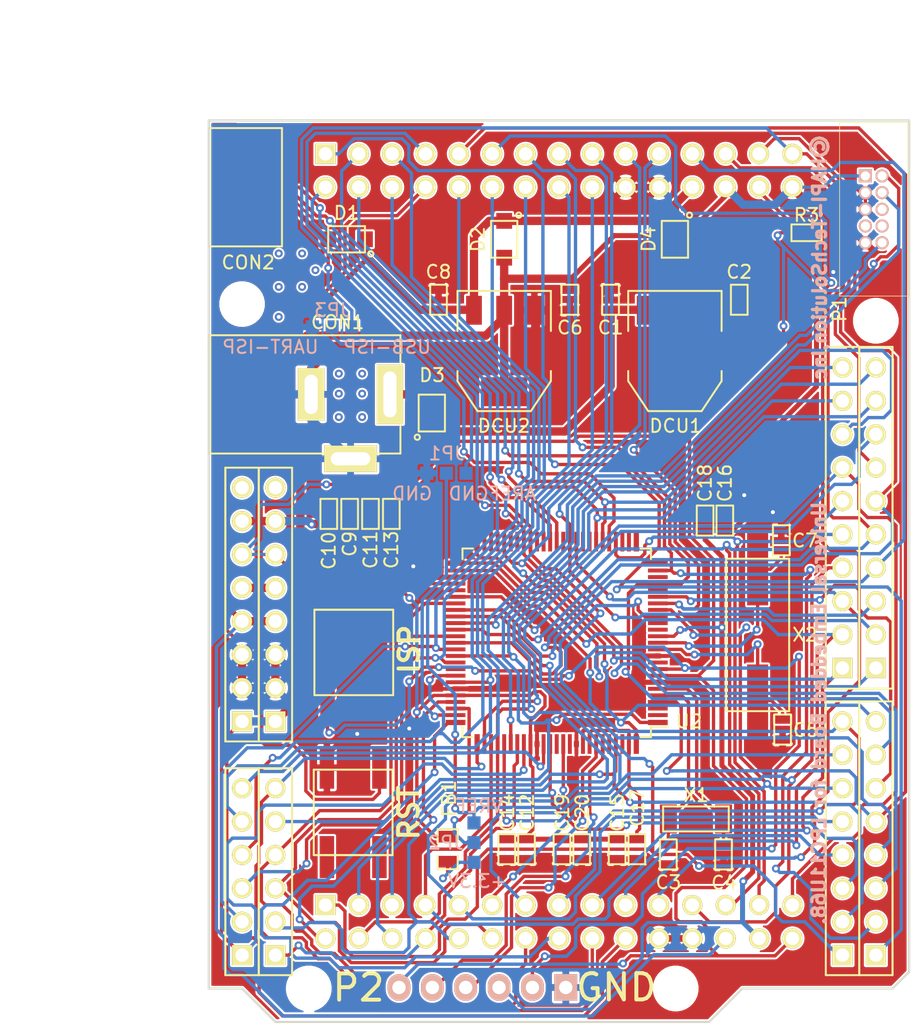
<source format=kicad_pcb>
(kicad_pcb (version 4) (host pcbnew "(after 2015-mar-04 BZR unknown)-product")
  (layers (0 F.Cu signal) (31 B.Cu signal hide) (34 B.Paste user) (35 F.Paste user) (36 B.SilkS user) (37 F.SilkS user) (38 B.Mask user) (39 F.Mask user) (44 Edge.Cuts user))
  (net 0 "")
  (net 1 GND)
  (net 2 "Net-(C3-Pad1)")
  (net 3 "Net-(C4-Pad2)")
  (net 4 "Net-(C5-Pad1)")
  (net 5 +3V3)
  (net 6 "Net-(C7-Pad2)")
  (net 7 +5V)
  (net 8 USB-VDD)
  (net 9 Vin)
  (net 10 "Net-(FB1-Pad2)")
  (net 11 "Net-(JP1-Pad2)")
  (net 12 AREFGND)
  (net 13 ISP)
  (net 14 VREF)
  (net 15 PIO2_16)
  (net 16 PIO2_17)
  (net 17 PIO1_23)
  (net 18 PIO1_22)
  (net 19 PIO1_21)
  (net 20 PIO1_20)
  (net 21 PIO2_22)
  (net 22 PIO2_23)
  (net 23 PIO1_14)
  (net 24 PIO1_11)
  (net 25 PIO0_20)
  (net 26 PIO1_0)
  (net 27 PIO1_15)
  (net 28 PIO1_13)
  (net 29 PIO1_12)
  (net 30 PIO1_10)
  (net 31 PIO2_18)
  (net 32 PIO1_8)
  (net 33 RESETn)
  (net 34 PIO0_16)
  (net 35 PIO1_3)
  (net 36 PIO0_22)
  (net 37 PIO2_19)
  (net 38 PIO2_20)
  (net 39 PIO2_21)
  (net 40 PIO1_28)
  (net 41 PIO2_3)
  (net 42 PIO0_2)
  (net 43 PIO0_9)
  (net 44 PIO0_8)
  (net 45 PIO1_29)
  (net 46 PIO0_5)
  (net 47 PIO0_4)
  (net 48 PIO2_11)
  (net 49 PIO2_12)
  (net 50 PIO1_18)
  (net 51 PIO1_24)
  (net 52 PIO1_19)
  (net 53 PIO1_26)
  (net 54 PIO1_25)
  (net 55 PIO1_27)
  (net 56 PIO0_23)
  (net 57 PIO0_11)
  (net 58 PIO0_12)
  (net 59 PIO0_13)
  (net 60 PIO0_14)
  (net 61 PIO1_9)
  (net 62 SWDIO)
  (net 63 SWCLK)
  (net 64 PIO0_18)
  (net 65 PIO0_19)
  (net 66 "Net-(C2-Pad2)")
  (net 67 "Net-(CON1-Pad1)")
  (net 68 "PIO0_3(USB_VBUS)")
  (net 69 USB_DM)
  (net 70 USB_DP)
  (net 71 "Net-(JP2-Pad2)")
  (module Hirose-microUSB-ZX62R-B-5P (layer F.Cu) (at 114.84 55.92 270)
    (fp_text reference CON2 (at 5.725 0.075 360) (layer F.SilkS))
    (fp_text value "HIROSE ZX62R-B-5P" hide)
    (pad 1 smd rect (at 1.3 -1.1) (size 1.6 0.4) (layers F.Cu F.Paste F.Mask) (net 8 USB-VDD))
    (pad 2 smd rect (at 0.65 -1.1) (size 1.6 0.4) (layers F.Cu F.Paste F.Mask) (net 69 USB_DM))
    (pad 3 smd rect (at 0 -1.1) (size 1.6 0.4) (layers F.Cu F.Paste F.Mask) (net 70 USB_DP))
    (pad 4 smd rect (at -0.65 -1.1) (size 1.6 0.4) (layers F.Cu F.Paste F.Mask))
    (pad 5 smd rect (at -1.3 -1.1) (size 1.6 0.4) (layers F.Cu F.Paste F.Mask) (net 1 GND))
    (pad 7 smd rect (at 3.1 -0.775) (size 2.1 2) (layers F.Cu F.Paste F.Mask) (net 1 GND))
    (pad 6 smd rect (at -3.1 -0.775) (size 2.1 2) (layers F.Cu F.Paste F.Mask) (net 1 GND))
    (pad 8 smd rect (at -4.1 1.9) (size 1.9 1.6) (layers F.Cu F.Paste F.Mask) (net 1 GND))
    (pad 9 smd rect (at 4.1 1.9) (size 1.9 1.6) (layers F.Cu F.Paste F.Mask) (net 1 GND))
  )
  (module Connect:DCJack_MJ-179P (layer F.Cu) (at 119.56 71.68)
    (fp_text reference CON1 (at 2.02 -5.49 180) (layer F.SilkS))
    (fp_text value MJ-179P hide)
    (pad 3 thru_hole rect (at 0 0) (size 2 4) (drill oval 1 3) (layers *.Cu *.Mask F.SilkS) (net 1 GND))
    (pad 2 thru_hole rect (at 3 4.9 90) (size 2 4) (drill oval 1 3) (layers *.Cu *.Mask F.SilkS) (net 1 GND))
    (pad 1 thru_hole rect (at 6 0) (size 2 4.5) (drill oval 1 3.5) (layers *.Cu *.Mask F.SilkS) (net 67 "Net-(CON1-Pad1)"))
  )
  (module Diode:PMEG2010ER,115 (layer F.Cu) (at 122.26 59.88 180)
    (fp_text reference D1 (at 0 2 180) (layer F.SilkS))
    (fp_text value PMEG2010ER,115)
    (pad 1 smd rect (at 1.4 0 180) (size 1.2 1.2) (layers F.Cu F.Paste F.Mask) (net 8 USB-VDD))
    (pad 2 smd rect (at -1.4 0 180) (size 1.2 1.2) (layers F.Cu F.Paste F.Mask) (net 7 +5V))
  )
  (module Pin_Headers:JTAG-Half-2x5 (layer B.Cu) (at 162.4 57.6 270)
    (fp_text reference P1 (at 7.6 2.6 270) (layer F.SilkS))
    (fp_text value CONN_02X05 hide)
    (pad 1 thru_hole rect (at -2.54 0.635 270) (size 1 1) (drill 0.7) (layers *.Cu *.Mask B.SilkS) (net 5 +3V3))
    (pad 2 thru_hole circle (at -2.54 -0.635 270) (size 1 1) (drill 0.7) (layers *.Cu *.Mask B.SilkS) (net 62 SWDIO))
    (pad 3 thru_hole circle (at -1.27 0.635 270) (size 1 1) (drill 0.7) (layers *.Cu *.Mask B.SilkS) (net 1 GND))
    (pad 4 thru_hole circle (at -1.27 -0.635 270) (size 1 1) (drill 0.7) (layers *.Cu *.Mask B.SilkS) (net 63 SWCLK))
    (pad 5 thru_hole circle (at 0 0.635 270) (size 1 1) (drill 0.7) (layers *.Cu *.Mask B.SilkS) (net 1 GND))
    (pad 6 thru_hole circle (at 0 -0.635 270) (size 1 1) (drill 0.7) (layers *.Cu *.Mask B.SilkS))
    (pad 7 thru_hole circle (at 1.27 0.635 270) (size 1 1) (drill 0.7) (layers *.Cu *.Mask B.SilkS))
    (pad 8 thru_hole circle (at 1.27 -0.635 270) (size 1 1) (drill 0.7) (layers *.Cu *.Mask B.SilkS))
    (pad 9 thru_hole circle (at 2.54 0.635 270) (size 1 1) (drill 0.7) (layers *.Cu *.Mask B.SilkS) (net 1 GND))
    (pad 10 thru_hole circle (at 2.54 -0.635 270) (size 1 1) (drill 0.7) (layers *.Cu *.Mask B.SilkS) (net 33 RESETn))
  )
  (module SMD_Packages:SMD-0805 (layer F.Cu) (at 129.96 106.28 270)
    (fp_text reference FB1 (at -3.8492 -0.1 270) (layer F.SilkS))
    (fp_text value R hide)
    (pad 1 smd rect (at -0.9525 0 270) (size 0.889 1.397) (layers F.Cu F.Paste F.Mask) (net 5 +3V3))
    (pad 2 smd rect (at 0.9525 0 270) (size 0.889 1.397) (layers F.Cu F.Paste F.Mask) (net 10 "Net-(FB1-Pad2)"))
  )
  (module Diode:PMEG2010ER,115 (layer F.Cu) (at 128.75 73.1 90)
    (fp_text reference D3 (at 2.88 0.02 180) (layer F.SilkS))
    (fp_text value PMEG2010ER,115)
    (pad 1 smd rect (at 1.4 0 90) (size 1.2 1.2) (layers F.Cu F.Paste F.Mask) (net 67 "Net-(CON1-Pad1)"))
    (pad 2 smd rect (at -1.4 0 90) (size 1.2 1.2) (layers F.Cu F.Paste F.Mask) (net 9 Vin))
  )
  (module Diode:PMEG2010ER,115 (layer F.Cu) (at 147.26 59.88 270)
    (fp_text reference D4 (at 0 2 270) (layer F.SilkS))
    (fp_text value PMEG2010ER,115)
    (pad 1 smd rect (at 1.4 0 270) (size 1.2 1.2) (layers F.Cu F.Paste F.Mask) (net 66 "Net-(C2-Pad2)"))
    (pad 2 smd rect (at -1.4 0 270) (size 1.2 1.2) (layers F.Cu F.Paste F.Mask) (net 7 +5V))
  )
  (module Diode:PMEG2010ER,115 (layer F.Cu) (at 134.26 59.88 270)
    (fp_text reference D2 (at 0 2 270) (layer F.SilkS))
    (fp_text value PMEG2010ER,115)
    (pad 1 smd rect (at 1.4 0 270) (size 1.2 1.2) (layers F.Cu F.Paste F.Mask) (net 5 +3V3))
    (pad 2 smd rect (at -1.4 0 270) (size 1.2 1.2) (layers F.Cu F.Paste F.Mask) (net 7 +5V))
  )
  (module Pin_Headers:Pin_Header_Angled_1x06 (layer B.Cu) (at 132.6 116.8 180)
    (fp_text reference P2 (at 9.43 -0.02 180) (layer F.SilkS) (effects (font (size 2 2) (thickness 0.3))))
    (fp_text value CONN_01X06 hide)
    (pad 1 thru_hole rect (at -6.35 0 180) (size 1.7272 2.032) (drill 1.016) (layers *.Cu *.Mask B.SilkS) (net 1 GND))
    (pad 2 thru_hole oval (at -3.81 0 180) (size 1.7272 2.032) (drill 1.016) (layers *.Cu *.Mask B.SilkS) (net 13 ISP))
    (pad 3 thru_hole oval (at -1.27 0 180) (size 1.7272 2.032) (drill 1.016) (layers *.Cu *.Mask B.SilkS) (net 5 +3V3))
    (pad 4 thru_hole oval (at 1.27 0 180) (size 1.7272 2.032) (drill 1.016) (layers *.Cu *.Mask B.SilkS) (net 64 PIO0_18))
    (pad 5 thru_hole oval (at 3.81 0 180) (size 1.7272 2.032) (drill 1.016) (layers *.Cu *.Mask B.SilkS) (net 65 PIO0_19))
    (pad 6 thru_hole oval (at 6.35 0 180) (size 1.7272 2.032) (drill 1.016) (layers *.Cu *.Mask B.SilkS) (net 33 RESETn))
  )
  (module Arduino_Shiled:Arduino-Shield-Inside-Outline (layer F.Cu) (at 138.43 95.29)
    (fp_text reference OPT1 hide)
    (fp_text value "Arduino-Shiled2(11x)Inside" hide)
    (pad 8 thru_hole trapezoid (at 21.59 -2.794 270) (size 1.524 1.524) (drill 1.016) (layers *.Cu *.Mask F.SilkS) (net 15 PIO2_16))
    (pad 9 thru_hole circle (at 21.59 -5.334 270) (size 1.524 1.524) (drill 1.016) (layers *.Cu *.Mask F.SilkS) (net 16 PIO2_17))
    (pad 10 thru_hole circle (at 21.59 -7.874 270) (size 1.524 1.524) (drill 1.016) (layers *.Cu *.Mask F.SilkS) (net 17 PIO1_23))
    (pad 11 thru_hole circle (at 21.59 -10.414 270) (size 1.524 1.524) (drill 1.016) (layers *.Cu *.Mask F.SilkS) (net 18 PIO1_22))
    (pad 12 thru_hole circle (at 21.59 -12.954 270) (size 1.524 1.524) (drill 1.016) (layers *.Cu *.Mask F.SilkS) (net 19 PIO1_21))
    (pad 13 thru_hole circle (at 21.59 -15.494 270) (size 1.524 1.524) (drill 1.016) (layers *.Cu *.Mask F.SilkS) (net 20 PIO1_20))
    (pad 14 thru_hole circle (at 21.59 -18.034 270) (size 1.524 1.524) (drill 1.016) (layers *.Cu *.Mask F.SilkS) (net 21 PIO2_22))
    (pad 15 thru_hole circle (at 21.59 -20.574 270) (size 1.524 1.524) (drill 1.016) (layers *.Cu *.Mask F.SilkS) (net 22 PIO2_23))
    (pad 16 thru_hole circle (at 21.59 -23.114 270) (size 1.524 1.524) (drill 1.016) (layers *.Cu *.Mask F.SilkS) (net 23 PIO1_14))
    (pad 17 thru_hole circle (at 21.59 -25.654 270) (size 1.524 1.524) (drill 1.016) (layers *.Cu *.Mask F.SilkS) (net 24 PIO1_11))
    (pad 0 thru_hole trapezoid (at 21.59 19.05) (size 1.524 1.524) (drill 1.016) (layers *.Cu *.Mask F.SilkS) (net 25 PIO0_20))
    (pad 1 thru_hole circle (at 21.59 16.51) (size 1.524 1.524) (drill 1.016) (layers *.Cu *.Mask F.SilkS) (net 26 PIO1_0))
    (pad 2 thru_hole circle (at 21.59 13.97) (size 1.524 1.524) (drill 1.016) (layers *.Cu *.Mask F.SilkS) (net 27 PIO1_15))
    (pad 3 thru_hole circle (at 21.59 11.43) (size 1.524 1.524) (drill 1.016) (layers *.Cu *.Mask F.SilkS) (net 28 PIO1_13))
    (pad 4 thru_hole circle (at 21.59 8.89) (size 1.524 1.524) (drill 1.016) (layers *.Cu *.Mask F.SilkS) (net 29 PIO1_12))
    (pad 5 thru_hole circle (at 21.59 6.35) (size 1.524 1.524) (drill 1.016) (layers *.Cu *.Mask F.SilkS) (net 30 PIO1_10))
    (pad 7 thru_hole circle (at 21.59 1.27) (size 1.524 1.524) (drill 1.016) (layers *.Cu *.Mask F.SilkS) (net 31 PIO2_18))
    (pad 6 thru_hole circle (at 21.59 3.81) (size 1.524 1.524) (drill 1.016) (layers *.Cu *.Mask F.SilkS) (net 32 PIO1_8))
    (pad 24 thru_hole trapezoid (at -21.59 1.27) (size 1.524 1.524) (drill 1.016) (layers *.Cu *.Mask F.SilkS) (net 9 Vin))
    (pad 25 thru_hole circle (at -21.59 -1.27) (size 1.524 1.524) (drill 1.016) (layers *.Cu *.Mask F.SilkS) (net 1 GND))
    (pad 26 thru_hole circle (at -21.59 -3.81) (size 1.524 1.524) (drill 1.016) (layers *.Cu *.Mask F.SilkS) (net 1 GND))
    (pad 27 thru_hole circle (at -21.59 -6.35) (size 1.524 1.524) (drill 1.016) (layers *.Cu *.Mask F.SilkS) (net 7 +5V))
    (pad 28 thru_hole circle (at -21.59 -8.89) (size 1.524 1.524) (drill 1.016) (layers *.Cu *.Mask F.SilkS) (net 5 +3V3))
    (pad 29 thru_hole circle (at -21.59 -11.43) (size 1.524 1.524) (drill 1.016) (layers *.Cu *.Mask F.SilkS) (net 33 RESETn))
    (pad 30 thru_hole circle (at -21.59 -13.97) (size 1.524 1.524) (drill 1.016) (layers *.Cu *.Mask F.SilkS) (net 5 +3V3))
    (pad 31 thru_hole circle (at -21.59 -16.51) (size 1.524 1.524) (drill 1.016) (layers *.Cu *.Mask F.SilkS))
    (pad 18 thru_hole trapezoid (at -21.59 19.05 180) (size 1.524 1.524) (drill 1.016) (layers *.Cu *.Mask F.SilkS) (net 34 PIO0_16))
    (pad 19 thru_hole circle (at -21.59 16.51 180) (size 1.524 1.524) (drill 1.016) (layers *.Cu *.Mask F.SilkS) (net 35 PIO1_3))
    (pad 20 thru_hole circle (at -21.59 13.97 180) (size 1.524 1.524) (drill 1.016) (layers *.Cu *.Mask F.SilkS) (net 36 PIO0_22))
    (pad 21 thru_hole circle (at -21.59 11.43 180) (size 1.524 1.524) (drill 1.016) (layers *.Cu *.Mask F.SilkS) (net 37 PIO2_19))
    (pad 22 thru_hole circle (at -21.59 8.89 180) (size 1.524 1.524) (drill 1.016) (layers *.Cu *.Mask F.SilkS) (net 38 PIO2_20))
    (pad 23 thru_hole circle (at -21.59 6.35 180) (size 1.524 1.524) (drill 1.016) (layers *.Cu *.Mask F.SilkS) (net 39 PIO2_21))
    (pad 0 thru_hole rect (at -17.78 15.24 90) (size 1.53 1.53) (drill 1.02) (layers *.Cu *.Mask F.SilkS) (net 25 PIO0_20))
    (pad 1 thru_hole circle (at -15.24 15.24 90) (size 1.53 1.53) (drill 1.02) (layers *.Cu *.Mask F.SilkS) (net 26 PIO1_0))
    (pad 2 thru_hole circle (at -12.7 15.24 90) (size 1.53 1.53) (drill 1.02) (layers *.Cu *.Mask F.SilkS) (net 27 PIO1_15))
    (pad 3 thru_hole circle (at -10.16 15.24 90) (size 1.53 1.53) (drill 1.02) (layers *.Cu *.Mask F.SilkS) (net 28 PIO1_13))
    (pad 4 thru_hole circle (at -7.62 15.24 90) (size 1.53 1.53) (drill 1.02) (layers *.Cu *.Mask F.SilkS) (net 29 PIO1_12))
    (pad 5 thru_hole circle (at -5.08 15.24 90) (size 1.53 1.53) (drill 1.02) (layers *.Cu *.Mask F.SilkS) (net 30 PIO1_10))
    (pad 6 thru_hole circle (at -2.54 15.24 90) (size 1.53 1.53) (drill 1.02) (layers *.Cu *.Mask F.SilkS) (net 32 PIO1_8))
    (pad 7 thru_hole circle (at 0 15.24 90) (size 1.53 1.53) (drill 1.02) (layers *.Cu *.Mask F.SilkS) (net 31 PIO2_18))
    (pad 8 thru_hole circle (at 2.54 15.24 90) (size 1.53 1.53) (drill 1.02) (layers *.Cu *.Mask F.SilkS) (net 15 PIO2_16))
    (pad 9 thru_hole circle (at 5.08 15.24 90) (size 1.53 1.53) (drill 1.02) (layers *.Cu *.Mask F.SilkS) (net 16 PIO2_17))
    (pad 10 thru_hole circle (at 7.62 15.24 90) (size 1.53 1.53) (drill 1.02) (layers *.Cu *.Mask F.SilkS) (net 17 PIO1_23))
    (pad 11 thru_hole circle (at 10.16 15.24 90) (size 1.53 1.53) (drill 1.02) (layers *.Cu *.Mask F.SilkS) (net 18 PIO1_22))
    (pad 12 thru_hole circle (at 12.7 15.24 90) (size 1.53 1.53) (drill 1.02) (layers *.Cu *.Mask F.SilkS) (net 19 PIO1_21))
    (pad 13 thru_hole circle (at 15.24 15.24 90) (size 1.53 1.53) (drill 1.02) (layers *.Cu *.Mask F.SilkS) (net 20 PIO1_20))
    (pad 14 thru_hole circle (at 17.78 15.24 90) (size 1.53 1.53) (drill 1.02) (layers *.Cu *.Mask F.SilkS) (net 21 PIO2_22))
    (pad 15 thru_hole circle (at -17.78 17.78 90) (size 1.53 1.53) (drill 1.02) (layers *.Cu *.Mask F.SilkS) (net 22 PIO2_23))
    (pad 16 thru_hole circle (at -15.24 17.78 90) (size 1.53 1.53) (drill 1.02) (layers *.Cu *.Mask F.SilkS) (net 23 PIO1_14))
    (pad 17 thru_hole circle (at -12.7 17.78 90) (size 1.53 1.53) (drill 1.02) (layers *.Cu *.Mask F.SilkS) (net 24 PIO1_11))
    (pad 18 thru_hole circle (at -10.16 17.78 90) (size 1.53 1.53) (drill 1.02) (layers *.Cu *.Mask F.SilkS) (net 34 PIO0_16))
    (pad 19 thru_hole circle (at -7.62 17.78 90) (size 1.53 1.53) (drill 1.02) (layers *.Cu *.Mask F.SilkS) (net 35 PIO1_3))
    (pad 20 thru_hole circle (at -5.08 17.78 90) (size 1.53 1.53) (drill 1.02) (layers *.Cu *.Mask F.SilkS) (net 36 PIO0_22))
    (pad 21 thru_hole circle (at -2.54 17.78 90) (size 1.53 1.53) (drill 1.02) (layers *.Cu *.Mask F.SilkS) (net 37 PIO2_19))
    (pad 22 thru_hole circle (at 0 17.78 90) (size 1.53 1.53) (drill 1.02) (layers *.Cu *.Mask F.SilkS) (net 38 PIO2_20))
    (pad 23 thru_hole circle (at 2.54 17.78 90) (size 1.53 1.53) (drill 1.02) (layers *.Cu *.Mask F.SilkS) (net 39 PIO2_21))
    (pad 24 thru_hole circle (at 5.08 17.78 90) (size 1.53 1.53) (drill 1.02) (layers *.Cu *.Mask F.SilkS) (net 9 Vin))
    (pad 25 thru_hole circle (at 7.62 17.78 90) (size 1.53 1.53) (drill 1.02) (layers *.Cu *.Mask F.SilkS) (net 1 GND))
    (pad 26 thru_hole circle (at 10.16 17.78 90) (size 1.53 1.53) (drill 1.02) (layers *.Cu *.Mask F.SilkS) (net 1 GND))
    (pad 27 thru_hole circle (at 12.7 17.78 90) (size 1.53 1.53) (drill 1.02) (layers *.Cu *.Mask F.SilkS) (net 7 +5V))
    (pad 28 thru_hole circle (at 15.24 17.78 90) (size 1.53 1.53) (drill 1.02) (layers *.Cu *.Mask F.SilkS) (net 5 +3V3))
    (pad 29 thru_hole circle (at 17.78 17.78 90) (size 1.53 1.53) (drill 1.02) (layers *.Cu *.Mask F.SilkS) (net 33 RESETn))
  )
  (module BoardJumper:SJ-3Pin (layer B.Cu) (at 129.86 77.68)
    (fp_text reference JP1 (at 0 -1.5) (layer B.SilkS) (effects (justify mirror)))
    (fp_text value JUMPER3 hide)
    (pad 2 smd rect (at 0 0) (size 1 1) (layers B.Cu B.Paste B.Mask) (net 11 "Net-(JP1-Pad2)"))
    (pad 3 smd rect (at 1.5 0) (size 1 1) (layers B.Cu B.Paste B.Mask) (net 12 AREFGND))
    (pad 1 smd rect (at -1.5 0) (size 1 1) (layers B.Cu B.Paste B.Mask) (net 1 GND))
  )
  (module BoardJumper:SJ-3Pin (layer B.Cu) (at 131.96 105.78 90)
    (fp_text reference JP2 (at -0.011 -2.166 180) (layer B.SilkS) (effects (justify mirror)))
    (fp_text value JUMPER3 hide)
    (pad 2 smd rect (at 0 0 90) (size 1 1) (layers B.Cu B.Paste B.Mask) (net 71 "Net-(JP2-Pad2)"))
    (pad 3 smd rect (at 1.5 0 90) (size 1 1) (layers B.Cu B.Paste B.Mask) (net 14 VREF))
    (pad 1 smd rect (at -1.5 0 90) (size 1 1) (layers B.Cu B.Paste B.Mask) (net 10 "Net-(FB1-Pad2)"))
  )
  (module Arduino_Shiled:Arduino-Shield-Normal-Outline (layer F.Cu) (at 138.43 95.29)
    (fp_text reference OPT2 hide)
    (fp_text value Arduino-Shiled hide)
    (pad 8 thru_hole trapezoid (at 24.13 -2.794 270) (size 1.524 1.524) (drill 1.016) (layers *.Cu *.Mask F.SilkS) (net 40 PIO1_28))
    (pad 9 thru_hole circle (at 24.13 -5.334 270) (size 1.524 1.524) (drill 1.016) (layers *.Cu *.Mask F.SilkS) (net 41 PIO2_3))
    (pad 10 thru_hole circle (at 24.13 -7.874 270) (size 1.524 1.524) (drill 1.016) (layers *.Cu *.Mask F.SilkS) (net 42 PIO0_2))
    (pad 11 thru_hole circle (at 24.13 -10.414 270) (size 1.524 1.524) (drill 1.016) (layers *.Cu *.Mask F.SilkS) (net 43 PIO0_9))
    (pad 12 thru_hole circle (at 24.13 -12.954 270) (size 1.524 1.524) (drill 1.016) (layers *.Cu *.Mask F.SilkS) (net 44 PIO0_8))
    (pad 13 thru_hole circle (at 24.13 -15.494 270) (size 1.524 1.524) (drill 1.016) (layers *.Cu *.Mask F.SilkS) (net 45 PIO1_29))
    (pad 14 thru_hole circle (at 24.13 -18.034 270) (size 1.524 1.524) (drill 1.016) (layers *.Cu *.Mask F.SilkS) (net 12 AREFGND))
    (pad 15 thru_hole circle (at 24.13 -20.574 270) (size 1.524 1.524) (drill 1.016) (layers *.Cu *.Mask F.SilkS) (net 14 VREF))
    (pad 16 thru_hole circle (at 24.13 -23.114 270) (size 1.524 1.524) (drill 1.016) (layers *.Cu *.Mask F.SilkS) (net 46 PIO0_5))
    (pad 17 thru_hole circle (at 24.13 -25.654 270) (size 1.524 1.524) (drill 1.016) (layers *.Cu *.Mask F.SilkS) (net 47 PIO0_4))
    (pad 0 thru_hole trapezoid (at 24.13 19.05) (size 1.524 1.524) (drill 1.016) (layers *.Cu *.Mask F.SilkS) (net 48 PIO2_11))
    (pad 1 thru_hole circle (at 24.13 16.51) (size 1.524 1.524) (drill 1.016) (layers *.Cu *.Mask F.SilkS) (net 49 PIO2_12))
    (pad 2 thru_hole circle (at 24.13 13.97) (size 1.524 1.524) (drill 1.016) (layers *.Cu *.Mask F.SilkS) (net 50 PIO1_18))
    (pad 3 thru_hole circle (at 24.13 11.43) (size 1.524 1.524) (drill 1.016) (layers *.Cu *.Mask F.SilkS) (net 51 PIO1_24))
    (pad 4 thru_hole circle (at 24.13 8.89) (size 1.524 1.524) (drill 1.016) (layers *.Cu *.Mask F.SilkS) (net 52 PIO1_19))
    (pad 5 thru_hole circle (at 24.13 6.35) (size 1.524 1.524) (drill 1.016) (layers *.Cu *.Mask F.SilkS) (net 53 PIO1_26))
    (pad 7 thru_hole circle (at 24.13 1.27) (size 1.524 1.524) (drill 1.016) (layers *.Cu *.Mask F.SilkS) (net 54 PIO1_25))
    (pad 6 thru_hole circle (at 24.13 3.81) (size 1.524 1.524) (drill 1.016) (layers *.Cu *.Mask F.SilkS) (net 55 PIO1_27))
    (pad 24 thru_hole trapezoid (at -24.13 1.27) (size 1.524 1.524) (drill 1.016) (layers *.Cu *.Mask F.SilkS) (net 9 Vin))
    (pad 25 thru_hole circle (at -24.13 -1.27) (size 1.524 1.524) (drill 1.016) (layers *.Cu *.Mask F.SilkS) (net 1 GND))
    (pad 26 thru_hole circle (at -24.13 -3.81) (size 1.524 1.524) (drill 1.016) (layers *.Cu *.Mask F.SilkS) (net 1 GND))
    (pad 27 thru_hole circle (at -24.13 -6.35) (size 1.524 1.524) (drill 1.016) (layers *.Cu *.Mask F.SilkS) (net 7 +5V))
    (pad 28 thru_hole circle (at -24.13 -8.89) (size 1.524 1.524) (drill 1.016) (layers *.Cu *.Mask F.SilkS) (net 5 +3V3))
    (pad 29 thru_hole circle (at -24.13 -11.43) (size 1.524 1.524) (drill 1.016) (layers *.Cu *.Mask F.SilkS) (net 33 RESETn))
    (pad 30 thru_hole circle (at -24.13 -13.97) (size 1.524 1.524) (drill 1.016) (layers *.Cu *.Mask F.SilkS) (net 5 +3V3))
    (pad 31 thru_hole circle (at -24.13 -16.51) (size 1.524 1.524) (drill 1.016) (layers *.Cu *.Mask F.SilkS))
    (pad 18 thru_hole trapezoid (at -24.13 19.05 180) (size 1.524 1.524) (drill 1.016) (layers *.Cu *.Mask F.SilkS) (net 56 PIO0_23))
    (pad 19 thru_hole circle (at -24.13 16.51 180) (size 1.524 1.524) (drill 1.016) (layers *.Cu *.Mask F.SilkS) (net 57 PIO0_11))
    (pad 20 thru_hole circle (at -24.13 13.97 180) (size 1.524 1.524) (drill 1.016) (layers *.Cu *.Mask F.SilkS) (net 58 PIO0_12))
    (pad 21 thru_hole circle (at -24.13 11.43 180) (size 1.524 1.524) (drill 1.016) (layers *.Cu *.Mask F.SilkS) (net 59 PIO0_13))
    (pad 22 thru_hole circle (at -24.13 8.89 180) (size 1.524 1.524) (drill 1.016) (layers *.Cu *.Mask F.SilkS) (net 60 PIO0_14))
    (pad 23 thru_hole circle (at -24.13 6.35 180) (size 1.524 1.524) (drill 1.016) (layers *.Cu *.Mask F.SilkS) (net 61 PIO1_9))
    (pad "" np_thru_hole circle (at -19.05 21.59) (size 3.175 3.175) (drill 3.175) (layers *.Cu *.Mask F.SilkS))
    (pad "" np_thru_hole circle (at 8.89 21.59) (size 3.175 3.175) (drill 3.175) (layers *.Cu *.Mask F.SilkS))
    (pad "" np_thru_hole circle (at -24.13 -30.48) (size 3.175 3.175) (drill 3.175) (layers *.Cu *.Mask F.SilkS))
    (pad "" np_thru_hole circle (at 24.13 -29.21) (size 3.175 3.175) (drill 3.175) (layers *.Cu *.Mask F.SilkS))
    (pad 0 thru_hole rect (at -17.78 -41.91 270) (size 1.53 1.53) (drill 1.02) (layers *.Cu *.Mask F.SilkS) (net 48 PIO2_11))
    (pad 1 thru_hole circle (at -15.24 -41.91 270) (size 1.53 1.53) (drill 1.02) (layers *.Cu *.Mask F.SilkS) (net 49 PIO2_12))
    (pad 2 thru_hole circle (at -12.7 -41.91 270) (size 1.53 1.53) (drill 1.02) (layers *.Cu *.Mask F.SilkS) (net 50 PIO1_18))
    (pad 3 thru_hole circle (at -10.16 -41.91 270) (size 1.53 1.53) (drill 1.02) (layers *.Cu *.Mask F.SilkS) (net 51 PIO1_24))
    (pad 4 thru_hole circle (at -7.62 -41.91 270) (size 1.53 1.53) (drill 1.02) (layers *.Cu *.Mask F.SilkS) (net 52 PIO1_19))
    (pad 5 thru_hole circle (at -5.08 -41.91 270) (size 1.53 1.53) (drill 1.02) (layers *.Cu *.Mask F.SilkS) (net 53 PIO1_26))
    (pad 6 thru_hole circle (at -2.54 -41.91 270) (size 1.53 1.53) (drill 1.02) (layers *.Cu *.Mask F.SilkS) (net 55 PIO1_27))
    (pad 7 thru_hole circle (at 0 -41.91 270) (size 1.53 1.53) (drill 1.02) (layers *.Cu *.Mask F.SilkS) (net 54 PIO1_25))
    (pad 8 thru_hole circle (at 2.54 -41.91 270) (size 1.53 1.53) (drill 1.02) (layers *.Cu *.Mask F.SilkS) (net 40 PIO1_28))
    (pad 9 thru_hole circle (at 5.08 -41.91 270) (size 1.53 1.53) (drill 1.02) (layers *.Cu *.Mask F.SilkS) (net 41 PIO2_3))
    (pad 10 thru_hole circle (at 7.62 -41.91 270) (size 1.53 1.53) (drill 1.02) (layers *.Cu *.Mask F.SilkS) (net 42 PIO0_2))
    (pad 11 thru_hole circle (at 10.16 -41.91 270) (size 1.53 1.53) (drill 1.02) (layers *.Cu *.Mask F.SilkS) (net 43 PIO0_9))
    (pad 12 thru_hole circle (at 12.7 -41.91 270) (size 1.53 1.53) (drill 1.02) (layers *.Cu *.Mask F.SilkS) (net 44 PIO0_8))
    (pad 13 thru_hole circle (at 15.24 -41.91 270) (size 1.53 1.53) (drill 1.02) (layers *.Cu *.Mask F.SilkS) (net 45 PIO1_29))
    (pad 14 thru_hole circle (at 17.78 -41.91 270) (size 1.53 1.53) (drill 1.02) (layers *.Cu *.Mask F.SilkS) (net 12 AREFGND))
    (pad 15 thru_hole circle (at -17.78 -39.37 270) (size 1.53 1.53) (drill 1.02) (layers *.Cu *.Mask F.SilkS) (net 14 VREF))
    (pad 16 thru_hole circle (at -15.24 -39.37 270) (size 1.53 1.53) (drill 1.02) (layers *.Cu *.Mask F.SilkS) (net 46 PIO0_5))
    (pad 17 thru_hole circle (at -12.7 -39.37 270) (size 1.53 1.53) (drill 1.02) (layers *.Cu *.Mask F.SilkS) (net 47 PIO0_4))
    (pad 18 thru_hole circle (at -10.16 -39.37 270) (size 1.53 1.53) (drill 1.02) (layers *.Cu *.Mask F.SilkS) (net 56 PIO0_23))
    (pad 19 thru_hole circle (at -7.62 -39.37 270) (size 1.53 1.53) (drill 1.02) (layers *.Cu *.Mask F.SilkS) (net 57 PIO0_11))
    (pad 20 thru_hole circle (at -5.08 -39.37 270) (size 1.53 1.53) (drill 1.02) (layers *.Cu *.Mask F.SilkS) (net 58 PIO0_12))
    (pad 21 thru_hole circle (at -2.54 -39.37 270) (size 1.53 1.53) (drill 1.02) (layers *.Cu *.Mask F.SilkS) (net 59 PIO0_13))
    (pad 22 thru_hole circle (at 0 -39.37 270) (size 1.53 1.53) (drill 1.02) (layers *.Cu *.Mask F.SilkS) (net 60 PIO0_14))
    (pad 23 thru_hole circle (at 2.54 -39.37 270) (size 1.53 1.53) (drill 1.02) (layers *.Cu *.Mask F.SilkS) (net 61 PIO1_9))
    (pad 25 thru_hole circle (at 5.08 -39.37 270) (size 1.53 1.53) (drill 1.02) (layers *.Cu *.Mask F.SilkS) (net 1 GND))
    (pad 26 thru_hole circle (at 7.62 -39.37 270) (size 1.53 1.53) (drill 1.02) (layers *.Cu *.Mask F.SilkS) (net 1 GND))
    (pad 27 thru_hole circle (at 10.16 -39.37 270) (size 1.53 1.53) (drill 1.02) (layers *.Cu *.Mask F.SilkS) (net 7 +5V))
    (pad 28 thru_hole circle (at 12.7 -39.37 270) (size 1.53 1.53) (drill 1.02) (layers *.Cu *.Mask F.SilkS) (net 5 +3V3))
    (pad 29 thru_hole circle (at 15.24 -39.37 270) (size 1.53 1.53) (drill 1.02) (layers *.Cu *.Mask F.SilkS) (net 33 RESETn))
    (pad 30 thru_hole circle (at 17.78 -39.37 270) (size 1.53 1.53) (drill 1.02) (layers *.Cu *.Mask F.SilkS) (net 5 +3V3))
  )
  (module Switch:SW_TACT-EVQQ2Y03W (layer F.Cu) (at 122.76 103.48 270)
    (fp_text reference SW1 hide)
    (fp_text value SW_PUSH hide)
    (pad 1 smd rect (at -3.4 -2 270) (size 3.2 1.1) (layers F.Cu F.Paste F.Mask) (net 33 RESETn))
    (pad 2 smd rect (at -3.4 2 270) (size 3.2 1.1) (layers F.Cu F.Paste F.Mask) (net 1 GND))
    (pad 3 smd rect (at 3.4 -2 270) (size 3.2 1.1) (layers F.Cu F.Paste F.Mask))
    (pad 4 smd rect (at 3.4 2 270) (size 3.2 1.1) (layers F.Cu F.Paste F.Mask))
  )
  (module MCU:LPC11E68-TQFP-100 (layer F.Cu) (at 138.26 90.58 180)
    (fp_text reference U2 (at -10.076 -5.98 180) (layer F.SilkS))
    (fp_text value LPC11U68JBD100 hide)
    (pad 1 smd rect (at -7.7 -6.06 180) (size 1.5 0.4) (layers F.Cu F.Paste F.Mask) (net 22 PIO2_23))
    (pad 2 smd rect (at -7.7 -5.5 180) (size 1.5 0.3) (layers F.Cu F.Paste F.Mask))
    (pad 3 smd rect (at -7.7 -5 180) (size 1.5 0.3) (layers F.Cu F.Paste F.Mask))
    (pad 4 smd rect (at -7.7 -4.5 180) (size 1.5 0.3) (layers F.Cu F.Paste F.Mask) (net 52 PIO1_19))
    (pad 5 smd rect (at -7.7 -4 180) (size 1.5 0.3) (layers F.Cu F.Paste F.Mask) (net 2 "Net-(C3-Pad1)"))
    (pad 6 smd rect (at -7.7 -3.5 180) (size 1.5 0.3) (layers F.Cu F.Paste F.Mask) (net 3 "Net-(C4-Pad2)"))
    (pad 7 smd rect (at -7.7 -3 180) (size 1.5 0.3) (layers F.Cu F.Paste F.Mask) (net 1 GND))
    (pad 8 smd rect (at -7.7 -2.5 180) (size 1.5 0.3) (layers F.Cu F.Paste F.Mask) (net 33 RESETn))
    (pad 9 smd rect (at -7.7 -2 180) (size 1.5 0.3) (layers F.Cu F.Paste F.Mask) (net 13 ISP))
    (pad 10 smd rect (at -7.7 -1.5 180) (size 1.5 0.3) (layers F.Cu F.Paste F.Mask))
    (pad 11 smd rect (at -7.7 -1 180) (size 1.5 0.3) (layers F.Cu F.Paste F.Mask) (net 1 GND))
    (pad 12 smd rect (at -7.7 -0.5 180) (size 1.5 0.3) (layers F.Cu F.Paste F.Mask) (net 4 "Net-(C5-Pad1)"))
    (pad 13 smd rect (at -7.7 0 180) (size 1.5 0.3) (layers F.Cu F.Paste F.Mask) (net 6 "Net-(C7-Pad2)"))
    (pad 14 smd rect (at -7.7 0.5 180) (size 1.5 0.3) (layers F.Cu F.Paste F.Mask) (net 5 +3V3))
    (pad 15 smd rect (at -7.7 1 180) (size 1.5 0.3) (layers F.Cu F.Paste F.Mask))
    (pad 16 smd rect (at -7.7 1.5 180) (size 1.5 0.3) (layers F.Cu F.Paste F.Mask))
    (pad 17 smd rect (at -7.7 2 180) (size 1.5 0.3) (layers F.Cu F.Paste F.Mask) (net 25 PIO0_20))
    (pad 18 smd rect (at -7.7 2.5 180) (size 1.5 0.3) (layers F.Cu F.Paste F.Mask) (net 30 PIO1_10))
    (pad 19 smd rect (at -7.7 3 180) (size 1.5 0.3) (layers F.Cu F.Paste F.Mask) (net 42 PIO0_2))
    (pad 20 smd rect (at -7.7 3.5 180) (size 1.5 0.3) (layers F.Cu F.Paste F.Mask) (net 53 PIO1_26))
    (pad 21 smd rect (at -7.7 4 180) (size 1.5 0.3) (layers F.Cu F.Paste F.Mask))
    (pad 22 smd rect (at -7.7 4.5 180) (size 1.5 0.3) (layers F.Cu F.Paste F.Mask) (net 55 PIO1_27))
    (pad 23 smd rect (at -7.7 5 180) (size 1.5 0.3) (layers F.Cu F.Paste F.Mask))
    (pad 24 smd rect (at -7.7 5.5 180) (size 1.5 0.3) (layers F.Cu F.Paste F.Mask) (net 49 PIO2_12))
    (pad 25 smd rect (at -7.7 6.06 180) (size 1.5 0.4) (layers F.Cu F.Paste F.Mask) (net 48 PIO2_11))
    (pad 26 smd rect (at -6.06 7.7 270) (size 1.5 0.4) (layers F.Cu F.Paste F.Mask))
    (pad 27 smd rect (at -5.5 7.7 270) (size 1.5 0.3) (layers F.Cu F.Paste F.Mask))
    (pad 28 smd rect (at -5 7.7 270) (size 1.5 0.3) (layers F.Cu F.Paste F.Mask))
    (pad 29 smd rect (at -4.5 7.7 270) (size 1.5 0.3) (layers F.Cu F.Paste F.Mask) (net 20 PIO1_20))
    (pad 30 smd rect (at -4 7.7 270) (size 1.5 0.3) (layers F.Cu F.Paste F.Mask) (net 68 "PIO0_3(USB_VBUS)"))
    (pad 31 smd rect (at -3.5 7.7 270) (size 1.5 0.3) (layers F.Cu F.Paste F.Mask) (net 47 PIO0_4))
    (pad 32 smd rect (at -3 7.7 270) (size 1.5 0.3) (layers F.Cu F.Paste F.Mask) (net 46 PIO0_5))
    (pad 33 smd rect (at -2.5 7.7 270) (size 1.5 0.3) (layers F.Cu F.Paste F.Mask))
    (pad 34 smd rect (at -2 7.7 270) (size 1.5 0.3) (layers F.Cu F.Paste F.Mask))
    (pad 35 smd rect (at -1.5 7.7 270) (size 1.5 0.3) (layers F.Cu F.Paste F.Mask) (net 17 PIO1_23))
    (pad 36 smd rect (at -1 7.7 270) (size 1.5 0.3) (layers F.Cu F.Paste F.Mask) (net 41 PIO2_3))
    (pad 37 smd rect (at -0.5 7.7 270) (size 1.5 0.3) (layers F.Cu F.Paste F.Mask))
    (pad 38 smd rect (at 0 7.7 270) (size 1.5 0.3) (layers F.Cu F.Paste F.Mask) (net 69 USB_DM))
    (pad 39 smd rect (at 0.5 7.7 270) (size 1.5 0.3) (layers F.Cu F.Paste F.Mask) (net 70 USB_DP))
    (pad 40 smd rect (at 1 7.7 270) (size 1.5 0.3) (layers F.Cu F.Paste F.Mask))
    (pad 41 smd rect (at 1.5 7.7 270) (size 1.5 0.3) (layers F.Cu F.Paste F.Mask))
    (pad 42 smd rect (at 2 7.7 270) (size 1.5 0.3) (layers F.Cu F.Paste F.Mask) (net 51 PIO1_24))
    (pad 43 smd rect (at 2.5 7.7 270) (size 1.5 0.3) (layers F.Cu F.Paste F.Mask) (net 50 PIO1_18))
    (pad 44 smd rect (at 3 7.7 270) (size 1.5 0.3) (layers F.Cu F.Paste F.Mask))
    (pad 45 smd rect (at 3.5 7.7 270) (size 1.5 0.3) (layers F.Cu F.Paste F.Mask))
    (pad 46 smd rect (at 4 7.7 270) (size 1.5 0.3) (layers F.Cu F.Paste F.Mask) (net 40 PIO1_28))
    (pad 47 smd rect (at 4.5 7.7 270) (size 1.5 0.3) (layers F.Cu F.Paste F.Mask))
    (pad 48 smd rect (at 5 7.7 270) (size 1.5 0.3) (layers F.Cu F.Paste F.Mask))
    (pad 49 smd rect (at 5.5 7.7 270) (size 1.5 0.3) (layers F.Cu F.Paste F.Mask))
    (pad 50 smd rect (at 6.06 7.7 270) (size 1.5 0.4) (layers F.Cu F.Paste F.Mask) (net 15 PIO2_16))
    (pad 51 smd rect (at 7.7 6.06 180) (size 1.5 0.4) (layers F.Cu F.Paste F.Mask) (net 16 PIO2_17))
    (pad 52 smd rect (at 7.7 5.5 180) (size 1.5 0.3) (layers F.Cu F.Paste F.Mask) (net 31 PIO2_18))
    (pad 53 smd rect (at 7.7 5 180) (size 1.5 0.3) (layers F.Cu F.Paste F.Mask) (net 1 GND))
    (pad 54 smd rect (at 7.7 4.5 180) (size 1.5 0.3) (layers F.Cu F.Paste F.Mask) (net 5 +3V3))
    (pad 55 smd rect (at 7.7 4 180) (size 1.5 0.3) (layers F.Cu F.Paste F.Mask))
    (pad 56 smd rect (at 7.7 3.5 180) (size 1.5 0.3) (layers F.Cu F.Paste F.Mask) (net 19 PIO1_21))
    (pad 57 smd rect (at 7.7 3 180) (size 1.5 0.3) (layers F.Cu F.Paste F.Mask) (net 37 PIO2_19))
    (pad 58 smd rect (at 7.7 2.5 180) (size 1.5 0.3) (layers F.Cu F.Paste F.Mask) (net 44 PIO0_8))
    (pad 59 smd rect (at 7.7 2 180) (size 1.5 0.3) (layers F.Cu F.Paste F.Mask) (net 43 PIO0_9))
    (pad 60 smd rect (at 7.7 1.5 180) (size 1.5 0.3) (layers F.Cu F.Paste F.Mask) (net 63 SWCLK))
    (pad 61 smd rect (at 7.7 1 180) (size 1.5 0.3) (layers F.Cu F.Paste F.Mask) (net 32 PIO1_8))
    (pad 62 smd rect (at 7.7 0.5 180) (size 1.5 0.3) (layers F.Cu F.Paste F.Mask) (net 36 PIO0_22))
    (pad 63 smd rect (at 7.7 0 180) (size 1.5 0.3) (layers F.Cu F.Paste F.Mask) (net 45 PIO1_29))
    (pad 64 smd rect (at 7.7 -0.5 180) (size 1.5 0.3) (layers F.Cu F.Paste F.Mask) (net 57 PIO0_11))
    (pad 65 smd rect (at 7.7 -1 180) (size 1.5 0.3) (layers F.Cu F.Paste F.Mask) (net 24 PIO1_11))
    (pad 66 smd rect (at 7.7 -1.5 180) (size 1.5 0.3) (layers F.Cu F.Paste F.Mask) (net 58 PIO0_12))
    (pad 67 smd rect (at 7.7 -2 180) (size 1.5 0.3) (layers F.Cu F.Paste F.Mask))
    (pad 68 smd rect (at 7.7 -2.5 180) (size 1.5 0.3) (layers F.Cu F.Paste F.Mask) (net 59 PIO0_13))
    (pad 69 smd rect (at 7.7 -3 180) (size 1.5 0.3) (layers F.Cu F.Paste F.Mask) (net 60 PIO0_14))
    (pad 70 smd rect (at 7.7 -3.5 180) (size 1.5 0.3) (layers F.Cu F.Paste F.Mask) (net 1 GND))
    (pad 71 smd rect (at 7.7 -4 180) (size 1.5 0.3) (layers F.Cu F.Paste F.Mask) (net 5 +3V3))
    (pad 72 smd rect (at 7.7 -4.5 180) (size 1.5 0.3) (layers F.Cu F.Paste F.Mask) (net 35 PIO1_3))
    (pad 73 smd rect (at 7.7 -5 180) (size 1.5 0.3) (layers F.Cu F.Paste F.Mask) (net 71 "Net-(JP2-Pad2)"))
    (pad 74 smd rect (at 7.7 -5.5 180) (size 1.5 0.3) (layers F.Cu F.Paste F.Mask) (net 11 "Net-(JP1-Pad2)"))
    (pad 75 smd rect (at 7.7 -6.06 180) (size 1.5 0.4) (layers F.Cu F.Paste F.Mask) (net 38 PIO2_20))
    (pad 76 smd rect (at 6.06 -7.7 270) (size 1.5 0.4) (layers F.Cu F.Paste F.Mask) (net 39 PIO2_21))
    (pad 77 smd rect (at 5.5 -7.7 270) (size 1.5 0.3) (layers F.Cu F.Paste F.Mask) (net 21 PIO2_22))
    (pad 78 smd rect (at 5 -7.7 270) (size 1.5 0.3) (layers F.Cu F.Paste F.Mask) (net 28 PIO1_13))
    (pad 79 smd rect (at 4.5 -7.7 270) (size 1.5 0.3) (layers F.Cu F.Paste F.Mask) (net 23 PIO1_14))
    (pad 80 smd rect (at 4 -7.7 270) (size 1.5 0.3) (layers F.Cu F.Paste F.Mask) (net 18 PIO1_22))
    (pad 81 smd rect (at 3.5 -7.7 270) (size 1.5 0.3) (layers F.Cu F.Paste F.Mask) (net 62 SWDIO))
    (pad 82 smd rect (at 3 -7.7 270) (size 1.5 0.3) (layers F.Cu F.Paste F.Mask) (net 34 PIO0_16))
    (pad 83 smd rect (at 2.5 -7.7 270) (size 1.5 0.3) (layers F.Cu F.Paste F.Mask) (net 56 PIO0_23))
    (pad 84 smd rect (at 2 -7.7 270) (size 1.5 0.3) (layers F.Cu F.Paste F.Mask) (net 5 +3V3))
    (pad 85 smd rect (at 1.5 -7.7 270) (size 1.5 0.3) (layers F.Cu F.Paste F.Mask) (net 1 GND))
    (pad 86 smd rect (at 1 -7.7 270) (size 1.5 0.3) (layers F.Cu F.Paste F.Mask) (net 61 PIO1_9))
    (pad 87 smd rect (at 0.5 -7.7 270) (size 1.5 0.3) (layers F.Cu F.Paste F.Mask) (net 27 PIO1_15))
    (pad 88 smd rect (at 0 -7.7 270) (size 1.5 0.3) (layers F.Cu F.Paste F.Mask))
    (pad 89 smd rect (at -0.5 -7.7 270) (size 1.5 0.3) (layers F.Cu F.Paste F.Mask) (net 29 PIO1_12))
    (pad 90 smd rect (at -1 -7.7 270) (size 1.5 0.3) (layers F.Cu F.Paste F.Mask))
    (pad 91 smd rect (at -1.5 -7.7 270) (size 1.5 0.3) (layers F.Cu F.Paste F.Mask) (net 1 GND))
    (pad 92 smd rect (at -2 -7.7 270) (size 1.5 0.3) (layers F.Cu F.Paste F.Mask) (net 5 +3V3))
    (pad 93 smd rect (at -2.5 -7.7 270) (size 1.5 0.3) (layers F.Cu F.Paste F.Mask) (net 5 +3V3))
    (pad 94 smd rect (at -3 -7.7 270) (size 1.5 0.3) (layers F.Cu F.Paste F.Mask) (net 64 PIO0_18))
    (pad 95 smd rect (at -3.5 -7.7 270) (size 1.5 0.3) (layers F.Cu F.Paste F.Mask) (net 65 PIO0_19))
    (pad 96 smd rect (at -4 -7.7 270) (size 1.5 0.3) (layers F.Cu F.Paste F.Mask))
    (pad 97 smd rect (at -4.5 -7.7 270) (size 1.5 0.3) (layers F.Cu F.Paste F.Mask) (net 26 PIO1_0))
    (pad 98 smd rect (at -5 -7.7 270) (size 1.5 0.3) (layers F.Cu F.Paste F.Mask))
    (pad 99 smd rect (at -5.5 -7.7 270) (size 1.5 0.3) (layers F.Cu F.Paste F.Mask) (net 5 +3V3))
    (pad 100 smd rect (at -6.06 -7.7 270) (size 1.5 0.4) (layers F.Cu F.Paste F.Mask) (net 54 PIO1_25))
  )
  (module Xtal:FC-255-RTC-Xtal (layer F.Cu) (at 148.86 103.98)
    (fp_text reference X1 (at 0.02 -1.81) (layer F.SilkS))
    (fp_text value 32.768KHZ hide)
    (pad 1 smd trapezoid (at -2.1 0) (size 1.3 2.2) (layers F.Cu F.Paste F.Mask) (net 2 "Net-(C3-Pad1)"))
    (pad 2 smd trapezoid (at 2.1 0) (size 1.3 2.2) (layers F.Cu F.Paste F.Mask) (net 3 "Net-(C4-Pad2)"))
  )
  (module SMD_Packages:SOT-223 (layer F.Cu) (at 147.26 68.38 180)
    (fp_text reference DCU1 (at -0.06 -5.701 180) (layer F.SilkS))
    (fp_text value AZ1117E-5.0V hide)
    (pad 4 smd rect (at 0 -3.1 180) (size 3.5 2.2) (layers F.Cu F.Paste F.Mask) (net 66 "Net-(C2-Pad2)"))
    (pad 2 smd rect (at 0 3.1 180) (size 1.2 2.2) (layers F.Cu F.Paste F.Mask) (net 66 "Net-(C2-Pad2)"))
    (pad 3 smd rect (at 2.3 3.1 180) (size 1.2 2.2) (layers F.Cu F.Paste F.Mask) (net 9 Vin))
    (pad 1 smd rect (at -2.3 3.1 180) (size 1.2 2.2) (layers F.Cu F.Paste F.Mask) (net 1 GND))
  )
  (module SMD_Packages:SOT-223 (layer F.Cu) (at 134.26 68.38 180)
    (fp_text reference DCU2 (at 0.021 -5.701 180) (layer F.SilkS))
    (fp_text value AZ1117E-3.3V hide)
    (pad 4 smd rect (at 0 -3.1 180) (size 3.5 2.2) (layers F.Cu F.Paste F.Mask) (net 5 +3V3))
    (pad 2 smd rect (at 0 3.1 180) (size 1.2 2.2) (layers F.Cu F.Paste F.Mask) (net 5 +3V3))
    (pad 3 smd rect (at 2.3 3.1 180) (size 1.2 2.2) (layers F.Cu F.Paste F.Mask) (net 7 +5V))
    (pad 1 smd rect (at -2.3 3.1 180) (size 1.2 2.2) (layers F.Cu F.Paste F.Mask) (net 1 GND))
  )
  (module Xtal:HC-49_S (layer F.Cu) (at 153.56 89.98 90)
    (fp_text reference X2 (at 0.014 3.6025 180) (layer F.SilkS))
    (fp_text value 12MHz hide)
    (pad 1 smd rect (at -5 0 90) (size 5.5 1.6) (layers F.Cu F.Paste F.Mask) (net 4 "Net-(C5-Pad1)"))
    (pad 2 smd rect (at 5 0 90) (size 5.5 1.6) (layers F.Cu F.Paste F.Mask) (net 6 "Net-(C7-Pad2)"))
  )
  (module BoardJumper:SJ-3Pin (layer B.Cu) (at 121.158 66.548 180)
    (fp_text reference JP3 (at 0 1.27 180) (layer B.SilkS) (effects (justify mirror)))
    (fp_text value JUMPER3 hide)
    (pad 2 smd rect (at 0 0 180) (size 1 1) (layers B.Cu B.Paste B.Mask) (net 68 "PIO0_3(USB_VBUS)"))
    (pad 3 smd rect (at 1.5 0 180) (size 1 1) (layers B.Cu B.Paste B.Mask) (net 1 GND))
    (pad 1 smd rect (at -1.5 0 180) (size 1 1) (layers B.Cu B.Paste B.Mask) (net 8 USB-VDD))
  )
  (module Switch:SW_TACT-EVQQ2Y03W (layer F.Cu) (at 122.809 91.313 90)
    (fp_text reference SW2 hide)
    (fp_text value SW_PUSH)
    (pad 1 smd rect (at -3.4 -2 90) (size 3.2 1.1) (layers F.Cu F.Paste F.Mask) (net 13 ISP))
    (pad 2 smd rect (at -3.4 2 90) (size 3.2 1.1) (layers F.Cu F.Paste F.Mask) (net 1 GND))
    (pad 3 smd rect (at 3.4 -2 90) (size 3.2 1.1) (layers F.Cu F.Paste F.Mask))
    (pad 4 smd rect (at 3.4 2 90) (size 3.2 1.1) (layers F.Cu F.Paste F.Mask))
  )
  (module SMD_Packages:SMD-0603 (layer F.Cu) (at 142.36 64.48 270)
    (fp_text reference C1 (at 2.118 -0.007 360) (layer F.SilkS))
    (fp_text value 1uF hide)
    (pad 1 smd rect (at -0.762 0 270) (size 0.635 1.143) (layers F.Cu F.Paste F.Mask) (net 1 GND))
    (pad 2 smd rect (at 0.762 0 270) (size 0.635 1.143) (layers F.Cu F.Paste F.Mask) (net 9 Vin))
  )
  (module SMD_Packages:SMD-0603 (layer F.Cu) (at 157.2768 59.3852)
    (fp_text reference R3 (at 0.0127 -1.3462 180) (layer F.SilkS))
    (fp_text value 100k hide)
    (pad 1 smd rect (at -0.762 0) (size 0.635 1.143) (layers F.Cu F.Paste F.Mask) (net 33 RESETn))
    (pad 2 smd rect (at 0.762 0) (size 0.635 1.143) (layers F.Cu F.Paste F.Mask) (net 5 +3V3))
  )
  (module SMD_Packages:SMD-0603 (layer F.Cu) (at 140.16 106.28 270)
    (fp_text reference C20 (at -2.775 -0.048 450) (layer F.SilkS))
    (fp_text value 0.01uF hide)
    (pad 1 smd rect (at -0.762 0 270) (size 0.635 1.143) (layers F.Cu F.Paste F.Mask) (net 5 +3V3))
    (pad 2 smd rect (at 0.762 0 270) (size 0.635 1.143) (layers F.Cu F.Paste F.Mask) (net 1 GND))
  )
  (module SMD_Packages:SMD-0603 (layer F.Cu) (at 138.66 106.28 270)
    (fp_text reference C19 (at -2.775 -0.024 450) (layer F.SilkS))
    (fp_text value 0.1uF hide)
    (pad 1 smd rect (at -0.762 0 270) (size 0.635 1.143) (layers F.Cu F.Paste F.Mask) (net 5 +3V3))
    (pad 2 smd rect (at 0.762 0 270) (size 0.635 1.143) (layers F.Cu F.Paste F.Mask) (net 1 GND))
  )
  (module SMD_Packages:SMD-0603 (layer F.Cu) (at 149.56 81.28 270)
    (fp_text reference C18 (at -2.8575 0.0175 450) (layer F.SilkS))
    (fp_text value 0.1uF hide)
    (pad 1 smd rect (at -0.762 0 270) (size 0.635 1.143) (layers F.Cu F.Paste F.Mask) (net 1 GND))
    (pad 2 smd rect (at 0.762 0 270) (size 0.635 1.143) (layers F.Cu F.Paste F.Mask) (net 5 +3V3))
  )
  (module SMD_Packages:SMD-0603 (layer F.Cu) (at 144.36 106.28 270)
    (fp_text reference C17 (at -3.156 -0.039 450) (layer F.SilkS))
    (fp_text value 1uF hide)
    (pad 1 smd rect (at -0.762 0 270) (size 0.635 1.143) (layers F.Cu F.Paste F.Mask) (net 5 +3V3))
    (pad 2 smd rect (at 0.762 0 270) (size 0.635 1.143) (layers F.Cu F.Paste F.Mask) (net 1 GND))
  )
  (module SMD_Packages:SMD-0603 (layer F.Cu) (at 151.06 81.28 90)
    (fp_text reference C16 (at 2.8575 0.0065 270) (layer F.SilkS))
    (fp_text value 0.01uF hide)
    (pad 1 smd rect (at -0.762 0 90) (size 0.635 1.143) (layers F.Cu F.Paste F.Mask) (net 5 +3V3))
    (pad 2 smd rect (at 0.762 0 90) (size 0.635 1.143) (layers F.Cu F.Paste F.Mask) (net 1 GND))
  )
  (module SMD_Packages:SMD-0603 (layer F.Cu) (at 142.86 106.28 270)
    (fp_text reference C15 (at -2.775 -0.015 450) (layer F.SilkS))
    (fp_text value 0.1uF hide)
    (pad 1 smd rect (at -0.762 0 270) (size 0.635 1.143) (layers F.Cu F.Paste F.Mask) (net 5 +3V3))
    (pad 2 smd rect (at 0.762 0 270) (size 0.635 1.143) (layers F.Cu F.Paste F.Mask) (net 1 GND))
  )
  (module SMD_Packages:SMD-0603 (layer F.Cu) (at 134.46 106.28 270)
    (fp_text reference C14 (at -2.78 -0.04 450) (layer F.SilkS))
    (fp_text value 0.01uF hide)
    (pad 1 smd rect (at -0.762 0 270) (size 0.635 1.143) (layers F.Cu F.Paste F.Mask) (net 5 +3V3))
    (pad 2 smd rect (at 0.762 0 270) (size 0.635 1.143) (layers F.Cu F.Paste F.Mask) (net 1 GND))
  )
  (module SMD_Packages:SMD-0603 (layer F.Cu) (at 125.6665 80.772 90)
    (fp_text reference C13 (at -2.7305 0 270) (layer F.SilkS))
    (fp_text value 0.01uF hide)
    (pad 1 smd rect (at -0.762 0 90) (size 0.635 1.143) (layers F.Cu F.Paste F.Mask) (net 5 +3V3))
    (pad 2 smd rect (at 0.762 0 90) (size 0.635 1.143) (layers F.Cu F.Paste F.Mask) (net 1 GND))
  )
  (module SMD_Packages:SMD-0603 (layer F.Cu) (at 135.96 106.28 270)
    (fp_text reference C12 (at -2.78 -0.04 450) (layer F.SilkS))
    (fp_text value 0.1uF hide)
    (pad 1 smd rect (at -0.762 0 270) (size 0.635 1.143) (layers F.Cu F.Paste F.Mask) (net 5 +3V3))
    (pad 2 smd rect (at 0.762 0 270) (size 0.635 1.143) (layers F.Cu F.Paste F.Mask) (net 1 GND))
  )
  (module SMD_Packages:SMD-0603 (layer F.Cu) (at 124.079 80.772 90)
    (fp_text reference C11 (at -2.7305 0 270) (layer F.SilkS))
    (fp_text value 0.1uF hide)
    (pad 1 smd rect (at -0.762 0 90) (size 0.635 1.143) (layers F.Cu F.Paste F.Mask) (net 5 +3V3))
    (pad 2 smd rect (at 0.762 0 90) (size 0.635 1.143) (layers F.Cu F.Paste F.Mask) (net 1 GND))
  )
  (module SMD_Packages:SMD-0603 (layer F.Cu) (at 120.904 80.772 90)
    (fp_text reference C10 (at -2.794 0 270) (layer F.SilkS))
    (fp_text value 0.01uF hide)
    (pad 1 smd rect (at -0.762 0 90) (size 0.635 1.143) (layers F.Cu F.Paste F.Mask) (net 5 +3V3))
    (pad 2 smd rect (at 0.762 0 90) (size 0.635 1.143) (layers F.Cu F.Paste F.Mask) (net 1 GND))
  )
  (module SMD_Packages:SMD-0603 (layer F.Cu) (at 122.4915 80.772 90)
    (fp_text reference C9 (at -2.286 0 270) (layer F.SilkS))
    (fp_text value 0.1uF hide)
    (pad 1 smd rect (at -0.762 0 90) (size 0.635 1.143) (layers F.Cu F.Paste F.Mask) (net 5 +3V3))
    (pad 2 smd rect (at 0.762 0 90) (size 0.635 1.143) (layers F.Cu F.Paste F.Mask) (net 1 GND))
  )
  (module SMD_Packages:SMD-0603 (layer F.Cu) (at 129.26 64.48 90)
    (fp_text reference C8 (at 2.118 -0.007 180) (layer F.SilkS))
    (fp_text value 1uF hide)
    (pad 1 smd rect (at -0.762 0 90) (size 0.635 1.143) (layers F.Cu F.Paste F.Mask) (net 7 +5V))
    (pad 2 smd rect (at 0.762 0 90) (size 0.635 1.143) (layers F.Cu F.Paste F.Mask) (net 1 GND))
  )
  (module SMD_Packages:SMD-0603 (layer F.Cu) (at 155.36 82.78 270)
    (fp_text reference C7 (at 0.024 -1.8025 360) (layer F.SilkS))
    (fp_text value 27pF hide)
    (pad 1 smd rect (at -0.762 0 270) (size 0.635 1.143) (layers F.Cu F.Paste F.Mask) (net 1 GND))
    (pad 2 smd rect (at 0.762 0 270) (size 0.635 1.143) (layers F.Cu F.Paste F.Mask) (net 6 "Net-(C7-Pad2)"))
  )
  (module SMD_Packages:SMD-0603 (layer F.Cu) (at 139.26 64.48 270)
    (fp_text reference C6 (at 2.118 -0.007 360) (layer F.SilkS))
    (fp_text value 1uF hide)
    (pad 1 smd rect (at -0.762 0 270) (size 0.635 1.143) (layers F.Cu F.Paste F.Mask) (net 5 +3V3))
    (pad 2 smd rect (at 0.762 0 270) (size 0.635 1.143) (layers F.Cu F.Paste F.Mask) (net 1 GND))
  )
  (module SMD_Packages:SMD-0603 (layer F.Cu) (at 155.46 97.18 270)
    (fp_text reference C5 (at 0.0385 -1.766 360) (layer F.SilkS))
    (fp_text value 27pF hide)
    (pad 1 smd rect (at -0.762 0 270) (size 0.635 1.143) (layers F.Cu F.Paste F.Mask) (net 4 "Net-(C5-Pad1)"))
    (pad 2 smd rect (at 0.762 0 270) (size 0.635 1.143) (layers F.Cu F.Paste F.Mask) (net 1 GND))
  )
  (module SMD_Packages:SMD-0603 (layer F.Cu) (at 150.96 106.68 90)
    (fp_text reference C4 (at -2.159 0.043 180) (layer F.SilkS))
    (fp_text value 18pF hide)
    (pad 1 smd rect (at -0.762 0 90) (size 0.635 1.143) (layers F.Cu F.Paste F.Mask) (net 1 GND))
    (pad 2 smd rect (at 0.762 0 90) (size 0.635 1.143) (layers F.Cu F.Paste F.Mask) (net 3 "Net-(C4-Pad2)"))
  )
  (module SMD_Packages:SMD-0603 (layer F.Cu) (at 146.76 106.68 270)
    (fp_text reference C3 (at 2.118 -0.007 360) (layer F.SilkS))
    (fp_text value 18pF hide)
    (pad 1 smd rect (at -0.762 0 270) (size 0.635 1.143) (layers F.Cu F.Paste F.Mask) (net 2 "Net-(C3-Pad1)"))
    (pad 2 smd rect (at 0.762 0 270) (size 0.635 1.143) (layers F.Cu F.Paste F.Mask) (net 1 GND))
  )
  (module SMD_Packages:SMD-0603 (layer F.Cu) (at 152.16 64.48 90)
    (fp_text reference C2 (at 2.118 -0.007 180) (layer F.SilkS))
    (fp_text value 1uF hide)
    (pad 1 smd rect (at -0.762 0 90) (size 0.635 1.143) (layers F.Cu F.Paste F.Mask) (net 1 GND))
    (pad 2 smd rect (at 0.762 0 90) (size 0.635 1.143) (layers F.Cu F.Paste F.Mask) (net 66 "Net-(C2-Pad2)"))
  )
  (gr_text RST (at 127 103.505 90) (layer F.SilkS) (effects (font (size 1.5 1.5) (thickness 0.3))))
  (gr_text ISP (at 127.03 91.07 90) (layer F.SilkS) (effects (font (size 1.5 1.5) (thickness 0.3))))
  (gr_text USB-ISP (at 125.349 68.072) (layer B.SilkS) (effects (font (size 1 1)) (justify mirror)))
  (gr_text UART-ISP (at 116.459 68.072) (layer B.SilkS) (effects (font (size 1 1)) (justify mirror)))
  (gr_text GND (at 142.8 116.8) (layer F.SilkS) (effects (font (size 2 2) (thickness 0.3))))
  (gr_text "Universal Embedded Board for LPC11U68." (at 158.24 95.94 90) (layer B.SilkS) (effects (font (size 1 1) (thickness 0.25)) (justify mirror)))
  (gr_text ©HAPI-TechSolution,Inc (at 158.28 61.27 90) (layer B.SilkS) (effects (font (size 1 1) (thickness 0.25)) (justify mirror)))
  (gr_text VREF (at 132.334 102.997) (layer B.SilkS) (effects (font (size 1 1)) (justify mirror)))
  (gr_text +3.3V (at 132.207 108.712) (layer B.SilkS) (effects (font (size 1 1)) (justify mirror)))
  (gr_text AREFGND (at 133.36 79.23) (layer B.SilkS) (effects (font (size 1 1)) (justify mirror)))
  (gr_text GND (at 127.26 79.23) (layer B.SilkS) (effects (font (size 1 1)) (justify mirror)))
  (gr_line (start 114.3 116.88) (end 116.84 119.42) (angle 90) (layer Edge.Cuts) (width 0.15))
  (gr_line (start 111.76 116.88) (end 114.3 116.88) (angle 90) (layer Edge.Cuts) (width 0.15))
  (gr_line (start 111.76 50.84) (end 111.76 116.88) (angle 90) (layer Edge.Cuts) (width 0.15))
  (gr_line (start 165.1 50.84) (end 111.76 50.84) (angle 90) (layer Edge.Cuts) (width 0.15))
  (gr_line (start 165.1 115.61) (end 165.1 50.84) (angle 90) (layer Edge.Cuts) (width 0.15))
  (gr_line (start 163.83 116.88) (end 165.1 115.61) (angle 90) (layer Edge.Cuts) (width 0.15))
  (gr_line (start 152.4 116.88) (end 163.83 116.88) (angle 90) (layer Edge.Cuts) (width 0.15))
  (gr_line (start 149.86 119.42) (end 152.4 116.88) (angle 90) (layer Edge.Cuts) (width 0.15))
  (gr_line (start 116.84 119.42) (end 149.86 119.42) (angle 90) (layer Edge.Cuts) (width 0.15))
  (via (at 121.666 70.104) (size 0.6) (layers F.Cu B.Cu) (net 0))
  (via (at 123.444 70.104) (size 0.6) (layers F.Cu B.Cu) (net 0))
  (via (at 121.666 71.628) (size 0.6) (layers F.Cu B.Cu) (net 0))
  (via (at 123.444 71.628) (size 0.6) (layers F.Cu B.Cu) (net 0))
  (via (at 121.666 73.406) (size 0.6) (layers F.Cu B.Cu) (net 0))
  (via (at 123.444 73.406) (size 0.6) (layers F.Cu B.Cu) (net 0))
  (via (at 118.872 60.96) (size 0.6) (layers F.Cu B.Cu) (net 0))
  (via (at 118.872 63.5) (size 0.6) (layers F.Cu B.Cu) (net 0))
  (via (at 117.094 60.96) (size 0.6) (layers F.Cu B.Cu) (net 0))
  (via (at 117.094 63.5) (size 0.6) (layers F.Cu B.Cu) (net 0))
  (via (at 117.094 65.786) (size 0.6) (layers F.Cu B.Cu) (net 0))
  (via (at 119.888 62.23) (size 0.6) (layers F.Cu B.Cu) (net 0))
  (segment (start 129.26 63.718) (end 129.55 63.428) (width 0.381) (layer F.Cu) (net 1))
  (segment (start 129.55 63.428) (end 129.55 57.49) (width 0.381) (layer F.Cu) (net 1))
  (segment (start 129.55 57.49) (end 129.55 55.136713) (width 0.381) (layer F.Cu) (net 1))
  (segment (start 127.34 84.76) (end 128.36 83.74) (width 0.254) (layer B.Cu) (net 1))
  (segment (start 128.36 83.74) (end 128.36 77.68) (width 0.254) (layer B.Cu) (net 1))
  (segment (start 119.56 71.68) (end 115.42 71.68) (width 0.635) (layer B.Cu) (net 1))
  (segment (start 115.42 71.68) (end 112.63 74.47) (width 0.635) (layer B.Cu) (net 1))
  (segment (start 112.63 74.47) (end 112.63 84.96) (width 0.635) (layer B.Cu) (net 1))
  (segment (start 112.63 84.96) (end 112.81 85.14) (width 0.635) (layer B.Cu) (net 1))
  (segment (start 112.81 85.14) (end 115.05 85.14) (width 0.635) (layer B.Cu) (net 1))
  (segment (start 115.05 85.14) (end 115.56 85.65) (width 0.635) (layer B.Cu) (net 1))
  (segment (start 115.56 85.65) (end 115.56 90.22) (width 0.635) (layer B.Cu) (net 1))
  (segment (start 115.56 90.22) (end 114.3 91.48) (width 0.635) (layer B.Cu) (net 1))
  (segment (start 123.494264 97.51) (end 123.07 97.51) (width 0.254) (layer B.Cu) (net 1))
  (segment (start 126.620641 97.51) (end 123.494264 97.51) (width 0.254) (layer B.Cu) (net 1))
  (segment (start 127.030641 97.1) (end 126.620641 97.51) (width 0.254) (layer B.Cu) (net 1))
  (via (at 123.07 97.51) (size 0.6) (drill 0.3) (layers F.Cu B.Cu) (net 1))
  (segment (start 127.030641 96.675736) (end 127.030641 97.1) (width 0.254) (layer F.Cu) (net 1))
  (segment (start 127.030641 94.909359) (end 127.030641 96.675736) (width 0.254) (layer F.Cu) (net 1))
  (segment (start 130.56 94.08) (end 127.86 94.08) (width 0.254) (layer F.Cu) (net 1))
  (via (at 127.030641 97.1) (size 0.6) (drill 0.3) (layers F.Cu B.Cu) (net 1))
  (segment (start 127.86 94.08) (end 127.030641 94.909359) (width 0.254) (layer F.Cu) (net 1))
  (segment (start 116.84 91.48) (end 118.88 89.44) (width 0.635) (layer B.Cu) (net 1))
  (segment (start 118.88 89.44) (end 118.88 85.6) (width 0.635) (layer B.Cu) (net 1))
  (segment (start 118.88 85.6) (end 119.72 84.76) (width 0.635) (layer B.Cu) (net 1))
  (segment (start 119.72 84.76) (end 127.34 84.76) (width 0.635) (layer B.Cu) (net 1))
  (via (at 127.34 84.76) (size 0.6) (drill 0.3) (layers F.Cu B.Cu) (net 1))
  (segment (start 120.76 100.08) (end 120.76 99.11) (width 0.381) (layer F.Cu) (net 1))
  (segment (start 120.76 99.11) (end 122.36 97.51) (width 0.381) (layer F.Cu) (net 1))
  (segment (start 122.36 97.51) (end 123.07 97.51) (width 0.381) (layer F.Cu) (net 1))
  (segment (start 123.07 97.51) (end 124.809 95.771) (width 0.381) (layer F.Cu) (net 1))
  (segment (start 124.809 95.771) (end 124.809 94.713) (width 0.381) (layer F.Cu) (net 1))
  (segment (start 124.809 94.713) (end 124.809 93.449) (width 0.381) (layer F.Cu) (net 1))
  (segment (start 144.984 55.92) (end 144.8 55.736) (width 0.254) (layer F.Cu) (net 1))
  (segment (start 144.8 55.736) (end 144.8 52.53) (width 0.254) (layer F.Cu) (net 1))
  (segment (start 144.8 52.53) (end 145.51359 51.81641) (width 0.254) (layer F.Cu) (net 1))
  (segment (start 145.51359 51.81641) (end 156.88641 51.81641) (width 0.254) (layer F.Cu) (net 1))
  (segment (start 156.88641 51.81641) (end 161.4 56.33) (width 0.254) (layer F.Cu) (net 1))
  (segment (start 161.4 56.33) (end 161.765 56.33) (width 0.254) (layer F.Cu) (net 1))
  (segment (start 117.86 60.07) (end 116.81 59.02) (width 0.381) (layer F.Cu) (net 1))
  (segment (start 116.81 59.02) (end 115.983 59.02) (width 0.381) (layer F.Cu) (net 1))
  (segment (start 114.3 91.48) (end 112.19 89.37) (width 0.381) (layer F.Cu) (net 1))
  (segment (start 112.19 71.67) (end 117.86 66) (width 0.381) (layer F.Cu) (net 1))
  (segment (start 112.19 89.37) (end 112.19 71.67) (width 0.381) (layer F.Cu) (net 1))
  (segment (start 117.86 66) (end 117.86 60.07) (width 0.381) (layer F.Cu) (net 1))
  (segment (start 139.18 116.78) (end 138.95 116.55) (width 0.254) (layer F.Cu) (net 1))
  (segment (start 138.95 116.55) (end 138.95 115.26) (width 0.254) (layer F.Cu) (net 1))
  (segment (start 138.95 115.26) (end 139.72 114.49) (width 0.254) (layer F.Cu) (net 1))
  (segment (start 139.72 114.49) (end 139.72 108.65) (width 0.254) (layer F.Cu) (net 1))
  (segment (start 140.16 107.6135) (end 140.16 107.042) (width 0.254) (layer F.Cu) (net 1))
  (segment (start 139.72 108.65) (end 140.16 108.21) (width 0.254) (layer F.Cu) (net 1))
  (segment (start 140.16 108.21) (end 140.16 107.6135) (width 0.254) (layer F.Cu) (net 1))
  (segment (start 148.59 93.58) (end 149.56 94.55) (width 0.381) (layer F.Cu) (net 1))
  (segment (start 149.56 94.55) (end 149.56 99.97) (width 0.381) (layer F.Cu) (net 1))
  (segment (start 152.24 102.65) (end 152.24 106.416) (width 0.381) (layer F.Cu) (net 1))
  (segment (start 145.96 93.58) (end 148.59 93.58) (width 0.381) (layer F.Cu) (net 1))
  (segment (start 149.56 99.97) (end 152.24 102.65) (width 0.381) (layer F.Cu) (net 1))
  (segment (start 152.24 106.416) (end 151.214 107.442) (width 0.381) (layer F.Cu) (net 1))
  (segment (start 151.214 107.442) (end 150.96 107.442) (width 0.381) (layer F.Cu) (net 1))
  (segment (start 130.56 85.58) (end 133.2685 85.58) (width 0.381) (layer F.Cu) (net 1))
  (segment (start 133.2685 85.58) (end 136.3785 88.69) (width 0.381) (layer F.Cu) (net 1))
  (segment (start 136.3785 88.69) (end 136.662053 88.69) (width 0.381) (layer F.Cu) (net 1))
  (segment (start 136.662053 88.69) (end 139.954717 91.982664) (width 0.381) (layer F.Cu) (net 1))
  (segment (start 139.954717 91.982664) (end 139.954717 93.828677) (width 0.381) (layer F.Cu) (net 1))
  (segment (start 139.954717 93.828677) (end 139.787823 93.828677) (width 0.381) (layer F.Cu) (net 1))
  (segment (start 130.56 94.08) (end 134.82 94.08) (width 0.381) (layer F.Cu) (net 1))
  (segment (start 134.82 94.08) (end 135.071323 93.828677) (width 0.381) (layer F.Cu) (net 1))
  (segment (start 135.071323 93.828677) (end 139.787823 93.828677) (width 0.381) (layer F.Cu) (net 1))
  (segment (start 155.36 81.28) (end 155.019999 80.939999) (width 0.254) (layer F.Cu) (net 1))
  (segment (start 155.36 82.018) (end 155.36 81.28) (width 0.254) (layer F.Cu) (net 1))
  (segment (start 154.420001 80.340001) (end 154.72 80.64) (width 0.254) (layer B.Cu) (net 1))
  (segment (start 153.43 79.35) (end 154.420001 80.340001) (width 0.254) (layer B.Cu) (net 1))
  (via (at 154.72 80.64) (size 0.6) (drill 0.3) (layers F.Cu B.Cu) (net 1))
  (segment (start 152.54 79.35) (end 153.43 79.35) (width 0.254) (layer B.Cu) (net 1))
  (segment (start 155.019999 80.939999) (end 154.72 80.64) (width 0.254) (layer F.Cu) (net 1))
  (segment (start 136.56 65.28) (end 136.69 65.41) (width 0.635) (layer F.Cu) (net 1))
  (segment (start 136.16 73.47) (end 131.595 73.47) (width 0.635) (layer F.Cu) (net 1))
  (segment (start 130.8 72.675) (end 130.8 70.4) (width 0.635) (layer F.Cu) (net 1))
  (segment (start 136.69 65.41) (end 136.69 72.94) (width 0.635) (layer F.Cu) (net 1))
  (segment (start 136.69 72.94) (end 136.16 73.47) (width 0.635) (layer F.Cu) (net 1))
  (segment (start 131.595 73.47) (end 130.8 72.675) (width 0.635) (layer F.Cu) (net 1))
  (segment (start 120.805 68.47) (end 119.575 69.7) (width 0.635) (layer F.Cu) (net 1))
  (segment (start 119.575 70.665) (end 119.56 70.68) (width 0.635) (layer F.Cu) (net 1))
  (segment (start 130.8 70.4) (end 128.87 68.47) (width 0.635) (layer F.Cu) (net 1))
  (segment (start 119.56 70.68) (end 119.56 71.68) (width 0.635) (layer F.Cu) (net 1))
  (segment (start 128.87 68.47) (end 120.805 68.47) (width 0.635) (layer F.Cu) (net 1))
  (segment (start 119.575 69.7) (end 119.575 70.665) (width 0.635) (layer F.Cu) (net 1))
  (segment (start 155.714 97.942) (end 155.46 97.942) (width 0.254) (layer F.Cu) (net 1))
  (segment (start 155.614 82.018) (end 156.213417 82.617417) (width 0.254) (layer F.Cu) (net 1))
  (segment (start 156.125539 91.904489) (end 156.316628 92.095578) (width 0.254) (layer F.Cu) (net 1))
  (segment (start 156.125539 91.348263) (end 156.125539 91.904489) (width 0.254) (layer F.Cu) (net 1))
  (segment (start 156.316628 97.339372) (end 155.714 97.942) (width 0.254) (layer F.Cu) (net 1))
  (segment (start 156.213417 82.617417) (end 156.213417 91.260385) (width 0.254) (layer F.Cu) (net 1))
  (segment (start 155.36 82.018) (end 155.614 82.018) (width 0.254) (layer F.Cu) (net 1))
  (segment (start 156.316628 92.095578) (end 156.316628 97.339372) (width 0.254) (layer F.Cu) (net 1))
  (segment (start 156.213417 91.260385) (end 156.125539 91.348263) (width 0.254) (layer F.Cu) (net 1))
  (segment (start 125.6665 80.01) (end 126.43 80.01) (width 0.508) (layer F.Cu) (net 1))
  (segment (start 127.3785 80.9585) (end 127.3785 84.8006) (width 0.508) (layer F.Cu) (net 1))
  (segment (start 126.43 80.01) (end 127.3785 80.9585) (width 0.508) (layer F.Cu) (net 1))
  (segment (start 120.904 80.01) (end 122.4915 80.01) (width 0.508) (layer F.Cu) (net 1))
  (segment (start 122.4915 80.01) (end 124.079 80.01) (width 0.508) (layer F.Cu) (net 1))
  (segment (start 124.079 80.01) (end 125.6665 80.01) (width 0.508) (layer F.Cu) (net 1))
  (segment (start 148.800945 60.13341) (end 152.91341 60.13341) (width 0.508) (layer F.Cu) (net 1))
  (segment (start 152.91341 60.13341) (end 156.61 63.83) (width 0.508) (layer F.Cu) (net 1))
  (segment (start 152.54 74.59) (end 152.54 79.35) (width 0.508) (layer F.Cu) (net 1))
  (segment (start 156.61 63.83) (end 156.61 70.52) (width 0.508) (layer F.Cu) (net 1))
  (segment (start 156.61 70.52) (end 152.54 74.59) (width 0.508) (layer F.Cu) (net 1))
  (segment (start 152.87 54.85) (end 157.38 54.85) (width 0.254) (layer F.Cu) (net 1))
  (segment (start 139.597323 93.828677) (end 139.787823 93.828677) (width 0.381) (layer F.Cu) (net 1))
  (segment (start 136.76 96.666) (end 139.597323 93.828677) (width 0.381) (layer F.Cu) (net 1))
  (segment (start 136.76 97.2503) (end 136.76 96.666) (width 0.381) (layer F.Cu) (net 1))
  (segment (start 139.787823 93.828677) (end 144.580323 93.828677) (width 0.381) (layer F.Cu) (net 1))
  (segment (start 144.580323 93.828677) (end 144.829 93.58) (width 0.381) (layer F.Cu) (net 1))
  (segment (start 144.829 93.58) (end 145.96 93.58) (width 0.381) (layer F.Cu) (net 1))
  (segment (start 120.75 100.09) (end 120.76 100.08) (width 0.254) (layer F.Cu) (net 1))
  (segment (start 151.06 80.518) (end 151.372 80.518) (width 0.508) (layer F.Cu) (net 1))
  (segment (start 151.372 80.518) (end 152.54 79.35) (width 0.508) (layer F.Cu) (net 1))
  (via (at 152.54 79.35) (size 0.6) (drill 0.3) (layers F.Cu B.Cu) (net 1))
  (segment (start 114.3 91.48) (end 116.84 91.48) (width 0.635) (layer B.Cu) (net 1))
  (segment (start 122.56 76.58) (end 122.56 76.84) (width 0.635) (layer B.Cu) (net 1))
  (segment (start 119.56 71.68) (end 119.56 73.58) (width 0.635) (layer B.Cu) (net 1))
  (segment (start 119.56 73.58) (end 122.56 76.58) (width 0.635) (layer B.Cu) (net 1))
  (segment (start 161.765 56.33) (end 161.765 57.6) (width 0.254) (layer F.Cu) (net 1))
  (segment (start 144.9303 93.58) (end 144.32 92.9697) (width 0.381) (layer F.Cu) (net 1))
  (segment (start 144.32 92.9697) (end 144.32 91.58) (width 0.381) (layer F.Cu) (net 1))
  (segment (start 144.32 91.58) (end 145.96 91.58) (width 0.381) (layer F.Cu) (net 1))
  (segment (start 116.338 54.65) (end 129.185758 54.65) (width 0.508) (layer F.Cu) (net 1))
  (segment (start 129.185758 54.65) (end 129.52 54.65) (width 0.508) (layer F.Cu) (net 1))
  (segment (start 129.55 55.136713) (end 129.55 55.014242) (width 0.381) (layer F.Cu) (net 1))
  (segment (start 129.55 55.014242) (end 129.185758 54.65) (width 0.381) (layer F.Cu) (net 1))
  (segment (start 129.55 55.136713) (end 129.55 54.68) (width 0.381) (layer F.Cu) (net 1))
  (segment (start 129.55 55.136713) (end 129.55 54.97) (width 0.381) (layer F.Cu) (net 1))
  (segment (start 129.55 54.97) (end 129.87 54.65) (width 0.381) (layer F.Cu) (net 1))
  (segment (start 129.55 54.68) (end 129.52 54.65) (width 0.381) (layer F.Cu) (net 1))
  (segment (start 116.308 54.62) (end 116.338 54.65) (width 0.508) (layer F.Cu) (net 1))
  (segment (start 129.52 54.65) (end 129.87 54.65) (width 0.508) (layer F.Cu) (net 1))
  (segment (start 129.38 54.65) (end 142.24 54.65) (width 0.508) (layer F.Cu) (net 1))
  (segment (start 142.24 54.65) (end 143.51 55.92) (width 0.508) (layer F.Cu) (net 1))
  (segment (start 139.538 65.242) (end 139.26 65.242) (width 0.381) (layer F.Cu) (net 1))
  (segment (start 144.36 107.042) (end 144.36 107.05) (width 0.381) (layer F.Cu) (net 1))
  (segment (start 135.96 107.042) (end 144.36 107.042) (width 0.381) (layer F.Cu) (net 1))
  (segment (start 135.96 107.042) (end 140.16 107.042) (width 0.381) (layer F.Cu) (net 1))
  (segment (start 134.46 107.042) (end 135.96 107.042) (width 0.381) (layer F.Cu) (net 1))
  (segment (start 136.56 65.28) (end 139.222 65.28) (width 0.635) (layer F.Cu) (net 1))
  (segment (start 139.222 65.28) (end 139.26 65.242) (width 0.635) (layer F.Cu) (net 1))
  (segment (start 145.4452 93.58) (end 145.96 93.58) (width 0.254) (layer F.Cu) (net 1))
  (segment (start 145.4452 93.58) (end 144.9303 93.58) (width 0.381) (layer F.Cu) (net 1))
  (segment (start 144.984 55.92) (end 143.51 55.92) (width 0.254) (layer F.Cu) (net 1))
  (segment (start 146.05 55.92) (end 144.984 55.92) (width 0.254) (layer F.Cu) (net 1))
  (segment (start 136.76 97.2503) (end 139.76 97.2503) (width 0.254) (layer F.Cu) (net 1))
  (segment (start 139.76 98.28) (end 139.76 97.2503) (width 0.254) (layer F.Cu) (net 1))
  (segment (start 113.283 60.02) (end 113.283 58.9403) (width 0.254) (layer F.Cu) (net 1))
  (segment (start 115.983 58.3801) (end 113.8432 58.3801) (width 0.254) (layer F.Cu) (net 1))
  (segment (start 113.8432 58.3801) (end 113.283 58.9403) (width 0.254) (layer F.Cu) (net 1))
  (segment (start 115.983 59.02) (end 115.983 58.3801) (width 0.254) (layer F.Cu) (net 1))
  (segment (start 116.308 54.62) (end 115.455 54.62) (width 0.254) (layer F.Cu) (net 1))
  (segment (start 136.76 98.28) (end 136.76 97.2503) (width 0.254) (layer F.Cu) (net 1))
  (segment (start 113.283 51.82) (end 114.5127 51.82) (width 0.254) (layer F.Cu) (net 1))
  (segment (start 115.983 52.82) (end 114.6533 52.82) (width 0.254) (layer F.Cu) (net 1))
  (segment (start 114.5127 51.82) (end 114.5127 52.6794) (width 0.254) (layer F.Cu) (net 1))
  (segment (start 114.5127 52.6794) (end 114.6533 52.82) (width 0.254) (layer F.Cu) (net 1))
  (segment (start 150.706 107.442) (end 150.96 107.442) (width 0.254) (layer F.Cu) (net 1))
  (segment (start 115.983 58.85) (end 115.18 58.85) (width 0.254) (layer F.Cu) (net 1))
  (segment (start 115.983 58.3801) (end 115.983 58.85) (width 0.254) (layer F.Cu) (net 1))
  (segment (start 115.983 52.85) (end 115.983 52.82) (width 0.254) (layer F.Cu) (net 1))
  (segment (start 115.455 52.85) (end 115.983 52.85) (width 0.254) (layer F.Cu) (net 1))
  (segment (start 115.455 54.62) (end 115.455 52.85) (width 0.254) (layer F.Cu) (net 1))
  (segment (start 143.51 55.92) (end 146.05 55.92) (width 0.508) (layer F.Cu) (net 1))
  (segment (start 129.288 63.69) (end 129.36 63.69) (width 0.508) (layer F.Cu) (net 1))
  (segment (start 129.26 63.718) (end 129.288 63.69) (width 0.508) (layer F.Cu) (net 1))
  (segment (start 127.3379 84.76) (end 127.3785 84.8006) (width 0.381) (layer F.Cu) (net 1))
  (segment (start 128.1579 85.58) (end 130.56 85.58) (width 0.381) (layer F.Cu) (net 1))
  (segment (start 127.3785 84.8006) (end 128.1579 85.58) (width 0.381) (layer F.Cu) (net 1))
  (segment (start 142.042 63.718) (end 142.36 63.718) (width 0.635) (layer F.Cu) (net 1))
  (segment (start 147.33 54.64) (end 151.72 54.64) (width 0.381) (layer F.Cu) (net 1))
  (segment (start 146.05 55.92) (end 147.33 54.64) (width 0.381) (layer F.Cu) (net 1))
  (segment (start 151.72 54.64) (end 152.4 55.32) (width 0.381) (layer F.Cu) (net 1))
  (segment (start 138.66 107.042) (end 140.16 107.042) (width 0.381) (layer F.Cu) (net 1))
  (segment (start 142.86 107.042) (end 144.36 107.042) (width 0.381) (layer F.Cu) (net 1))
  (segment (start 116.84 94.02) (end 116.84 91.48) (width 0.635) (layer F.Cu) (net 1))
  (segment (start 114.3 94.02) (end 114.3 91.48) (width 0.635) (layer F.Cu) (net 1))
  (segment (start 114.3 94.02) (end 116.84 94.02) (width 0.635) (layer B.Cu) (net 1))
  (segment (start 150.96 108.1405) (end 150.96 107.442) (width 0.381) (layer F.Cu) (net 1))
  (segment (start 150.5005 108.6) (end 150.96 108.1405) (width 0.381) (layer F.Cu) (net 1))
  (segment (start 147.2195 108.6) (end 150.5005 108.6) (width 0.381) (layer F.Cu) (net 1))
  (segment (start 146.76 108.1405) (end 147.2195 108.6) (width 0.381) (layer F.Cu) (net 1))
  (segment (start 146.76 107.442) (end 146.76 108.1405) (width 0.381) (layer F.Cu) (net 1))
  (segment (start 148.59 113.07) (end 146.05 113.07) (width 0.508) (layer F.Cu) (net 1))
  (segment (start 144.8 111.82) (end 146.05 113.07) (width 0.508) (layer F.Cu) (net 1))
  (segment (start 144.8 109.7) (end 144.8 111.82) (width 0.508) (layer F.Cu) (net 1))
  (segment (start 144.36 109.26) (end 144.8 109.7) (width 0.508) (layer F.Cu) (net 1))
  (segment (start 144.36 107.042) (end 144.36 109.26) (width 0.508) (layer F.Cu) (net 1))
  (segment (start 149.56 80.518) (end 151.06 80.518) (width 0.381) (layer F.Cu) (net 1))
  (segment (start 146.76 107.442) (end 145.8075 107.442) (width 0.381) (layer F.Cu) (net 1))
  (segment (start 145.4075 107.042) (end 144.36 107.042) (width 0.381) (layer F.Cu) (net 1))
  (segment (start 145.8075 107.442) (end 145.4075 107.042) (width 0.381) (layer F.Cu) (net 1))
  (segment (start 161.765 60.14) (end 161.53 60.14) (width 0.254) (layer F.Cu) (net 1))
  (segment (start 161.53 60.14) (end 160.9 59.51) (width 0.254) (layer F.Cu) (net 1))
  (segment (start 160.9 57.195) (end 161.765 56.33) (width 0.254) (layer F.Cu) (net 1))
  (segment (start 160.9 59.51) (end 160.9 57.195) (width 0.254) (layer F.Cu) (net 1))
  (segment (start 161.765 60.14) (end 159.535 62.37) (width 0.254) (layer B.Cu) (net 1))
  (segment (start 159.535 62.37) (end 159.31942 62.37) (width 0.254) (layer B.Cu) (net 1))
  (segment (start 152.4 55.32) (end 152.87 54.85) (width 0.254) (layer F.Cu) (net 1))
  (segment (start 159.019421 56.489421) (end 159.019421 62.070001) (width 0.254) (layer F.Cu) (net 1))
  (via (at 159.31942 62.37) (size 0.6) (drill 0.3) (layers F.Cu B.Cu) (net 1))
  (segment (start 159.019421 62.070001) (end 159.31942 62.37) (width 0.254) (layer F.Cu) (net 1))
  (segment (start 157.38 54.85) (end 159.019421 56.489421) (width 0.254) (layer F.Cu) (net 1))
  (segment (start 149.598 65.242) (end 149.56 65.28) (width 0.635) (layer F.Cu) (net 1))
  (segment (start 152.16 65.242) (end 149.598 65.242) (width 0.635) (layer F.Cu) (net 1))
  (segment (start 142.36 62.64) (end 142.36 63.718) (width 0.381) (layer F.Cu) (net 1))
  (segment (start 144.86659 60.13341) (end 142.36 62.64) (width 0.381) (layer F.Cu) (net 1))
  (segment (start 148.800945 60.13341) (end 144.86659 60.13341) (width 0.381) (layer F.Cu) (net 1))
  (segment (start 152.4 56.534355) (end 148.800945 60.13341) (width 0.381) (layer F.Cu) (net 1))
  (segment (start 152.4 55.32) (end 152.4 56.534355) (width 0.381) (layer F.Cu) (net 1))
  (segment (start 149.56 63.28) (end 149.56 65.28) (width 0.635) (layer F.Cu) (net 1))
  (segment (start 149.09 62.81) (end 149.56 63.28) (width 0.635) (layer F.Cu) (net 1))
  (segment (start 142.37 62.81) (end 149.09 62.81) (width 0.635) (layer F.Cu) (net 1))
  (segment (start 142.36 62.82) (end 142.37 62.81) (width 0.635) (layer F.Cu) (net 1))
  (segment (start 142.36 63.718) (end 142.36 62.82) (width 0.635) (layer F.Cu) (net 1))
  (segment (start 141.882 63.718) (end 142.36 63.718) (width 0.635) (layer F.Cu) (net 1))
  (segment (start 140.358 65.242) (end 141.882 63.718) (width 0.635) (layer F.Cu) (net 1))
  (segment (start 139.26 65.242) (end 140.358 65.242) (width 0.635) (layer F.Cu) (net 1))
  (segment (start 119.56 66.646) (end 119.658 66.548) (width 0.254) (layer B.Cu) (net 1))
  (segment (start 119.56 71.68) (end 119.56 66.646) (width 0.254) (layer B.Cu) (net 1))
  (segment (start 114.3 57.705) (end 115.615 59.02) (width 0.254) (layer F.Cu) (net 1))
  (segment (start 114.3 53.975) (end 114.3 57.705) (width 0.254) (layer F.Cu) (net 1))
  (segment (start 115.455 52.82) (end 114.3 53.975) (width 0.254) (layer F.Cu) (net 1))
  (segment (start 115.615 52.82) (end 115.455 52.82) (width 0.254) (layer F.Cu) (net 1))
  (segment (start 146.76 103.98) (end 146.76 105.918) (width 0.254) (layer F.Cu) (net 2))
  (segment (start 148.3 102.44) (end 146.76 103.98) (width 0.254) (layer F.Cu) (net 2))
  (segment (start 148.3 95.12) (end 148.3 102.44) (width 0.254) (layer F.Cu) (net 2))
  (segment (start 147.76 94.58) (end 148.3 95.12) (width 0.254) (layer F.Cu) (net 2))
  (segment (start 145.96 94.58) (end 147.76 94.58) (width 0.254) (layer F.Cu) (net 2))
  (segment (start 150.96 105.918) (end 150.96 103.98) (width 0.254) (layer F.Cu) (net 3))
  (segment (start 148.92 94.81) (end 148.92 101.94) (width 0.254) (layer F.Cu) (net 3))
  (segment (start 148.2 94.09) (end 148.92 94.81) (width 0.254) (layer F.Cu) (net 3))
  (segment (start 145.97 94.09) (end 148.2 94.09) (width 0.254) (layer F.Cu) (net 3))
  (segment (start 148.92 101.94) (end 150.96 103.98) (width 0.254) (layer F.Cu) (net 3))
  (segment (start 145.96 94.08) (end 145.97 94.09) (width 0.254) (layer F.Cu) (net 3))
  (segment (start 149.176824 91.47556) (end 148.75256 91.47556) (width 0.254) (layer B.Cu) (net 4))
  (segment (start 152.77444 91.47556) (end 149.176824 91.47556) (width 0.254) (layer B.Cu) (net 4))
  (segment (start 153.56 90.69) (end 152.77444 91.47556) (width 0.254) (layer B.Cu) (net 4))
  (segment (start 148.1328 91.47556) (end 148.328296 91.47556) (width 0.254) (layer F.Cu) (net 4))
  (segment (start 147.73724 91.08) (end 148.1328 91.47556) (width 0.254) (layer F.Cu) (net 4))
  (segment (start 148.328296 91.47556) (end 148.75256 91.47556) (width 0.254) (layer F.Cu) (net 4))
  (via (at 148.75256 91.47556) (size 0.6) (drill 0.3) (layers F.Cu B.Cu) (net 4))
  (segment (start 145.96 91.08) (end 147.73724 91.08) (width 0.254) (layer F.Cu) (net 4))
  (segment (start 153.56 94.98) (end 153.56 90.69) (width 0.254) (layer F.Cu) (net 4))
  (via (at 153.56 90.69) (size 0.6) (drill 0.3) (layers F.Cu B.Cu) (net 4))
  (segment (start 153.56 94.98) (end 154.6192 94.98) (width 0.254) (layer F.Cu) (net 4))
  (segment (start 154.6192 94.98) (end 155.46 95.8208) (width 0.254) (layer F.Cu) (net 4))
  (segment (start 155.46 96.418) (end 155.46 95.8208) (width 0.254) (layer F.Cu) (net 4))
  (segment (start 127.04 87.17) (end 121.700983 81.830983) (width 0.254) (layer F.Cu) (net 5))
  (segment (start 121.700983 81.830983) (end 121.700983 81.534) (width 0.254) (layer F.Cu) (net 5))
  (segment (start 119.6 81.57) (end 119.63 81.54) (width 0.635) (layer F.Cu) (net 5))
  (segment (start 119.63 81.54) (end 120.898 81.54) (width 0.635) (layer F.Cu) (net 5))
  (segment (start 120.898 81.54) (end 120.904 81.534) (width 0.635) (layer F.Cu) (net 5))
  (segment (start 116.84 81.32) (end 119.35 81.32) (width 0.635) (layer B.Cu) (net 5))
  (segment (start 119.35 81.32) (end 119.6 81.57) (width 0.635) (layer B.Cu) (net 5))
  (via (at 119.6 81.57) (size 0.6) (drill 0.3) (layers F.Cu B.Cu) (net 5))
  (segment (start 127.610061 95.435738) (end 127.610061 95.860002) (width 0.254) (layer B.Cu) (net 5))
  (segment (start 127.04 87.17) (end 127.610061 87.740061) (width 0.254) (layer B.Cu) (net 5))
  (segment (start 127.610061 87.740061) (end 127.610061 95.435738) (width 0.254) (layer B.Cu) (net 5))
  (segment (start 129.0075 105.3275) (end 127.610061 103.930061) (width 0.254) (layer F.Cu) (net 5))
  (segment (start 129.96 105.3275) (end 129.0075 105.3275) (width 0.254) (layer F.Cu) (net 5))
  (segment (start 128.890063 94.58) (end 127.91006 95.560003) (width 0.254) (layer F.Cu) (net 5))
  (segment (start 127.610061 96.284266) (end 127.610061 95.860002) (width 0.254) (layer F.Cu) (net 5))
  (segment (start 130.56 94.58) (end 128.890063 94.58) (width 0.254) (layer F.Cu) (net 5))
  (segment (start 127.610061 103.930061) (end 127.610061 96.284266) (width 0.254) (layer F.Cu) (net 5))
  (via (at 127.610061 95.860002) (size 0.6) (drill 0.3) (layers F.Cu B.Cu) (net 5))
  (segment (start 127.91006 95.560003) (end 127.610061 95.860002) (width 0.254) (layer F.Cu) (net 5))
  (segment (start 158.0388 59.3852) (end 158.0388 71.0912) (width 0.381) (layer F.Cu) (net 5))
  (segment (start 158.0388 71.0912) (end 154.42 74.71) (width 0.381) (layer F.Cu) (net 5))
  (segment (start 154.42 74.71) (end 154.42 79.25) (width 0.381) (layer F.Cu) (net 5))
  (segment (start 154.42 79.25) (end 151.628 82.042) (width 0.381) (layer F.Cu) (net 5))
  (segment (start 151.628 82.042) (end 151.06 82.042) (width 0.381) (layer F.Cu) (net 5))
  (segment (start 152.47 108.72) (end 152.41 108.78) (width 0.381) (layer B.Cu) (net 5))
  (segment (start 152.41 108.78) (end 152.41 111.81) (width 0.381) (layer B.Cu) (net 5))
  (segment (start 152.41 111.81) (end 153.67 113.07) (width 0.381) (layer B.Cu) (net 5))
  (segment (start 152.47 108.72) (end 153.17982 108.01018) (width 0.381) (layer F.Cu) (net 5))
  (segment (start 153.17982 108.01018) (end 153.17982 102.260714) (width 0.381) (layer F.Cu) (net 5))
  (segment (start 150.84 89.837026) (end 150.84 89.412762) (width 0.381) (layer F.Cu) (net 5))
  (segment (start 153.17982 102.260714) (end 150.84 99.920894) (width 0.381) (layer F.Cu) (net 5))
  (segment (start 150.84 99.920894) (end 150.84 89.837026) (width 0.381) (layer F.Cu) (net 5))
  (segment (start 144.36 105.518) (end 144.36 104.9465) (width 0.254) (layer F.Cu) (net 5))
  (segment (start 143.76 101.46) (end 143.76 98.28) (width 0.254) (layer F.Cu) (net 5))
  (segment (start 144.36 104.9465) (end 144.569401 104.737099) (width 0.254) (layer F.Cu) (net 5))
  (segment (start 144.569401 102.269401) (end 143.76 101.46) (width 0.254) (layer F.Cu) (net 5))
  (segment (start 144.569401 104.737099) (end 144.569401 102.269401) (width 0.254) (layer F.Cu) (net 5))
  (segment (start 134.1 116.78) (end 135.78 118.46) (width 0.254) (layer B.Cu) (net 5))
  (segment (start 135.78 118.46) (end 140.83 118.46) (width 0.254) (layer B.Cu) (net 5))
  (segment (start 140.83 118.46) (end 144.77 114.52) (width 0.254) (layer B.Cu) (net 5))
  (segment (start 144.77 114.52) (end 144.77 112.28125) (width 0.254) (layer B.Cu) (net 5))
  (segment (start 144.77 112.28125) (end 145.19125 111.86) (width 0.254) (layer B.Cu) (net 5))
  (segment (start 145.19125 111.86) (end 152.46 111.86) (width 0.254) (layer B.Cu) (net 5))
  (segment (start 120.904 81.534) (end 121.700983 81.534) (width 0.635) (layer F.Cu) (net 5))
  (segment (start 121.700983 81.534) (end 122.4915 81.534) (width 0.635) (layer F.Cu) (net 5))
  (via (at 127.04 87.17) (size 0.6) (drill 0.3) (layers F.Cu B.Cu) (net 5))
  (segment (start 130.56 86.08) (end 127.21 86.08) (width 0.254) (layer F.Cu) (net 5))
  (segment (start 125.6665 84.5365) (end 125.6665 81.534) (width 0.254) (layer F.Cu) (net 5))
  (segment (start 127.21 86.08) (end 125.6665 84.5365) (width 0.254) (layer F.Cu) (net 5))
  (segment (start 122.4915 81.534) (end 124.079 81.534) (width 0.635) (layer F.Cu) (net 5))
  (segment (start 124.079 81.534) (end 125.6665 81.534) (width 0.635) (layer F.Cu) (net 5))
  (segment (start 148.084264 89.6) (end 148.271502 89.412762) (width 0.254) (layer B.Cu) (net 5))
  (segment (start 150.84 88.988498) (end 150.84 89.412762) (width 0.381) (layer F.Cu) (net 5))
  (segment (start 149.56 82.7405) (end 150.84 84.0205) (width 0.381) (layer F.Cu) (net 5))
  (segment (start 150.84 84.0205) (end 150.84 88.988498) (width 0.381) (layer F.Cu) (net 5))
  (segment (start 149.56 82.042) (end 149.56 82.7405) (width 0.381) (layer F.Cu) (net 5))
  (segment (start 147.66 89.6) (end 148.084264 89.6) (width 0.254) (layer B.Cu) (net 5))
  (via (at 150.84 89.412762) (size 0.6) (drill 0.3) (layers F.Cu B.Cu) (net 5))
  (segment (start 148.271502 89.412762) (end 150.84 89.412762) (width 0.254) (layer B.Cu) (net 5))
  (segment (start 137.365998 95.39545) (end 137.365998 94.648128) (width 0.254) (layer F.Cu) (net 5))
  (segment (start 136.26 98.28) (end 136.26 96.501448) (width 0.254) (layer F.Cu) (net 5))
  (segment (start 136.245818 94.58) (end 131.564 94.58) (width 0.254) (layer F.Cu) (net 5))
  (segment (start 131.564 94.58) (end 130.56 94.58) (width 0.254) (layer F.Cu) (net 5))
  (segment (start 136.527231 94.298587) (end 136.245818 94.58) (width 0.254) (layer F.Cu) (net 5))
  (segment (start 137.365998 94.648128) (end 137.016458 94.298587) (width 0.254) (layer F.Cu) (net 5))
  (segment (start 136.26 96.501448) (end 137.365998 95.39545) (width 0.254) (layer F.Cu) (net 5))
  (segment (start 137.016458 94.298587) (end 136.527231 94.298587) (width 0.254) (layer F.Cu) (net 5))
  (segment (start 116.84 86.4) (end 116.86 86.4) (width 0.381) (layer B.Cu) (net 5))
  (segment (start 156.21 55.92) (end 156.21 55.9816) (width 0.635) (layer F.Cu) (net 5))
  (segment (start 156.21 55.9816) (end 158.0388 57.8104) (width 0.635) (layer F.Cu) (net 5))
  (segment (start 158.0388 57.8104) (end 158.0388 59.3852) (width 0.635) (layer F.Cu) (net 5))
  (segment (start 156.21 55.92) (end 158.58 55.92) (width 0.254) (layer B.Cu) (net 5))
  (segment (start 158.58 55.92) (end 159.44 55.06) (width 0.254) (layer B.Cu) (net 5))
  (segment (start 159.44 55.06) (end 161.765 55.06) (width 0.254) (layer B.Cu) (net 5))
  (segment (start 115.57 86.4) (end 115.57 81.33) (width 0.635) (layer F.Cu) (net 5))
  (segment (start 115.57 81.33) (end 115.56 81.32) (width 0.635) (layer F.Cu) (net 5))
  (segment (start 149.56 81.8927) (end 149.56 82.042) (width 0.254) (layer F.Cu) (net 5))
  (segment (start 143.76 97.2503) (end 140.9377 97.2503) (width 0.254) (layer F.Cu) (net 5))
  (segment (start 140.9377 97.2503) (end 140.76 97.428) (width 0.254) (layer F.Cu) (net 5))
  (segment (start 140.76 97.428) (end 140.5823 97.2503) (width 0.254) (layer F.Cu) (net 5))
  (segment (start 140.5823 97.2503) (end 140.26 97.2503) (width 0.254) (layer F.Cu) (net 5))
  (segment (start 140.76 97.7651) (end 140.76 97.428) (width 0.254) (layer F.Cu) (net 5))
  (segment (start 143.76 98.28) (end 143.76 97.2503) (width 0.254) (layer F.Cu) (net 5))
  (segment (start 139.26 62.9847) (end 139.26 62.88) (width 0.635) (layer F.Cu) (net 5))
  (segment (start 139.26 62.88) (end 134.26 62.88) (width 0.635) (layer F.Cu) (net 5))
  (segment (start 139.26 63.718) (end 139.26 62.9847) (width 0.635) (layer F.Cu) (net 5))
  (segment (start 140.26 98.28) (end 140.26 97.2503) (width 0.254) (layer F.Cu) (net 5))
  (segment (start 142.7939 105.518) (end 142.86 105.518) (width 0.254) (layer F.Cu) (net 5))
  (segment (start 115.57 81.32) (end 116.84 81.32) (width 0.635) (layer F.Cu) (net 5))
  (segment (start 115.56 81.32) (end 115.57 81.32) (width 0.635) (layer F.Cu) (net 5))
  (segment (start 115.57 86.4) (end 115.57 81.32) (width 0.254) (layer F.Cu) (net 5))
  (segment (start 115.57 86.4) (end 116.84 86.4) (width 0.635) (layer F.Cu) (net 5))
  (segment (start 114.3 86.4) (end 115.57 86.4) (width 0.635) (layer F.Cu) (net 5))
  (segment (start 140.76 98.28) (end 140.76 97.7651) (width 0.254) (layer F.Cu) (net 5))
  (segment (start 135.96 105.3978) (end 135.96 105.2777) (width 0.254) (layer F.Cu) (net 5))
  (segment (start 135.96 105.518) (end 135.96 105.3978) (width 0.254) (layer F.Cu) (net 5))
  (segment (start 134.26 62.88) (end 134.26 65.28) (width 0.635) (layer F.Cu) (net 5))
  (segment (start 134.26 61.28) (end 134.26 62.88) (width 0.635) (layer F.Cu) (net 5))
  (segment (start 134.26 68.68) (end 134.26 71.48) (width 0.635) (layer F.Cu) (net 5))
  (segment (start 134.26 65.28) (end 134.26 68.68) (width 0.635) (layer F.Cu) (net 5))
  (segment (start 114.3 81.32) (end 115.56 81.32) (width 0.635) (layer F.Cu) (net 5))
  (segment (start 136.26 99.892486) (end 136.440599 100.073085) (width 0.254) (layer F.Cu) (net 5))
  (segment (start 136.26 98.28) (end 136.26 99.892486) (width 0.254) (layer F.Cu) (net 5))
  (segment (start 136.440599 104.797101) (end 135.96 105.2777) (width 0.254) (layer F.Cu) (net 5))
  (segment (start 136.440599 100.073085) (end 136.440599 104.797101) (width 0.254) (layer F.Cu) (net 5))
  (segment (start 134.26 65.81) (end 134.26 65.28) (width 0.635) (layer F.Cu) (net 5))
  (segment (start 132.86 67.21) (end 134.26 65.81) (width 0.635) (layer F.Cu) (net 5))
  (segment (start 119.25 67.21) (end 132.86 67.21) (width 0.635) (layer F.Cu) (net 5))
  (segment (start 115.56 70.9) (end 119.25 67.21) (width 0.635) (layer F.Cu) (net 5))
  (segment (start 115.56 81.32) (end 115.56 70.9) (width 0.635) (layer F.Cu) (net 5))
  (via (at 147.66 89.6) (size 0.6) (drill 0.3) (layers F.Cu B.Cu) (net 5))
  (segment (start 145.96 90.08) (end 147.18 90.08) (width 0.254) (layer F.Cu) (net 5))
  (segment (start 147.18 90.08) (end 147.360001 89.899999) (width 0.254) (layer F.Cu) (net 5))
  (segment (start 147.360001 89.899999) (end 147.66 89.6) (width 0.254) (layer F.Cu) (net 5))
  (via (at 152.47 108.72) (size 0.6) (drill 0.3) (layers F.Cu B.Cu) (net 5))
  (segment (start 151.06 82.042) (end 149.56 82.042) (width 0.381) (layer F.Cu) (net 5))
  (segment (start 134.46 105.518) (end 135.96 105.518) (width 0.381) (layer F.Cu) (net 5))
  (segment (start 135.96 105.518) (end 138.66 105.518) (width 0.381) (layer F.Cu) (net 5))
  (segment (start 138.66 105.518) (end 140.16 105.518) (width 0.381) (layer F.Cu) (net 5))
  (segment (start 140.16 105.518) (end 142.86 105.518) (width 0.381) (layer F.Cu) (net 5))
  (segment (start 142.86 105.518) (end 144.36 105.518) (width 0.381) (layer F.Cu) (net 5))
  (segment (start 148.09 59.6) (end 151.17 56.52) (width 0.381) (layer F.Cu) (net 5))
  (segment (start 142.625 59.6) (end 148.09 59.6) (width 0.381) (layer F.Cu) (net 5))
  (segment (start 151.17 56.52) (end 151.17 55.91) (width 0.381) (layer F.Cu) (net 5))
  (segment (start 139.26 62.965) (end 142.625 59.6) (width 0.381) (layer F.Cu) (net 5))
  (segment (start 139.26 63.718) (end 139.26 62.965) (width 0.381) (layer F.Cu) (net 5))
  (segment (start 152.46 57.25) (end 151.13 55.92) (width 0.635) (layer B.Cu) (net 5))
  (segment (start 154.88 57.25) (end 152.46 57.25) (width 0.635) (layer B.Cu) (net 5))
  (segment (start 156.21 55.92) (end 154.88 57.25) (width 0.635) (layer B.Cu) (net 5))
  (segment (start 153.49 89.58) (end 152.240885 90.829115) (width 0.254) (layer B.Cu) (net 6))
  (segment (start 152.240885 90.829115) (end 148.646135 90.829115) (width 0.254) (layer B.Cu) (net 6))
  (via (at 148.320501 90.829115) (size 0.6) (drill 0.3) (layers F.Cu B.Cu) (net 6))
  (segment (start 148.646135 90.829115) (end 148.320501 90.829115) (width 0.254) (layer B.Cu) (net 6))
  (segment (start 145.96 90.58) (end 148.071386 90.58) (width 0.254) (layer F.Cu) (net 6))
  (segment (start 148.071386 90.58) (end 148.320501 90.829115) (width 0.254) (layer F.Cu) (net 6))
  (segment (start 153.56 84.98) (end 154.5192 84.98) (width 0.254) (layer F.Cu) (net 6))
  (segment (start 154.5192 84.98) (end 155.36 84.1392) (width 0.254) (layer F.Cu) (net 6))
  (segment (start 155.36 83.542) (end 155.36 84.1392) (width 0.254) (layer F.Cu) (net 6))
  (via (at 153.49 89.58) (size 0.6) (drill 0.3) (layers F.Cu B.Cu) (net 6))
  (segment (start 153.56 89.51) (end 153.49 89.58) (width 0.254) (layer F.Cu) (net 6))
  (segment (start 153.56 84.98) (end 153.56 89.51) (width 0.254) (layer F.Cu) (net 6))
  (segment (start 151.13 113.07) (end 149.89 114.31) (width 0.254) (layer B.Cu) (net 7))
  (segment (start 114.31 115.84) (end 113.42 115.84) (width 0.254) (layer B.Cu) (net 7))
  (segment (start 113.42 115.84) (end 112.94 115.36) (width 0.254) (layer B.Cu) (net 7))
  (segment (start 149.89 114.31) (end 145.65 114.31) (width 0.254) (layer B.Cu) (net 7))
  (segment (start 145.65 114.31) (end 140.99 118.97) (width 0.254) (layer B.Cu) (net 7))
  (segment (start 140.99 118.97) (end 117.44 118.97) (width 0.254) (layer B.Cu) (net 7))
  (segment (start 117.44 118.97) (end 114.31 115.84) (width 0.254) (layer B.Cu) (net 7))
  (segment (start 112.94 115.36) (end 112.94 112.98) (width 0.254) (layer B.Cu) (net 7))
  (segment (start 112.94 112.98) (end 112.35 112.39) (width 0.254) (layer B.Cu) (net 7))
  (segment (start 113.538001 89.701999) (end 114.3 88.94) (width 0.254) (layer B.Cu) (net 7))
  (segment (start 112.35 112.39) (end 112.35 90.89) (width 0.254) (layer B.Cu) (net 7))
  (segment (start 112.35 90.89) (end 113.538001 89.701999) (width 0.254) (layer B.Cu) (net 7))
  (segment (start 123.66 61.529104) (end 123.66 61.115) (width 0.381) (layer F.Cu) (net 7))
  (segment (start 113.15 87.79) (end 113.15 72.039104) (width 0.381) (layer F.Cu) (net 7))
  (segment (start 113.15 72.039104) (end 123.66 61.529104) (width 0.381) (layer F.Cu) (net 7))
  (segment (start 114.3 88.94) (end 113.15 87.79) (width 0.381) (layer F.Cu) (net 7))
  (segment (start 123.66 61.115) (end 123.66 59.88) (width 0.635) (layer F.Cu) (net 7))
  (segment (start 129.26 65.242) (end 127.787 65.242) (width 0.635) (layer F.Cu) (net 7))
  (segment (start 127.787 65.242) (end 123.66 61.115) (width 0.635) (layer F.Cu) (net 7))
  (segment (start 147.0948 58.48) (end 147.26 58.48) (width 0.635) (layer F.Cu) (net 7))
  (segment (start 134.26 58.48) (end 147.0948 58.48) (width 0.635) (layer F.Cu) (net 7))
  (segment (start 114.3 88.94) (end 116.84 88.94) (width 0.635) (layer F.Cu) (net 7))
  (segment (start 129.26 65.242) (end 131.922 65.242) (width 0.635) (layer F.Cu) (net 7))
  (segment (start 131.922 65.242) (end 131.96 65.28) (width 0.635) (layer F.Cu) (net 7))
  (segment (start 131.822 65.142) (end 131.96 65.28) (width 0.635) (layer F.Cu) (net 7))
  (segment (start 114.3 88.94) (end 114 88.94) (width 0.635) (layer F.Cu) (net 7))
  (segment (start 147.26 57.25) (end 148.59 55.92) (width 0.635) (layer F.Cu) (net 7))
  (segment (start 147.26 58.48) (end 147.26 57.25) (width 0.635) (layer F.Cu) (net 7))
  (segment (start 133.13 58.48) (end 134.26 58.48) (width 0.635) (layer F.Cu) (net 7))
  (segment (start 131.96 59.65) (end 133.13 58.48) (width 0.635) (layer F.Cu) (net 7))
  (segment (start 131.96 65.28) (end 131.96 59.65) (width 0.635) (layer F.Cu) (net 7))
  (segment (start 117.95 57.22) (end 116.308 57.22) (width 0.381) (layer F.Cu) (net 8))
  (segment (start 120.61 59.88) (end 117.95 57.22) (width 0.381) (layer F.Cu) (net 8))
  (segment (start 120.86 59.88) (end 120.61 59.88) (width 0.381) (layer F.Cu) (net 8))
  (via (at 120.86 62.06) (size 0.6) (layers F.Cu B.Cu) (net 8))
  (segment (start 120.86 59.88) (end 120.86 62.06) (width 0.254) (layer F.Cu) (net 8))
  (segment (start 122.658 65.308) (end 122.658 66.548) (width 0.254) (layer B.Cu) (net 8))
  (segment (start 120.86 63.51) (end 122.658 65.308) (width 0.254) (layer B.Cu) (net 8))
  (segment (start 120.86 62.06) (end 120.86 63.51) (width 0.254) (layer B.Cu) (net 8))
  (segment (start 116.84 96.56) (end 118.74 94.66) (width 0.635) (layer F.Cu) (net 9))
  (segment (start 118.74 94.66) (end 118.74 75.64) (width 0.635) (layer F.Cu) (net 9))
  (segment (start 118.74 75.64) (end 119.31 75.07) (width 0.635) (layer F.Cu) (net 9))
  (segment (start 119.31 75.07) (end 119.68 74.7) (width 0.635) (layer F.Cu) (net 9))
  (segment (start 119.68 74.7) (end 128.55 74.7) (width 0.635) (layer F.Cu) (net 9))
  (segment (start 128.55 74.7) (end 128.75 74.5) (width 0.635) (layer F.Cu) (net 9))
  (segment (start 119.31 75.07) (end 119.34 75.07) (width 0.508) (layer F.Cu) (net 9))
  (segment (start 116.84 96.56) (end 114.3 96.56) (width 0.635) (layer B.Cu) (net 9))
  (segment (start 143.51 113.07) (end 141.74 114.84) (width 0.254) (layer F.Cu) (net 9))
  (segment (start 113.14 97.72) (end 114.3 96.56) (width 0.254) (layer F.Cu) (net 9))
  (segment (start 113.14 112.46) (end 113.14 97.72) (width 0.254) (layer F.Cu) (net 9))
  (segment (start 113.71 113.03) (end 113.14 112.46) (width 0.254) (layer F.Cu) (net 9))
  (segment (start 115.18 113.03) (end 113.71 113.03) (width 0.254) (layer F.Cu) (net 9))
  (segment (start 115.6 113.45) (end 115.18 113.03) (width 0.254) (layer F.Cu) (net 9))
  (segment (start 115.6 117.18) (end 115.6 113.45) (width 0.254) (layer F.Cu) (net 9))
  (segment (start 117.39 118.97) (end 115.6 117.18) (width 0.254) (layer F.Cu) (net 9))
  (segment (start 140.35475 118.97) (end 117.39 118.97) (width 0.254) (layer F.Cu) (net 9))
  (segment (start 141.74 114.84) (end 141.74 117.58475) (width 0.254) (layer F.Cu) (net 9))
  (segment (start 141.74 117.58475) (end 140.35475 118.97) (width 0.254) (layer F.Cu) (net 9))
  (segment (start 144.95 65.29) (end 144.96 65.28) (width 0.635) (layer F.Cu) (net 9))
  (segment (start 144.822 65.142) (end 144.96 65.28) (width 0.635) (layer F.Cu) (net 9))
  (segment (start 142.36 65.242) (end 144.922 65.242) (width 0.635) (layer F.Cu) (net 9))
  (segment (start 144.922 65.242) (end 144.96 65.28) (width 0.635) (layer F.Cu) (net 9))
  (segment (start 142.36 71.04) (end 142.36 66.1945) (width 0.635) (layer F.Cu) (net 9))
  (segment (start 138.9 74.5) (end 142.36 71.04) (width 0.635) (layer F.Cu) (net 9))
  (segment (start 142.36 66.1945) (end 142.36 65.242) (width 0.635) (layer F.Cu) (net 9))
  (segment (start 128.75 74.5) (end 138.9 74.5) (width 0.635) (layer F.Cu) (net 9))
  (segment (start 129.89971 108.200288) (end 129.599711 108.500287) (width 0.254) (layer B.Cu) (net 10))
  (segment (start 129.96 108.139998) (end 129.89971 108.200288) (width 0.254) (layer F.Cu) (net 10))
  (via (at 129.599711 108.500287) (size 0.6) (drill 0.3) (layers F.Cu B.Cu) (net 10))
  (segment (start 131.96 107.28) (end 130.819998 107.28) (width 0.254) (layer B.Cu) (net 10))
  (segment (start 129.89971 108.200288) (end 129.599711 108.500287) (width 0.254) (layer F.Cu) (net 10))
  (segment (start 130.819998 107.28) (end 129.89971 108.200288) (width 0.254) (layer B.Cu) (net 10))
  (segment (start 129.96 107.2325) (end 129.96 108.139998) (width 0.254) (layer F.Cu) (net 10))
  (segment (start 128.016462 95.22034) (end 128.016462 87.283417) (width 0.254) (layer B.Cu) (net 11))
  (segment (start 129.86 85.439879) (end 129.86 78.434) (width 0.254) (layer B.Cu) (net 11))
  (segment (start 129.86 78.434) (end 129.86 77.68) (width 0.254) (layer B.Cu) (net 11))
  (segment (start 128.016462 87.283417) (end 129.86 85.439879) (width 0.254) (layer B.Cu) (net 11))
  (segment (start 128.971353 96.175231) (end 128.016462 95.22034) (width 0.254) (layer B.Cu) (net 11))
  (segment (start 129.066584 96.08) (end 128.971353 96.175231) (width 0.254) (layer F.Cu) (net 11))
  (segment (start 130.56 96.08) (end 129.066584 96.08) (width 0.254) (layer F.Cu) (net 11))
  (via (at 128.971353 96.175231) (size 0.6) (drill 0.3) (layers F.Cu B.Cu) (net 11))
  (segment (start 159.473591 64.691659) (end 160.51 63.65525) (width 0.254) (layer F.Cu) (net 12))
  (segment (start 160.06 56.148127) (end 157.291873 53.38) (width 0.254) (layer F.Cu) (net 12))
  (segment (start 157.291873 53.38) (end 156.21 53.38) (width 0.254) (layer F.Cu) (net 12))
  (segment (start 160.51 63.65525) (end 160.51 61.70475) (width 0.254) (layer F.Cu) (net 12))
  (segment (start 159.47359 67.10834) (end 159.473591 64.691659) (width 0.254) (layer F.Cu) (net 12))
  (segment (start 161.27 68.90475) (end 159.47359 67.10834) (width 0.254) (layer F.Cu) (net 12))
  (segment (start 162.56 77.256) (end 161.27 75.966) (width 0.254) (layer F.Cu) (net 12))
  (segment (start 161.27 75.966) (end 161.27 68.90475) (width 0.254) (layer F.Cu) (net 12))
  (segment (start 160.51 61.70475) (end 160.06 61.25475) (width 0.254) (layer F.Cu) (net 12))
  (segment (start 160.06 61.25475) (end 160.06 56.148127) (width 0.254) (layer F.Cu) (net 12))
  (segment (start 131.36 76.926) (end 131.36 77.68) (width 0.254) (layer B.Cu) (net 12))
  (segment (start 131.77 76.516) (end 131.36 76.926) (width 0.254) (layer B.Cu) (net 12))
  (segment (start 131.77 71.90525) (end 131.77 76.516) (width 0.254) (layer B.Cu) (net 12))
  (segment (start 118.83778 58.97303) (end 131.77 71.90525) (width 0.254) (layer B.Cu) (net 12))
  (segment (start 118.83778 52.28747) (end 118.83778 58.97303) (width 0.254) (layer B.Cu) (net 12))
  (segment (start 119.71525 51.41) (end 118.83778 52.28747) (width 0.254) (layer B.Cu) (net 12))
  (segment (start 154.24 51.41) (end 119.71525 51.41) (width 0.254) (layer B.Cu) (net 12))
  (segment (start 156.21 53.38) (end 154.24 51.41) (width 0.254) (layer B.Cu) (net 12))
  (segment (start 139.192 93.091) (end 138.767736 93.091) (width 0.254) (layer F.Cu) (net 13))
  (segment (start 138.767736 93.091) (end 138.499969 93.358767) (width 0.254) (layer F.Cu) (net 13))
  (segment (start 138.499969 93.358767) (end 136.978767 93.358767) (width 0.254) (layer F.Cu) (net 13))
  (segment (start 136.978767 93.358767) (end 136.33456 92.71456) (width 0.254) (layer F.Cu) (net 13))
  (segment (start 136.33456 92.71456) (end 132.475963 92.71456) (width 0.254) (layer F.Cu) (net 13))
  (segment (start 132.475963 92.71456) (end 132.051699 92.71456) (width 0.254) (layer F.Cu) (net 13))
  (segment (start 132.051699 92.71456) (end 131.767139 92.43) (width 0.254) (layer B.Cu) (net 13))
  (segment (start 131.767139 92.43) (end 129.285559 92.43) (width 0.254) (layer B.Cu) (net 13))
  (segment (start 129.285559 92.43) (end 129.284198 92.431361) (width 0.254) (layer B.Cu) (net 13))
  (segment (start 120.939998 97.41) (end 121.55 97.41) (width 0.254) (layer B.Cu) (net 13))
  (segment (start 121.55 97.41) (end 122.12 96.84) (width 0.254) (layer B.Cu) (net 13))
  (segment (start 122.12 96.84) (end 125.97 96.84) (width 0.254) (layer B.Cu) (net 13))
  (segment (start 125.97 96.84) (end 127.030657 95.779343) (width 0.254) (layer B.Cu) (net 13))
  (segment (start 127.030657 95.779343) (end 127.030657 93.51106) (width 0.254) (layer B.Cu) (net 13))
  (segment (start 120.809 94.713) (end 120.809 97.279002) (width 0.254) (layer F.Cu) (net 13))
  (via (at 120.939998 97.41) (size 0.6) (drill 0.3) (layers F.Cu B.Cu) (net 13))
  (segment (start 120.809 97.279002) (end 120.939998 97.41) (width 0.254) (layer F.Cu) (net 13))
  (segment (start 127.030729 93.51106) (end 127.030657 93.51106) (width 0.254) (layer F.Cu) (net 13))
  (via (at 127.030657 93.51106) (size 0.6) (drill 0.3) (layers F.Cu B.Cu) (net 13))
  (segment (start 129.284198 92.431361) (end 128.110428 92.431361) (width 0.254) (layer F.Cu) (net 13))
  (segment (start 128.110428 92.431361) (end 127.030729 93.51106) (width 0.254) (layer F.Cu) (net 13))
  (via (at 129.284198 92.431361) (size 0.6) (drill 0.3) (layers F.Cu B.Cu) (net 13))
  (segment (start 154.935558 100.207442) (end 154.935558 105.935501) (width 0.254) (layer F.Cu) (net 13))
  (segment (start 156.726454 91.64789) (end 156.726454 98.416546) (width 0.254) (layer F.Cu) (net 13))
  (segment (start 154.211295 106.2355) (end 154.635559 106.2355) (width 0.254) (layer B.Cu) (net 13))
  (segment (start 139.0015 114.427) (end 139.7 113.7285) (width 0.254) (layer B.Cu) (net 13))
  (segment (start 148.2345 106.2355) (end 154.211295 106.2355) (width 0.254) (layer B.Cu) (net 13))
  (segment (start 144.0955 112) (end 144.78 111.3155) (width 0.254) (layer B.Cu) (net 13))
  (segment (start 139.7 112.36) (end 140.06 112) (width 0.254) (layer B.Cu) (net 13))
  (segment (start 137.3505 114.427) (end 139.0015 114.427) (width 0.254) (layer B.Cu) (net 13))
  (segment (start 156.726454 98.416546) (end 154.935558 100.207442) (width 0.254) (layer F.Cu) (net 13))
  (segment (start 139.7 113.7285) (end 139.7 112.36) (width 0.254) (layer B.Cu) (net 13))
  (segment (start 156.70494 91.626376) (end 156.726454 91.64789) (width 0.254) (layer F.Cu) (net 13))
  (segment (start 154.935558 105.935501) (end 154.635559 106.2355) (width 0.254) (layer F.Cu) (net 13))
  (via (at 154.635559 106.2355) (size 0.6) (drill 0.3) (layers F.Cu B.Cu) (net 13))
  (segment (start 140.06 112) (end 144.0955 112) (width 0.254) (layer B.Cu) (net 13))
  (segment (start 144.78 111.3155) (end 144.78 109.69) (width 0.254) (layer B.Cu) (net 13))
  (segment (start 144.78 109.69) (end 148.2345 106.2355) (width 0.254) (layer B.Cu) (net 13))
  (segment (start 141.378074 90.904926) (end 146.422846 90.904926) (width 0.254) (layer B.Cu) (net 13))
  (segment (start 148.442764 92.50058) (end 148.0185 92.50058) (width 0.254) (layer B.Cu) (net 13))
  (segment (start 146.422846 90.904926) (end 147.718501 92.200581) (width 0.254) (layer B.Cu) (net 13))
  (via (at 148.0185 92.50058) (size 0.6) (drill 0.3) (layers F.Cu B.Cu) (net 13))
  (segment (start 156.70494 91.626376) (end 155.830736 92.50058) (width 0.254) (layer B.Cu) (net 13))
  (segment (start 145.96 92.58) (end 147.93908 92.58) (width 0.254) (layer F.Cu) (net 13))
  (segment (start 139.192 93.091) (end 141.378074 90.904926) (width 0.254) (layer B.Cu) (net 13))
  (segment (start 147.718501 92.200581) (end 148.0185 92.50058) (width 0.254) (layer B.Cu) (net 13))
  (segment (start 155.830736 92.50058) (end 148.442764 92.50058) (width 0.254) (layer B.Cu) (net 13))
  (segment (start 147.93908 92.58) (end 148.0185 92.50058) (width 0.254) (layer F.Cu) (net 13))
  (via (at 156.70494 91.626376) (size 0.6) (drill 0.3) (layers F.Cu B.Cu) (net 13))
  (segment (start 137.3505 114.427) (end 136.41 115.3675) (width 0.254) (layer F.Cu) (net 13))
  (segment (start 136.41 115.3675) (end 136.41 116.8) (width 0.254) (layer F.Cu) (net 13))
  (via (at 137.3505 114.427) (size 0.6) (drill 0.3) (layers F.Cu B.Cu) (net 13))
  (via (at 132.051699 92.71456) (size 0.6) (drill 0.3) (layers F.Cu B.Cu) (net 13))
  (via (at 139.192 93.091) (size 0.6) (drill 0.3) (layers F.Cu B.Cu) (net 13))
  (segment (start 136.64 116.78) (end 136.39 116.53) (width 0.254) (layer F.Cu) (net 13))
  (segment (start 130.53 97.135736) (end 130.53 97.56) (width 0.254) (layer B.Cu) (net 14))
  (segment (start 128.432221 92.398806) (end 130.53 94.496585) (width 0.254) (layer B.Cu) (net 14))
  (segment (start 133.739401 79.819401) (end 133.739401 82.135228) (width 0.254) (layer B.Cu) (net 14))
  (segment (start 130.53 94.496585) (end 130.53 97.135736) (width 0.254) (layer B.Cu) (net 14))
  (segment (start 132.607717 71.593467) (end 132.607717 78.687717) (width 0.254) (layer B.Cu) (net 14))
  (segment (start 130.530288 97.560288) (end 130.53 97.56) (width 0.254) (layer F.Cu) (net 14))
  (segment (start 132.607717 78.687717) (end 133.739401 79.819401) (width 0.254) (layer B.Cu) (net 14))
  (segment (start 119.6506 58.63635) (end 132.607717 71.593467) (width 0.254) (layer B.Cu) (net 14))
  (segment (start 119.6506 56.9194) (end 119.6506 58.63635) (width 0.254) (layer B.Cu) (net 14))
  (segment (start 130.530288 103.190868) (end 130.530288 97.560288) (width 0.254) (layer F.Cu) (net 14))
  (segment (start 120.65 55.92) (end 119.6506 56.9194) (width 0.254) (layer B.Cu) (net 14))
  (via (at 130.53 97.56) (size 0.6) (drill 0.3) (layers F.Cu B.Cu) (net 14))
  (segment (start 128.432221 87.442408) (end 128.432221 92.398806) (width 0.254) (layer B.Cu) (net 14))
  (segment (start 133.739401 82.135228) (end 128.432221 87.442408) (width 0.254) (layer B.Cu) (net 14))
  (segment (start 155.834189 82.105811) (end 159.414 78.526) (width 0.254) (layer B.Cu) (net 14))
  (segment (start 135.8265 90.2335) (end 135.8265 89.45027) (width 0.254) (layer B.Cu) (net 14))
  (segment (start 143.170959 82.105811) (end 155.834189 82.105811) (width 0.254) (layer B.Cu) (net 14))
  (segment (start 138.361561 103.104189) (end 139.834978 101.630772) (width 0.254) (layer B.Cu) (net 14))
  (segment (start 142.665811 101.039939) (end 142.665811 99.322325) (width 0.254) (layer B.Cu) (net 14))
  (segment (start 139.834978 101.630772) (end 142.074978 101.630772) (width 0.254) (layer B.Cu) (net 14))
  (segment (start 142.074978 101.630772) (end 142.665811 101.039939) (width 0.254) (layer B.Cu) (net 14))
  (segment (start 161.798001 75.477999) (end 162.56 74.716) (width 0.254) (layer B.Cu) (net 14))
  (segment (start 137.027065 91.434065) (end 135.8265 90.2335) (width 0.254) (layer B.Cu) (net 14))
  (segment (start 131.96 103.5003) (end 132.356111 103.104189) (width 0.254) (layer B.Cu) (net 14))
  (segment (start 135.8265 89.45027) (end 143.170959 82.105811) (width 0.254) (layer B.Cu) (net 14))
  (segment (start 137.027065 93.683579) (end 137.027065 91.434065) (width 0.254) (layer B.Cu) (net 14))
  (segment (start 132.356111 103.104189) (end 138.361561 103.104189) (width 0.254) (layer B.Cu) (net 14))
  (segment (start 160.714 78.526) (end 161.29 77.95) (width 0.254) (layer B.Cu) (net 14))
  (segment (start 161.29 77.95) (end 161.29 75.986) (width 0.254) (layer B.Cu) (net 14))
  (segment (start 161.29 75.986) (end 161.798001 75.477999) (width 0.254) (layer B.Cu) (net 14))
  (segment (start 159.414 78.526) (end 160.714 78.526) (width 0.254) (layer B.Cu) (net 14))
  (segment (start 142.665811 99.322325) (end 137.027065 93.683579) (width 0.254) (layer B.Cu) (net 14))
  (segment (start 131.96 104.28) (end 131.96 103.5003) (width 0.254) (layer B.Cu) (net 14))
  (segment (start 130.830287 103.490867) (end 130.530288 103.190868) (width 0.254) (layer B.Cu) (net 14))
  (via (at 130.530288 103.190868) (size 0.6) (drill 0.3) (layers F.Cu B.Cu) (net 14))
  (segment (start 130.83972 103.5003) (end 130.830287 103.490867) (width 0.254) (layer B.Cu) (net 14))
  (segment (start 131.96 103.5003) (end 130.83972 103.5003) (width 0.254) (layer B.Cu) (net 14))
  (segment (start 132.2 82.88) (end 132.2 83.884) (width 0.254) (layer F.Cu) (net 15))
  (segment (start 132.2 83.884) (end 132.42959 84.11359) (width 0.254) (layer F.Cu) (net 15))
  (segment (start 132.42959 84.11359) (end 133.68892 84.113591) (width 0.254) (layer F.Cu) (net 15))
  (segment (start 133.68892 84.113591) (end 136.325329 86.75) (width 0.254) (layer F.Cu) (net 15))
  (segment (start 136.325329 86.75) (end 137.418812 86.75) (width 0.254) (layer F.Cu) (net 15))
  (segment (start 141.320811 90.651999) (end 141.320811 92.53725) (width 0.254) (layer F.Cu) (net 15))
  (segment (start 137.418812 86.75) (end 141.320811 90.651999) (width 0.254) (layer F.Cu) (net 15))
  (segment (start 141.320811 92.53725) (end 141.502414 92.718853) (width 0.254) (layer F.Cu) (net 15))
  (segment (start 141.502414 92.718853) (end 141.502414 93.143117) (width 0.254) (layer F.Cu) (net 15))
  (segment (start 146.656721 104.843279) (end 141.734999 109.765001) (width 0.254) (layer B.Cu) (net 15))
  (segment (start 157.286279 104.843279) (end 146.656721 104.843279) (width 0.254) (layer B.Cu) (net 15))
  (segment (start 157.3113 104.8683) (end 157.286279 104.843279) (width 0.254) (layer B.Cu) (net 15))
  (segment (start 141.734999 109.765001) (end 140.97 110.53) (width 0.254) (layer B.Cu) (net 15))
  (segment (start 160.02 92.496) (end 159.171 93.345) (width 0.254) (layer B.Cu) (net 15))
  (segment (start 159.171 93.345) (end 146.685 93.345) (width 0.254) (layer B.Cu) (net 15))
  (segment (start 146.685 93.345) (end 144.670501 91.330501) (width 0.254) (layer B.Cu) (net 15))
  (segment (start 141.224 91.63375) (end 141.224 92.440439) (width 0.254) (layer B.Cu) (net 15))
  (segment (start 144.670501 91.330501) (end 141.527249 91.330501) (width 0.254) (layer B.Cu) (net 15))
  (segment (start 141.527249 91.330501) (end 141.224 91.63375) (width 0.254) (layer B.Cu) (net 15))
  (segment (start 141.224 92.440439) (end 141.502414 92.718853) (width 0.254) (layer B.Cu) (net 15))
  (segment (start 141.502414 92.718853) (end 141.502414 93.143117) (width 0.254) (layer B.Cu) (net 15))
  (via (at 141.502414 93.143117) (size 0.6) (drill 0.3) (layers F.Cu B.Cu) (net 15))
  (via (at 157.3113 104.8683) (size 0.6) (layers F.Cu B.Cu) (net 15))
  (segment (start 158.50359 94.01241) (end 158.50359 100.84641) (width 0.254) (layer F.Cu) (net 15))
  (segment (start 158.50359 100.84641) (end 157.011301 102.338699) (width 0.254) (layer F.Cu) (net 15))
  (segment (start 157.011301 104.568301) (end 157.3113 104.8683) (width 0.254) (layer F.Cu) (net 15))
  (segment (start 157.011301 102.338699) (end 157.011301 104.568301) (width 0.254) (layer F.Cu) (net 15))
  (segment (start 160.02 92.496) (end 158.50359 94.01241) (width 0.254) (layer F.Cu) (net 15))
  (segment (start 156.181096 105.656099) (end 156.212241 105.687244) (width 0.254) (layer B.Cu) (net 16))
  (segment (start 156.212241 105.687244) (end 156.51224 105.987243) (width 0.254) (layer B.Cu) (net 16))
  (segment (start 143.51 109.448127) (end 147.302028 105.656099) (width 0.254) (layer B.Cu) (net 16))
  (segment (start 143.51 110.53) (end 143.51 109.448127) (width 0.254) (layer B.Cu) (net 16))
  (segment (start 147.302028 105.656099) (end 156.181096 105.656099) (width 0.254) (layer B.Cu) (net 16))
  (segment (start 130.56 84.52) (end 133.520579 84.52) (width 0.254) (layer F.Cu) (net 16))
  (segment (start 133.520579 84.52) (end 136.260579 87.26) (width 0.254) (layer F.Cu) (net 16))
  (segment (start 136.260579 87.26) (end 137.109388 87.26) (width 0.254) (layer F.Cu) (net 16))
  (segment (start 137.109388 87.26) (end 140.214694 90.365306) (width 0.254) (layer F.Cu) (net 16))
  (segment (start 140.214694 90.365306) (end 140.514693 90.665305) (width 0.254) (layer F.Cu) (net 16))
  (segment (start 160.02 89.956) (end 159.444 89.956) (width 0.254) (layer F.Cu) (net 16))
  (segment (start 158.09718 100.00757) (end 156.51224 101.59251) (width 0.254) (layer F.Cu) (net 16))
  (segment (start 156.51224 101.59251) (end 156.51224 105.562979) (width 0.254) (layer F.Cu) (net 16))
  (segment (start 159.444 89.956) (end 158.09718 91.30282) (width 0.254) (layer F.Cu) (net 16))
  (segment (start 158.09718 91.30282) (end 158.09718 100.00757) (width 0.254) (layer F.Cu) (net 16))
  (segment (start 156.51224 105.562979) (end 156.51224 105.987243) (width 0.254) (layer F.Cu) (net 16))
  (segment (start 140.814692 90.365306) (end 140.514693 90.665305) (width 0.254) (layer B.Cu) (net 16))
  (segment (start 144.984151 88.820599) (end 143.89475 89.91) (width 0.254) (layer B.Cu) (net 16))
  (segment (start 155.136 89.956) (end 154.000599 88.820599) (width 0.254) (layer B.Cu) (net 16))
  (segment (start 160.02 89.956) (end 155.136 89.956) (width 0.254) (layer B.Cu) (net 16))
  (segment (start 154.000599 88.820599) (end 144.984151 88.820599) (width 0.254) (layer B.Cu) (net 16))
  (segment (start 143.89475 89.91) (end 141.269998 89.91) (width 0.254) (layer B.Cu) (net 16))
  (segment (start 141.269998 89.91) (end 140.814692 90.365306) (width 0.254) (layer B.Cu) (net 16))
  (via (at 140.514693 90.665305) (size 0.6) (drill 0.3) (layers F.Cu B.Cu) (net 16))
  (via (at 156.51224 105.987243) (size 0.6) (drill 0.3) (layers F.Cu B.Cu) (net 16))
  (segment (start 160.02 87.416) (end 161.31 88.706) (width 0.254) (layer F.Cu) (net 17))
  (segment (start 157.700599 103.648113) (end 157.900599 103.848113) (width 0.254) (layer F.Cu) (net 17))
  (segment (start 157.900599 103.848113) (end 157.900599 105.849401) (width 0.254) (layer F.Cu) (net 17))
  (segment (start 161.31 88.706) (end 161.31 93.48) (width 0.254) (layer F.Cu) (net 17))
  (segment (start 161.31 93.48) (end 158.91 95.88) (width 0.254) (layer F.Cu) (net 17))
  (segment (start 157.900599 105.849401) (end 157.159999 106.590001) (width 0.254) (layer F.Cu) (net 17))
  (segment (start 158.91 95.88) (end 158.91 101.882486) (width 0.254) (layer F.Cu) (net 17))
  (segment (start 158.91 101.882486) (end 157.700599 103.091887) (width 0.254) (layer F.Cu) (net 17))
  (segment (start 157.700599 103.091887) (end 157.700599 103.648113) (width 0.254) (layer F.Cu) (net 17))
  (segment (start 157.159999 106.590001) (end 156.86 106.89) (width 0.254) (layer F.Cu) (net 17))
  (segment (start 142.554476 87.309476) (end 142.3035 87.0585) (width 0.254) (layer B.Cu) (net 17))
  (segment (start 143.598038 87.309476) (end 142.554476 87.309476) (width 0.254) (layer B.Cu) (net 17))
  (segment (start 144.166916 86.740598) (end 143.598038 87.309476) (width 0.254) (layer B.Cu) (net 17))
  (segment (start 159.344598 86.740598) (end 144.166916 86.740598) (width 0.254) (layer B.Cu) (net 17))
  (segment (start 160.02 87.416) (end 159.344598 86.740598) (width 0.254) (layer B.Cu) (net 17))
  (segment (start 146.05 110.53) (end 146.05 109.74) (width 0.254) (layer B.Cu) (net 17))
  (segment (start 146.05 109.74) (end 148.83059 106.95941) (width 0.254) (layer B.Cu) (net 17))
  (segment (start 148.83059 106.95941) (end 156.366326 106.95941) (width 0.254) (layer B.Cu) (net 17))
  (segment (start 156.366326 106.95941) (end 156.435736 106.89) (width 0.254) (layer B.Cu) (net 17))
  (segment (start 156.435736 106.89) (end 156.86 106.89) (width 0.254) (layer B.Cu) (net 17))
  (segment (start 142.003501 86.758501) (end 142.3035 87.0585) (width 0.254) (layer F.Cu) (net 17))
  (segment (start 139.76 82.88) (end 139.76 84.515) (width 0.254) (layer F.Cu) (net 17))
  (segment (start 139.76 84.515) (end 142.003501 86.758501) (width 0.254) (layer F.Cu) (net 17))
  (via (at 142.3035 87.0585) (size 0.6) (drill 0.3) (layers F.Cu B.Cu) (net 17))
  (via (at 156.86 106.89) (size 0.6) (drill 0.3) (layers F.Cu B.Cu) (net 17))
  (segment (start 153.751033 100.965566) (end 143.889684 100.965566) (width 0.254) (layer B.Cu) (net 18))
  (segment (start 156.1671 101.0226) (end 155.742836 101.0226) (width 0.254) (layer B.Cu) (net 18))
  (segment (start 155.448813 100.728577) (end 153.988022 100.728577) (width 0.254) (layer B.Cu) (net 18))
  (segment (start 142.41166 102.44359) (end 140.171659 102.443591) (width 0.254) (layer B.Cu) (net 18))
  (segment (start 153.988022 100.728577) (end 153.751033 100.965566) (width 0.254) (layer B.Cu) (net 18))
  (segment (start 138.49525 104.12) (end 134.864264 104.12) (width 0.254) (layer B.Cu) (net 18))
  (segment (start 155.742836 101.0226) (end 155.448813 100.728577) (width 0.254) (layer B.Cu) (net 18))
  (segment (start 140.171659 102.443591) (end 138.49525 104.12) (width 0.254) (layer B.Cu) (net 18))
  (segment (start 134.864264 104.12) (end 134.44 104.12) (width 0.254) (layer B.Cu) (net 18))
  (segment (start 143.889684 100.965566) (end 142.41166 102.44359) (width 0.254) (layer B.Cu) (net 18))
  (segment (start 158.94237 84.876) (end 160.02 84.876) (width 0.254) (layer F.Cu) (net 18))
  (segment (start 157.69077 86.1276) (end 158.94237 84.876) (width 0.254) (layer F.Cu) (net 18))
  (segment (start 157.69077 99.49893) (end 157.69077 86.1276) (width 0.254) (layer F.Cu) (net 18))
  (segment (start 156.1671 101.0226) (end 157.69077 99.49893) (width 0.254) (layer F.Cu) (net 18))
  (segment (start 155.93282 108.08068) (end 155.93282 101.50268) (width 0.254) (layer F.Cu) (net 18))
  (segment (start 154.92 109.0935) (end 155.93282 108.08068) (width 0.254) (layer F.Cu) (net 18))
  (segment (start 155.93282 101.50268) (end 156.1671 101.2684) (width 0.254) (layer F.Cu) (net 18))
  (segment (start 149.87 111.81) (end 154.19 111.81) (width 0.254) (layer F.Cu) (net 18))
  (segment (start 154.19 111.81) (end 154.92 111.08) (width 0.254) (layer F.Cu) (net 18))
  (segment (start 156.1671 101.2684) (end 156.1671 101.0226) (width 0.254) (layer F.Cu) (net 18))
  (segment (start 154.92 111.08) (end 154.92 109.0935) (width 0.254) (layer F.Cu) (net 18))
  (segment (start 148.59 110.53) (end 149.87 111.81) (width 0.254) (layer F.Cu) (net 18))
  (via (at 156.1671 101.0226) (size 0.6) (layers F.Cu B.Cu) (net 18))
  (via (at 134.44 104.12) (size 0.6) (drill 0.3) (layers F.Cu B.Cu) (net 18))
  (segment (start 134.26 103.94) (end 134.44 104.12) (width 0.254) (layer F.Cu) (net 18))
  (segment (start 134.26 98.28) (end 134.26 103.94) (width 0.254) (layer F.Cu) (net 18))
  (segment (start 151.13 110.53) (end 151.1908 110.5908) (width 0.254) (layer F.Cu) (net 19))
  (segment (start 151.1908 110.5908) (end 151.56 110.5908) (width 0.254) (layer F.Cu) (net 19))
  (segment (start 151.56 110.5908) (end 153.649729 108.501071) (width 0.254) (layer F.Cu) (net 19))
  (segment (start 153.649729 108.501071) (end 153.649729 102.06607) (width 0.254) (layer F.Cu) (net 19))
  (segment (start 153.649729 102.06607) (end 151.42718 99.843521) (width 0.254) (layer F.Cu) (net 19))
  (segment (start 151.42718 99.843521) (end 151.42718 83.771446) (width 0.254) (layer F.Cu) (net 19))
  (segment (start 151.42718 83.771446) (end 151.199998 83.544264) (width 0.254) (layer F.Cu) (net 19))
  (segment (start 151.199998 83.544264) (end 151.199998 83.12) (width 0.254) (layer F.Cu) (net 19))
  (segment (start 130.56 87.08) (end 134.030515 87.08) (width 0.254) (layer F.Cu) (net 19))
  (via (at 136.573972 89.623457) (size 0.6) (drill 0.3) (layers F.Cu B.Cu) (net 19))
  (segment (start 142.762155 83.435274) (end 136.873971 89.323458) (width 0.254) (layer B.Cu) (net 19))
  (segment (start 150.884724 83.435274) (end 142.762155 83.435274) (width 0.254) (layer B.Cu) (net 19))
  (segment (start 136.873971 89.323458) (end 136.573972 89.623457) (width 0.254) (layer B.Cu) (net 19))
  (segment (start 134.030515 87.08) (end 136.273973 89.323458) (width 0.254) (layer F.Cu) (net 19))
  (segment (start 136.273973 89.323458) (end 136.573972 89.623457) (width 0.254) (layer F.Cu) (net 19))
  (segment (start 151.199998 83.12) (end 150.884724 83.435274) (width 0.254) (layer B.Cu) (net 19))
  (via (at 151.199998 83.12) (size 0.6) (drill 0.3) (layers F.Cu B.Cu) (net 19))
  (segment (start 156.910001 83.479999) (end 151.559997 83.479999) (width 0.254) (layer B.Cu) (net 19))
  (segment (start 158.054 82.336) (end 156.910001 83.479999) (width 0.254) (layer B.Cu) (net 19))
  (segment (start 160.02 82.336) (end 158.054 82.336) (width 0.254) (layer B.Cu) (net 19))
  (segment (start 151.499997 83.419999) (end 151.199998 83.12) (width 0.254) (layer B.Cu) (net 19))
  (segment (start 151.559997 83.479999) (end 151.499997 83.419999) (width 0.254) (layer B.Cu) (net 19))
  (segment (start 153.67 110.53) (end 153.67 109.0708) (width 0.254) (layer F.Cu) (net 20))
  (segment (start 153.67 109.0708) (end 154.056139 108.684661) (width 0.254) (layer F.Cu) (net 20))
  (segment (start 154.056139 108.684661) (end 154.056139 101.89773) (width 0.254) (layer F.Cu) (net 20))
  (segment (start 154.056139 101.89773) (end 151.83359 99.675181) (width 0.254) (layer F.Cu) (net 20))
  (segment (start 151.83359 99.675181) (end 151.83359 83.490521) (width 0.254) (layer F.Cu) (net 20))
  (segment (start 151.83359 83.490521) (end 152.021616 83.302495) (width 0.254) (layer F.Cu) (net 20))
  (segment (start 152.021616 83.302495) (end 152.021616 82.878231) (width 0.254) (layer F.Cu) (net 20))
  (via (at 145.3 82.85) (size 0.6) (drill 0.3) (layers F.Cu B.Cu) (net 20))
  (segment (start 144.97 83.18) (end 145.3 82.85) (width 0.254) (layer F.Cu) (net 20))
  (segment (start 144.97 83.78) (end 144.97 83.18) (width 0.254) (layer F.Cu) (net 20))
  (segment (start 142.76 83.884) (end 142.98959 84.11359) (width 0.254) (layer F.Cu) (net 20))
  (segment (start 144.63641 84.11359) (end 144.97 83.78) (width 0.254) (layer F.Cu) (net 20))
  (segment (start 142.98959 84.11359) (end 144.63641 84.11359) (width 0.254) (layer F.Cu) (net 20))
  (segment (start 142.76 82.88) (end 142.76 83.884) (width 0.254) (layer F.Cu) (net 20))
  (via (at 152.021616 82.878231) (size 0.6) (drill 0.3) (layers F.Cu B.Cu) (net 20))
  (segment (start 145.3 82.85) (end 145.609402 82.540598) (width 0.254) (layer B.Cu) (net 20))
  (segment (start 145.609402 82.540598) (end 151.683983 82.540598) (width 0.254) (layer B.Cu) (net 20))
  (segment (start 151.683983 82.540598) (end 151.721617 82.578232) (width 0.254) (layer B.Cu) (net 20))
  (segment (start 151.721617 82.578232) (end 152.021616 82.878231) (width 0.254) (layer B.Cu) (net 20))
  (segment (start 156.937019 82.878231) (end 152.44588 82.878231) (width 0.254) (layer B.Cu) (net 20))
  (segment (start 152.44588 82.878231) (end 152.021616 82.878231) (width 0.254) (layer B.Cu) (net 20))
  (segment (start 160.02 79.796) (end 159.258001 80.557999) (width 0.254) (layer B.Cu) (net 20))
  (segment (start 159.257251 80.557999) (end 156.937019 82.878231) (width 0.254) (layer B.Cu) (net 20))
  (segment (start 159.258001 80.557999) (end 159.257251 80.557999) (width 0.254) (layer B.Cu) (net 20))
  (segment (start 136.786587 94.600985) (end 136.786587 95.025249) (width 0.254) (layer B.Cu) (net 21))
  (segment (start 160.02 77.256) (end 155.576599 81.699401) (width 0.254) (layer B.Cu) (net 21))
  (segment (start 136.588548 91.570298) (end 136.588548 94.402946) (width 0.254) (layer B.Cu) (net 21))
  (segment (start 136.588548 94.402946) (end 136.786587 94.600985) (width 0.254) (layer B.Cu) (net 21))
  (segment (start 143.002619 81.699401) (end 135.42009 89.28193) (width 0.254) (layer B.Cu) (net 21))
  (segment (start 155.576599 81.699401) (end 143.002619 81.699401) (width 0.254) (layer B.Cu) (net 21))
  (segment (start 135.42009 90.40184) (end 136.588548 91.570298) (width 0.254) (layer B.Cu) (net 21))
  (segment (start 135.42009 89.28193) (end 135.42009 90.40184) (width 0.254) (layer B.Cu) (net 21))
  (segment (start 136.362323 95.025249) (end 136.786587 95.025249) (width 0.254) (layer F.Cu) (net 21))
  (segment (start 134.143001 95.025249) (end 136.362323 95.025249) (width 0.254) (layer F.Cu) (net 21))
  (segment (start 132.76 98.28) (end 132.76 96.40825) (width 0.254) (layer F.Cu) (net 21))
  (segment (start 132.76 96.40825) (end 134.143001 95.025249) (width 0.254) (layer F.Cu) (net 21))
  (via (at 136.786587 95.025249) (size 0.6) (drill 0.3) (layers F.Cu B.Cu) (net 21))
  (segment (start 163.48 81.05) (end 164.09359 81.66359) (width 0.254) (layer F.Cu) (net 21))
  (segment (start 161.27 80.39) (end 161.93 81.05) (width 0.254) (layer F.Cu) (net 21))
  (segment (start 156.21 109.448127) (end 156.21 110.53) (width 0.254) (layer F.Cu) (net 21))
  (segment (start 161.27 78.506) (end 161.27 80.39) (width 0.254) (layer F.Cu) (net 21))
  (segment (start 161.65 102.87) (end 161.33 103.19) (width 0.254) (layer F.Cu) (net 21))
  (segment (start 163.13 102.87) (end 161.65 102.87) (width 0.254) (layer F.Cu) (net 21))
  (segment (start 161.93 81.05) (end 163.48 81.05) (width 0.254) (layer F.Cu) (net 21))
  (segment (start 160.02 77.256) (end 161.27 78.506) (width 0.254) (layer F.Cu) (net 21))
  (segment (start 164.09359 81.66359) (end 164.09359 101.90641) (width 0.254) (layer F.Cu) (net 21))
  (segment (start 164.09359 101.90641) (end 163.13 102.87) (width 0.254) (layer F.Cu) (net 21))
  (segment (start 161.33 103.19) (end 161.33 104.95) (width 0.254) (layer F.Cu) (net 21))
  (segment (start 160.8226 105.4574) (end 159.2926 105.4574) (width 0.254) (layer F.Cu) (net 21))
  (segment (start 161.33 104.95) (end 160.8226 105.4574) (width 0.254) (layer F.Cu) (net 21))
  (segment (start 156.21 108.54) (end 156.21 109.448127) (width 0.254) (layer F.Cu) (net 21))
  (segment (start 159.2926 105.4574) (end 156.21 108.54) (width 0.254) (layer F.Cu) (net 21))
  (segment (start 120.65 113.07) (end 120.66 113.08) (width 0.254) (layer F.Cu) (net 22))
  (segment (start 120.66 113.08) (end 120.150576 113.08) (width 0.254) (layer F.Cu) (net 22))
  (segment (start 120.150576 113.08) (end 118.686753 111.616177) (width 0.254) (layer F.Cu) (net 22))
  (segment (start 163.06 68.33) (end 163.75 69.02) (width 0.254) (layer B.Cu) (net 22))
  (segment (start 139.88208 83.09569) (end 139.88208 80.41842) (width 0.254) (layer B.Cu) (net 22))
  (segment (start 134.200862 88.77691) (end 139.88208 83.09569) (width 0.254) (layer B.Cu) (net 22))
  (segment (start 163.174 73.446) (end 161.9839 73.446) (width 0.254) (layer B.Cu) (net 22))
  (segment (start 146.415309 78.694191) (end 156.7795 68.33) (width 0.254) (layer B.Cu) (net 22))
  (segment (start 161.475899 73.954001) (end 160.781999 73.954001) (width 0.254) (layer B.Cu) (net 22))
  (segment (start 163.75 72.87) (end 163.174 73.446) (width 0.254) (layer B.Cu) (net 22))
  (segment (start 163.75 69.02) (end 163.75 72.87) (width 0.254) (layer B.Cu) (net 22))
  (segment (start 141.60631 78.694191) (end 146.415309 78.694191) (width 0.254) (layer B.Cu) (net 22))
  (segment (start 139.88208 80.41842) (end 141.60631 78.694191) (width 0.254) (layer B.Cu) (net 22))
  (segment (start 135.337833 92.882271) (end 134.200862 91.7453) (width 0.254) (layer B.Cu) (net 22))
  (segment (start 135.337833 96.447597) (end 135.337833 92.882271) (width 0.254) (layer B.Cu) (net 22))
  (segment (start 137.33229 96.68031) (end 135.570546 96.68031) (width 0.254) (layer B.Cu) (net 22))
  (segment (start 137.553 96.4596) (end 137.33229 96.68031) (width 0.254) (layer B.Cu) (net 22))
  (segment (start 134.200862 91.7453) (end 134.200862 88.77691) (width 0.254) (layer B.Cu) (net 22))
  (segment (start 135.570546 96.68031) (end 135.337833 96.447597) (width 0.254) (layer B.Cu) (net 22))
  (segment (start 160.781999 73.954001) (end 160.02 74.716) (width 0.254) (layer B.Cu) (net 22))
  (segment (start 161.9839 73.446) (end 161.475899 73.954001) (width 0.254) (layer B.Cu) (net 22))
  (segment (start 156.7795 68.33) (end 163.06 68.33) (width 0.254) (layer B.Cu) (net 22))
  (segment (start 145.96 96.64) (end 144.62 96.64) (width 0.254) (layer F.Cu) (net 22))
  (segment (start 144 96.02) (end 138.685085 96.02) (width 0.254) (layer F.Cu) (net 22))
  (segment (start 144.62 96.64) (end 144 96.02) (width 0.254) (layer F.Cu) (net 22))
  (segment (start 137.553349 96.459949) (end 137.820872 96.459949) (width 0.254) (layer B.Cu) (net 22))
  (segment (start 137.820872 96.459949) (end 138.245136 96.459949) (width 0.254) (layer B.Cu) (net 22))
  (segment (start 137.553 96.4596) (end 137.553349 96.459949) (width 0.254) (layer B.Cu) (net 22))
  (segment (start 138.545135 96.15995) (end 138.245136 96.459949) (width 0.254) (layer F.Cu) (net 22))
  (via (at 138.245136 96.459949) (size 0.6) (drill 0.3) (layers F.Cu B.Cu) (net 22))
  (segment (start 138.685085 96.02) (end 138.545135 96.15995) (width 0.254) (layer F.Cu) (net 22))
  (via (at 118.686753 111.616177) (size 0.6) (drill 0.3) (layers F.Cu B.Cu) (net 22))
  (segment (start 118.686753 111.191913) (end 118.686753 111.616177) (width 0.254) (layer B.Cu) (net 22))
  (segment (start 118.686753 110.033247) (end 118.686753 111.191913) (width 0.254) (layer B.Cu) (net 22))
  (segment (start 119.63 109.09) (end 118.686753 110.033247) (width 0.254) (layer B.Cu) (net 22))
  (segment (start 121.268236 109.09) (end 119.63 109.09) (width 0.254) (layer B.Cu) (net 22))
  (segment (start 129.372425 100.985811) (end 121.268236 109.09) (width 0.254) (layer B.Cu) (net 22))
  (segment (start 136.844689 100.985811) (end 129.372425 100.985811) (width 0.254) (layer B.Cu) (net 22))
  (segment (start 137.644694 100.185806) (end 136.844689 100.985811) (width 0.254) (layer B.Cu) (net 22))
  (segment (start 137.644694 96.551294) (end 137.644694 100.185806) (width 0.254) (layer B.Cu) (net 22))
  (segment (start 137.553 96.4596) (end 137.644694 96.551294) (width 0.254) (layer B.Cu) (net 22))
  (segment (start 131.297182 106.488868) (end 133.76 104.02605) (width 0.254) (layer F.Cu) (net 23))
  (segment (start 133.76 99.284) (end 133.76 98.28) (width 0.254) (layer F.Cu) (net 23))
  (segment (start 131.297181 107.718069) (end 131.297182 106.488868) (width 0.254) (layer F.Cu) (net 23))
  (segment (start 129.323591 109.691659) (end 131.297181 107.718069) (width 0.254) (layer F.Cu) (net 23))
  (segment (start 129.32359 111.13216) (end 129.323591 109.691659) (width 0.254) (layer F.Cu) (net 23))
  (segment (start 123.19 113.07) (end 124.45 111.81) (width 0.254) (layer F.Cu) (net 23))
  (segment (start 128.64575 111.81) (end 129.32359 111.13216) (width 0.254) (layer F.Cu) (net 23))
  (segment (start 124.45 111.81) (end 128.64575 111.81) (width 0.254) (layer F.Cu) (net 23))
  (segment (start 133.76 104.02605) (end 133.76 99.284) (width 0.254) (layer F.Cu) (net 23))
  (segment (start 136.182138 91.738638) (end 136.182138 95.476876) (width 0.254) (layer B.Cu) (net 23))
  (segment (start 140.694899 83.432371) (end 135.01368 89.11359) (width 0.254) (layer B.Cu) (net 23))
  (segment (start 140.6949 80.7551) (end 140.694899 83.432371) (width 0.254) (layer B.Cu) (net 23))
  (segment (start 140.986411 80.46359) (end 140.6949 80.7551) (width 0.254) (layer B.Cu) (net 23))
  (segment (start 135.013681 90.570181) (end 136.182138 91.738638) (width 0.254) (layer B.Cu) (net 23))
  (segment (start 146.37016 80.46359) (end 140.986411 80.46359) (width 0.254) (layer B.Cu) (net 23))
  (segment (start 154.65775 72.176) (end 146.37016 80.46359) (width 0.254) (layer B.Cu) (net 23))
  (segment (start 160.02 72.176) (end 154.65775 72.176) (width 0.254) (layer B.Cu) (net 23))
  (segment (start 136.182138 95.476876) (end 136.323643 95.618381) (width 0.254) (layer B.Cu) (net 23))
  (segment (start 135.01368 89.11359) (end 135.013681 90.570181) (width 0.254) (layer B.Cu) (net 23))
  (segment (start 134.124619 95.618381) (end 135.899379 95.618381) (width 0.254) (layer F.Cu) (net 23))
  (segment (start 133.76 95.983) (end 134.124619 95.618381) (width 0.254) (layer F.Cu) (net 23))
  (segment (start 135.899379 95.618381) (end 136.323643 95.618381) (width 0.254) (layer F.Cu) (net 23))
  (segment (start 133.76 98.28) (end 133.76 95.983) (width 0.254) (layer F.Cu) (net 23))
  (via (at 136.323643 95.618381) (size 0.6) (drill 0.3) (layers F.Cu B.Cu) (net 23))
  (segment (start 140.28849 83.26403) (end 134.607272 88.945249) (width 0.254) (layer B.Cu) (net 24))
  (segment (start 134.607272 88.945249) (end 134.607272 91.294196) (width 0.254) (layer B.Cu) (net 24))
  (segment (start 141.77465 79.100601) (end 140.28849 80.58676) (width 0.254) (layer B.Cu) (net 24))
  (segment (start 156.04825 69.636) (end 146.583649 79.100601) (width 0.254) (layer B.Cu) (net 24))
  (segment (start 146.583649 79.100601) (end 141.77465 79.100601) (width 0.254) (layer B.Cu) (net 24))
  (segment (start 134.667619 91.354543) (end 134.967618 91.654542) (width 0.254) (layer B.Cu) (net 24))
  (segment (start 140.28849 80.58676) (end 140.28849 83.26403) (width 0.254) (layer B.Cu) (net 24))
  (segment (start 160.02 69.636) (end 156.04825 69.636) (width 0.254) (layer B.Cu) (net 24))
  (segment (start 134.607272 91.294196) (end 134.667619 91.354543) (width 0.254) (layer B.Cu) (net 24))
  (segment (start 130.56 91.58) (end 134.893076 91.58) (width 0.254) (layer F.Cu) (net 24))
  (segment (start 134.893076 91.58) (end 134.967618 91.654542) (width 0.254) (layer F.Cu) (net 24))
  (via (at 134.967618 91.654542) (size 0.6) (drill 0.3) (layers F.Cu B.Cu) (net 24))
  (segment (start 124.6166 106.891136) (end 129.709105 101.798631) (width 0.254) (layer B.Cu) (net 24))
  (segment (start 129.709105 101.798631) (end 137.201369 101.798631) (width 0.254) (layer B.Cu) (net 24))
  (segment (start 124.6166 111.9566) (end 124.6166 106.891136) (width 0.254) (layer B.Cu) (net 24))
  (segment (start 125.73 113.07) (end 124.6166 111.9566) (width 0.254) (layer B.Cu) (net 24))
  (segment (start 135.267617 91.954541) (end 134.967618 91.654542) (width 0.254) (layer B.Cu) (net 24))
  (segment (start 135.744242 92.431166) (end 135.267617 91.954541) (width 0.254) (layer B.Cu) (net 24))
  (segment (start 141.86 101.16) (end 142.11 100.91) (width 0.254) (layer B.Cu) (net 24))
  (segment (start 137.84 101.16) (end 141.86 101.16) (width 0.254) (layer B.Cu) (net 24))
  (segment (start 142.11 100.91) (end 142.11 99.4598) (width 0.254) (layer B.Cu) (net 24))
  (segment (start 136.549114 96.2739) (end 136.121648 96.2739) (width 0.254) (layer B.Cu) (net 24))
  (segment (start 136.121648 96.2739) (end 135.744242 95.896494) (width 0.254) (layer B.Cu) (net 24))
  (segment (start 135.744242 95.896494) (end 135.744242 92.431166) (width 0.254) (layer B.Cu) (net 24))
  (segment (start 138.526327 95.876127) (end 136.946887 95.876127) (width 0.254) (layer B.Cu) (net 24))
  (segment (start 137.201369 101.798631) (end 137.84 101.16) (width 0.254) (layer B.Cu) (net 24))
  (segment (start 142.11 99.4598) (end 138.526327 95.876127) (width 0.254) (layer B.Cu) (net 24))
  (segment (start 136.946887 95.876127) (end 136.549114 96.2739) (width 0.254) (layer B.Cu) (net 24))
  (segment (start 122.72425 114.45) (end 128.79 114.45) (width 0.254) (layer F.Cu) (net 25))
  (segment (start 130.00525 111.6) (end 131.285714 111.6) (width 0.254) (layer F.Cu) (net 25))
  (segment (start 122.135022 113.860772) (end 122.72425 114.45) (width 0.254) (layer F.Cu) (net 25))
  (segment (start 120.65 110.53) (end 121.669 110.53) (width 0.254) (layer F.Cu) (net 25))
  (segment (start 122.135022 110.996022) (end 122.135022 113.860772) (width 0.254) (layer F.Cu) (net 25))
  (segment (start 129.33 113.91) (end 129.330001 112.275249) (width 0.254) (layer F.Cu) (net 25))
  (segment (start 131.285714 111.6) (end 132.212811 110.672903) (width 0.254) (layer F.Cu) (net 25))
  (segment (start 133.02505 106.28) (end 145.36 106.28) (width 0.254) (layer F.Cu) (net 25))
  (segment (start 132.212811 110.672903) (end 132.212811 107.092239) (width 0.254) (layer F.Cu) (net 25))
  (segment (start 132.212811 107.092239) (end 133.02505 106.28) (width 0.254) (layer F.Cu) (net 25))
  (segment (start 128.79 114.45) (end 129.33 113.91) (width 0.254) (layer F.Cu) (net 25))
  (segment (start 145.36 106.28) (end 145.636576 106.556576) (width 0.254) (layer F.Cu) (net 25))
  (segment (start 129.330001 112.275249) (end 130.00525 111.6) (width 0.254) (layer F.Cu) (net 25))
  (segment (start 121.669 110.53) (end 122.135022 110.996022) (width 0.254) (layer F.Cu) (net 25))
  (segment (start 145.636576 106.556576) (end 145.57 106.49) (width 0.254) (layer F.Cu) (net 25))
  (segment (start 145.57 106.49) (end 145.57 100.0408) (width 0.254) (layer F.Cu) (net 25))
  (segment (start 145.57 100.0408) (end 145.32 99.7908) (width 0.254) (layer F.Cu) (net 25))
  (segment (start 144.46 87.43) (end 144.14 87.75) (width 0.254) (layer B.Cu) (net 25))
  (segment (start 138.53159 92.319146) (end 138.206189 92.644547) (width 0.254) (layer B.Cu) (net 25))
  (segment (start 144.14 87.75) (end 141.318089 87.75) (width 0.254) (layer B.Cu) (net 25))
  (segment (start 141.318089 87.75) (end 138.53159 90.536499) (width 0.254) (layer B.Cu) (net 25))
  (segment (start 143.873786 99.3808) (end 144.92 99.3808) (width 0.254) (layer B.Cu) (net 25))
  (segment (start 138.53159 90.536499) (end 138.53159 92.319146) (width 0.254) (layer B.Cu) (net 25))
  (segment (start 138.206189 92.644547) (end 138.206189 93.713203) (width 0.254) (layer B.Cu) (net 25))
  (segment (start 138.206189 93.713203) (end 143.873786 99.3808) (width 0.254) (layer B.Cu) (net 25))
  (segment (start 144.92 99.3808) (end 145.32 99.7808) (width 0.254) (layer B.Cu) (net 25))
  (segment (start 145.32 99.7808) (end 145.32 99.7908) (width 0.254) (layer B.Cu) (net 25))
  (via (at 145.32 99.7908) (size 0.6) (drill 0.3) (layers F.Cu B.Cu) (net 25))
  (segment (start 144.46 87.854264) (end 144.46 87.43) (width 0.254) (layer F.Cu) (net 25))
  (segment (start 144.956 88.58) (end 144.46 88.084) (width 0.254) (layer F.Cu) (net 25))
  (segment (start 145.96 88.58) (end 144.956 88.58) (width 0.254) (layer F.Cu) (net 25))
  (segment (start 144.46 88.084) (end 144.46 87.854264) (width 0.254) (layer F.Cu) (net 25))
  (via (at 144.46 87.43) (size 0.6) (drill 0.3) (layers F.Cu B.Cu) (net 25))
  (via (at 149.09 107.56) (size 0.6) (drill 0.3) (layers F.Cu B.Cu) (net 25))
  (segment (start 149.514264 107.56) (end 149.09 107.56) (width 0.254) (layer B.Cu) (net 25))
  (segment (start 153.28 107.56) (end 149.514264 107.56) (width 0.254) (layer B.Cu) (net 25))
  (segment (start 154.93 109.21) (end 153.28 107.56) (width 0.254) (layer B.Cu) (net 25))
  (segment (start 154.93 111.3) (end 154.93 109.21) (width 0.254) (layer B.Cu) (net 25))
  (segment (start 155.43 111.8) (end 154.93 111.3) (width 0.254) (layer B.Cu) (net 25))
  (segment (start 157.14 111.8) (end 155.43 111.8) (width 0.254) (layer B.Cu) (net 25))
  (segment (start 159.68 114.34) (end 157.14 111.8) (width 0.254) (layer B.Cu) (net 25))
  (segment (start 160.02 114.34) (end 159.68 114.34) (width 0.254) (layer B.Cu) (net 25))
  (segment (start 145.76 106.68) (end 148.21 106.68) (width 0.254) (layer F.Cu) (net 25))
  (segment (start 148.790001 107.260001) (end 149.09 107.56) (width 0.254) (layer F.Cu) (net 25))
  (segment (start 148.21 106.68) (end 148.790001 107.260001) (width 0.254) (layer F.Cu) (net 25))
  (segment (start 145.636576 106.556576) (end 145.76 106.68) (width 0.254) (layer F.Cu) (net 25))
  (segment (start 142.76 99.208) (end 142.76 100.3496) (width 0.254) (layer F.Cu) (net 26))
  (segment (start 142.76 100.3496) (end 142.6273 100.4823) (width 0.254) (layer F.Cu) (net 26))
  (segment (start 142.76 98.28) (end 142.76 99.208) (width 0.254) (layer F.Cu) (net 26))
  (segment (start 142.52902 100.58058) (end 141.954844 100.58058) (width 0.254) (layer F.Cu) (net 26))
  (segment (start 142.6273 100.4823) (end 142.52902 100.58058) (width 0.254) (layer F.Cu) (net 26))
  (segment (start 141.954844 100.58058) (end 141.53058 100.58058) (width 0.254) (layer F.Cu) (net 26))
  (via (at 141.53058 100.58058) (size 0.6) (drill 0.3) (layers F.Cu B.Cu) (net 26))
  (segment (start 142.6273 101.507302) (end 143.529999 102.410001) (width 0.254) (layer F.Cu) (net 26))
  (segment (start 142.6273 100.4823) (end 142.6273 101.507302) (width 0.254) (layer F.Cu) (net 26))
  (via (at 143.829998 102.71) (size 0.6) (drill 0.3) (layers F.Cu B.Cu) (net 26))
  (segment (start 143.529999 102.410001) (end 143.829998 102.71) (width 0.254) (layer F.Cu) (net 26))
  (segment (start 144.254262 102.71) (end 143.829998 102.71) (width 0.254) (layer B.Cu) (net 26))
  (segment (start 158.55 102.71) (end 144.254262 102.71) (width 0.254) (layer B.Cu) (net 26))
  (segment (start 158.73 102.89) (end 158.55 102.71) (width 0.254) (layer B.Cu) (net 26))
  (segment (start 161.33 103.62) (end 160.6 102.89) (width 0.254) (layer B.Cu) (net 26))
  (segment (start 161.33 105.42) (end 161.33 103.62) (width 0.254) (layer B.Cu) (net 26))
  (segment (start 160.6 102.89) (end 158.73 102.89) (width 0.254) (layer B.Cu) (net 26))
  (segment (start 161.49 105.58) (end 161.33 105.42) (width 0.254) (layer B.Cu) (net 26))
  (segment (start 161.49 110.33) (end 161.49 105.58) (width 0.254) (layer B.Cu) (net 26))
  (segment (start 160.02 111.8) (end 161.49 110.33) (width 0.254) (layer B.Cu) (net 26))
  (segment (start 123.19 110.53) (end 123.19 107.742986) (width 0.254) (layer B.Cu) (net 26))
  (segment (start 123.19 107.742986) (end 129.540765 101.392221) (width 0.254) (layer B.Cu) (net 26))
  (segment (start 137.013029 101.392221) (end 137.82467 100.58058) (width 0.254) (layer B.Cu) (net 26))
  (segment (start 129.540765 101.392221) (end 137.013029 101.392221) (width 0.254) (layer B.Cu) (net 26))
  (segment (start 137.82467 100.58058) (end 141.106316 100.58058) (width 0.254) (layer B.Cu) (net 26))
  (segment (start 141.106316 100.58058) (end 141.53058 100.58058) (width 0.254) (layer B.Cu) (net 26))
  (segment (start 160.02 109.26) (end 161.08359 108.19641) (width 0.254) (layer B.Cu) (net 27))
  (segment (start 158.7716 105.46) (end 157.591601 104.280001) (width 0.254) (layer B.Cu) (net 27))
  (segment (start 161.08359 108.19641) (end 161.08359 105.79359) (width 0.254) (layer B.Cu) (net 27))
  (segment (start 143.57 104.46) (end 143.55 104.46) (width 0.254) (layer B.Cu) (net 27))
  (segment (start 161.08359 105.79359) (end 160.75 105.46) (width 0.254) (layer B.Cu) (net 27))
  (segment (start 160.75 105.46) (end 158.7716 105.46) (width 0.254) (layer B.Cu) (net 27))
  (segment (start 157.591601 104.280001) (end 143.749999 104.280001) (width 0.254) (layer B.Cu) (net 27))
  (segment (start 143.749999 104.280001) (end 143.57 104.46) (width 0.254) (layer B.Cu) (net 27))
  (via (at 143.55 104.46) (size 0.6) (drill 0.3) (layers F.Cu B.Cu) (net 27))
  (via (at 137.92 101.991467) (size 0.6) (drill 0.3) (layers F.Cu B.Cu) (net 27))
  (segment (start 139.852485 104.759999) (end 137.92 102.827514) (width 0.254) (layer F.Cu) (net 27))
  (segment (start 143.55 104.46) (end 143.250001 104.759999) (width 0.254) (layer F.Cu) (net 27))
  (segment (start 143.250001 104.759999) (end 139.852485 104.759999) (width 0.254) (layer F.Cu) (net 27))
  (segment (start 137.92 102.827514) (end 137.92 102.415731) (width 0.254) (layer F.Cu) (net 27))
  (segment (start 137.76 101.831467) (end 137.92 101.991467) (width 0.254) (layer F.Cu) (net 27))
  (segment (start 137.92 102.415731) (end 137.92 101.991467) (width 0.254) (layer F.Cu) (net 27))
  (segment (start 137.76 98.28) (end 137.76 101.831467) (width 0.254) (layer F.Cu) (net 27))
  (segment (start 129.877447 102.205039) (end 137.706428 102.205039) (width 0.254) (layer B.Cu) (net 27))
  (segment (start 125.73 110.53) (end 125.73 106.352486) (width 0.254) (layer B.Cu) (net 27))
  (segment (start 125.73 106.352486) (end 129.877447 102.205039) (width 0.254) (layer B.Cu) (net 27))
  (segment (start 137.706428 102.205039) (end 137.92 101.991467) (width 0.254) (layer B.Cu) (net 27))
  (segment (start 128.27 106.78) (end 128.27 109.448127) (width 0.254) (layer F.Cu) (net 28))
  (segment (start 133.26 103.9513) (end 130.9313 106.28) (width 0.254) (layer F.Cu) (net 28))
  (segment (start 133.26 98.28) (end 133.26 103.9513) (width 0.254) (layer F.Cu) (net 28))
  (segment (start 130.9313 106.28) (end 128.77 106.28) (width 0.254) (layer F.Cu) (net 28))
  (segment (start 128.77 106.28) (end 128.27 106.78) (width 0.254) (layer F.Cu) (net 28))
  (segment (start 128.27 109.448127) (end 128.27 110.53) (width 0.254) (layer F.Cu) (net 28))
  (segment (start 160.02 106.72) (end 158.25 106.72) (width 0.254) (layer B.Cu) (net 28))
  (segment (start 158.25 106.72) (end 156.779689 105.249689) (width 0.254) (layer B.Cu) (net 28))
  (segment (start 156.779689 105.249689) (end 147.090311 105.249689) (width 0.254) (layer B.Cu) (net 28))
  (segment (start 147.090311 105.249689) (end 142.24 110.1) (width 0.254) (layer B.Cu) (net 28))
  (segment (start 139.891659 111.593591) (end 139.49915 111.9861) (width 0.254) (layer B.Cu) (net 28))
  (segment (start 142.24 110.1) (end 142.24 111.3) (width 0.254) (layer B.Cu) (net 28))
  (segment (start 142.24 111.3) (end 141.946409 111.593591) (width 0.254) (layer B.Cu) (net 28))
  (segment (start 129.7261 111.9861) (end 129.034999 111.294999) (width 0.254) (layer B.Cu) (net 28))
  (segment (start 141.946409 111.593591) (end 139.891659 111.593591) (width 0.254) (layer B.Cu) (net 28))
  (segment (start 139.49915 111.9861) (end 129.7261 111.9861) (width 0.254) (layer B.Cu) (net 28))
  (segment (start 129.034999 111.294999) (end 128.27 110.53) (width 0.254) (layer B.Cu) (net 28))
  (segment (start 160.02 104.18) (end 158.232486 104.18) (width 0.254) (layer B.Cu) (net 29))
  (segment (start 158.232486 104.18) (end 157.892486 103.84) (width 0.254) (layer B.Cu) (net 29))
  (segment (start 157.892486 103.84) (end 142.72 103.84) (width 0.254) (layer B.Cu) (net 29))
  (segment (start 141.56282 107.97248) (end 139.69 109.8453) (width 0.254) (layer B.Cu) (net 29))
  (segment (start 139.69 109.8453) (end 139.69 111.07) (width 0.254) (layer B.Cu) (net 29))
  (segment (start 131.574999 111.294999) (end 130.81 110.53) (width 0.254) (layer B.Cu) (net 29))
  (segment (start 142.72 103.84) (end 141.56282 104.99718) (width 0.254) (layer B.Cu) (net 29))
  (segment (start 141.56282 104.99718) (end 141.56282 107.97248) (width 0.254) (layer B.Cu) (net 29))
  (segment (start 139.69 111.07) (end 139.1807 111.5793) (width 0.254) (layer B.Cu) (net 29))
  (segment (start 139.1807 111.5793) (end 131.8593 111.5793) (width 0.254) (layer B.Cu) (net 29))
  (segment (start 131.8593 111.5793) (end 131.574999 111.294999) (width 0.254) (layer B.Cu) (net 29))
  (via (at 138.759998 101.78) (size 0.6) (drill 0.3) (layers F.Cu B.Cu) (net 29))
  (segment (start 138.76 98.28) (end 138.76 101.779998) (width 0.254) (layer F.Cu) (net 29))
  (segment (start 138.76 101.779998) (end 138.759998 101.78) (width 0.254) (layer F.Cu) (net 29))
  (segment (start 138.759998 102.131002) (end 138.759998 101.78) (width 0.254) (layer B.Cu) (net 29))
  (segment (start 138.279551 102.611449) (end 138.759998 102.131002) (width 0.254) (layer B.Cu) (net 29))
  (segment (start 130.211613 102.611449) (end 138.279551 102.611449) (width 0.254) (layer B.Cu) (net 29))
  (segment (start 129.79 103.033062) (end 130.211613 102.611449) (width 0.254) (layer B.Cu) (net 29))
  (segment (start 129.79 103.992486) (end 129.79 103.033062) (width 0.254) (layer B.Cu) (net 29))
  (segment (start 128.5 105.282486) (end 129.79 103.992486) (width 0.254) (layer B.Cu) (net 29))
  (segment (start 128.5 108.22) (end 128.5 105.282486) (width 0.254) (layer B.Cu) (net 29))
  (segment (start 130.81 110.53) (end 128.5 108.22) (width 0.254) (layer B.Cu) (net 29))
  (segment (start 152.7 89.4) (end 152.24 89.86) (width 0.254) (layer F.Cu) (net 30))
  (segment (start 152.24 99.262167) (end 153.985812 101.007979) (width 0.254) (layer F.Cu) (net 30))
  (segment (start 153.985812 101.007979) (end 154.285811 101.307978) (width 0.254) (layer F.Cu) (net 30))
  (segment (start 152.24 89.86) (end 152.24 99.262167) (width 0.254) (layer F.Cu) (net 30))
  (segment (start 154.617833 101.64) (end 154.58581 101.607977) (width 0.254) (layer B.Cu) (net 30))
  (segment (start 134.934379 108.361448) (end 140.445827 102.85) (width 0.254) (layer B.Cu) (net 30))
  (segment (start 142.58 102.85) (end 143.758923 101.671077) (width 0.254) (layer B.Cu) (net 30))
  (segment (start 154.58581 101.607977) (end 154.285811 101.307978) (width 0.254) (layer B.Cu) (net 30))
  (segment (start 140.445827 102.85) (end 142.58 102.85) (width 0.254) (layer B.Cu) (net 30))
  (segment (start 160.02 101.64) (end 154.617833 101.64) (width 0.254) (layer B.Cu) (net 30))
  (via (at 154.285811 101.307978) (size 0.6) (drill 0.3) (layers F.Cu B.Cu) (net 30))
  (segment (start 153.922712 101.671077) (end 153.985812 101.607977) (width 0.254) (layer B.Cu) (net 30))
  (segment (start 143.758923 101.671077) (end 153.922712 101.671077) (width 0.254) (layer B.Cu) (net 30))
  (segment (start 153.985812 101.607977) (end 154.285811 101.307978) (width 0.254) (layer B.Cu) (net 30))
  (segment (start 148.66025 89.77625) (end 148.66025 89.995576) (width 0.254) (layer F.Cu) (net 30))
  (segment (start 146.964 88.08) (end 148.66025 89.77625) (width 0.254) (layer F.Cu) (net 30))
  (segment (start 148.663644 89.992182) (end 148.66025 89.995576) (width 0.254) (layer B.Cu) (net 30))
  (segment (start 152.7 89.4) (end 152.107818 89.992182) (width 0.254) (layer B.Cu) (net 30))
  (segment (start 145.96 88.08) (end 146.964 88.08) (width 0.254) (layer F.Cu) (net 30))
  (segment (start 152.107818 89.992182) (end 148.663644 89.992182) (width 0.254) (layer B.Cu) (net 30))
  (via (at 148.66025 89.995576) (size 0.6) (drill 0.3) (layers F.Cu B.Cu) (net 30))
  (segment (start 133.35 110.53) (end 133.35 109.945827) (width 0.254) (layer F.Cu) (net 30))
  (segment (start 133.35 109.945827) (end 134.934379 108.361448) (width 0.254) (layer F.Cu) (net 30))
  (via (at 134.934379 108.361448) (size 0.6) (drill 0.3) (layers F.Cu B.Cu) (net 30))
  (via (at 152.7 89.4) (size 0.6) (drill 0.3) (layers F.Cu B.Cu) (net 30))
  (segment (start 141.15641 107.80359) (end 141.15641 104.82884) (width 0.254) (layer B.Cu) (net 31))
  (segment (start 141.15641 104.82884) (end 142.60525 103.38) (width 0.254) (layer B.Cu) (net 31))
  (segment (start 142.60525 103.38) (end 157.855736 103.38) (width 0.254) (layer B.Cu) (net 31))
  (segment (start 157.855736 103.38) (end 158.28 103.38) (width 0.254) (layer B.Cu) (net 31))
  (segment (start 138.43 110.53) (end 141.15641 107.80359) (width 0.254) (layer B.Cu) (net 31))
  (segment (start 130.56 85.08) (end 133.505829 85.08) (width 0.254) (layer F.Cu) (net 31))
  (segment (start 133.505829 85.08) (end 136.215829 87.79) (width 0.254) (layer F.Cu) (net 31))
  (segment (start 136.215829 87.79) (end 136.8 87.79) (width 0.254) (layer F.Cu) (net 31))
  (segment (start 136.8 87.79) (end 140.8 91.79) (width 0.254) (layer F.Cu) (net 31))
  (segment (start 140.8 91.79) (end 140.8 92.849097) (width 0.254) (layer F.Cu) (net 31))
  (segment (start 140.8 92.849097) (end 140.806927 92.856024) (width 0.254) (layer F.Cu) (net 31))
  (segment (start 142.964485 97.321999) (end 140.806927 95.164441) (width 0.254) (layer B.Cu) (net 31))
  (segment (start 159.258001 97.321999) (end 142.964485 97.321999) (width 0.254) (layer B.Cu) (net 31))
  (segment (start 160.02 96.56) (end 159.258001 97.321999) (width 0.254) (layer B.Cu) (net 31))
  (segment (start 140.806927 95.164441) (end 140.806927 93.280288) (width 0.254) (layer B.Cu) (net 31))
  (segment (start 140.806927 93.280288) (end 140.806927 92.856024) (width 0.254) (layer B.Cu) (net 31))
  (via (at 140.806927 92.856024) (size 0.6) (drill 0.3) (layers F.Cu B.Cu) (net 31))
  (segment (start 161.28 97.82) (end 161.28 102.49) (width 0.254) (layer F.Cu) (net 31))
  (via (at 158.28 103.38) (size 0.6) (drill 0.3) (layers F.Cu B.Cu) (net 31))
  (segment (start 160.02 96.56) (end 161.28 97.82) (width 0.254) (layer F.Cu) (net 31))
  (segment (start 161.28 102.49) (end 160.88 102.89) (width 0.254) (layer F.Cu) (net 31))
  (segment (start 160.88 102.89) (end 158.77 102.89) (width 0.254) (layer F.Cu) (net 31))
  (segment (start 158.77 102.89) (end 158.579999 103.080001) (width 0.254) (layer F.Cu) (net 31))
  (segment (start 158.579999 103.080001) (end 158.28 103.38) (width 0.254) (layer F.Cu) (net 31))
  (segment (start 160.02 99.1) (end 147.0008 99.1) (width 0.254) (layer B.Cu) (net 32))
  (segment (start 147.0008 99.1) (end 145.55 100.5508) (width 0.254) (layer B.Cu) (net 32))
  (segment (start 145.55 100.5508) (end 143.7297 100.5508) (width 0.254) (layer B.Cu) (net 32))
  (segment (start 143.7297 100.5508) (end 143.0724 101.2081) (width 0.254) (layer B.Cu) (net 32))
  (via (at 137.729689 92.314888) (size 0.6) (drill 0.3) (layers F.Cu B.Cu) (net 32))
  (segment (start 143.0724 101.2081) (end 143.0724 99.154164) (width 0.254) (layer B.Cu) (net 32))
  (segment (start 134.813326 89.95409) (end 137.174124 92.314888) (width 0.254) (layer F.Cu) (net 32))
  (segment (start 137.729689 92.739152) (end 137.729689 92.314888) (width 0.254) (layer B.Cu) (net 32))
  (segment (start 143.0724 99.154164) (end 137.729689 93.811453) (width 0.254) (layer B.Cu) (net 32))
  (segment (start 130.56 89.58) (end 132.587578 89.58) (width 0.254) (layer F.Cu) (net 32))
  (segment (start 132.587578 89.58) (end 132.961668 89.95409) (width 0.254) (layer F.Cu) (net 32))
  (segment (start 137.729689 93.811453) (end 137.729689 92.739152) (width 0.254) (layer B.Cu) (net 32))
  (segment (start 137.305425 92.314888) (end 137.729689 92.314888) (width 0.254) (layer F.Cu) (net 32))
  (segment (start 132.961668 89.95409) (end 134.813326 89.95409) (width 0.254) (layer F.Cu) (net 32))
  (segment (start 137.174124 92.314888) (end 137.305425 92.314888) (width 0.254) (layer F.Cu) (net 32))
  (segment (start 133.26 104.272486) (end 133.26 107.9) (width 0.254) (layer B.Cu) (net 32))
  (segment (start 135.125001 109.765001) (end 135.89 110.53) (width 0.254) (layer B.Cu) (net 32))
  (segment (start 143.0724 101.2081) (end 142.243318 102.037182) (width 0.254) (layer B.Cu) (net 32))
  (segment (start 142.243318 102.037182) (end 140.003318 102.037182) (width 0.254) (layer B.Cu) (net 32))
  (segment (start 140.003318 102.037182) (end 138.529901 103.510599) (width 0.254) (layer B.Cu) (net 32))
  (segment (start 134.021887 103.510599) (end 133.26 104.272486) (width 0.254) (layer B.Cu) (net 32))
  (segment (start 133.26 107.9) (end 135.125001 109.765001) (width 0.254) (layer B.Cu) (net 32))
  (segment (start 138.529901 103.510599) (end 134.021887 103.510599) (width 0.254) (layer B.Cu) (net 32))
  (segment (start 148.508821 74.861179) (end 139.918821 74.861179) (width 0.254) (layer F.Cu) (net 33))
  (segment (start 139.918821 74.861179) (end 139.53 75.25) (width 0.254) (layer F.Cu) (net 33))
  (segment (start 139.53 75.25) (end 130.56 75.25) (width 0.254) (layer F.Cu) (net 33))
  (segment (start 130.56 75.25) (end 127.28 78.53) (width 0.254) (layer F.Cu) (net 33))
  (segment (start 127.28 78.53) (end 120.72 78.53) (width 0.254) (layer F.Cu) (net 33))
  (segment (start 148.37 76.0272) (end 148.37 75) (width 0.254) (layer F.Cu) (net 33))
  (segment (start 150.21009 91.93081) (end 150.21009 84.25584) (width 0.254) (layer F.Cu) (net 33))
  (segment (start 149.0609 93.08) (end 150.21009 91.93081) (width 0.254) (layer F.Cu) (net 33))
  (segment (start 148.37 82.41575) (end 148.37 76.0272) (width 0.254) (layer F.Cu) (net 33))
  (segment (start 150.21009 84.25584) (end 148.37 82.41575) (width 0.254) (layer F.Cu) (net 33))
  (segment (start 148.37 75) (end 148.508821 74.861179) (width 0.254) (layer F.Cu) (net 33))
  (via (at 120.72 78.53) (size 0.6) (drill 0.3) (layers F.Cu B.Cu) (net 33))
  (segment (start 119.37 78.53) (end 120.72 78.53) (width 0.254) (layer B.Cu) (net 33))
  (segment (start 117.85 80.05) (end 119.37 78.53) (width 0.254) (layer B.Cu) (net 33))
  (segment (start 115.8 80.05) (end 117.85 80.05) (width 0.254) (layer B.Cu) (net 33))
  (segment (start 115.6 80.25) (end 115.8 80.05) (width 0.254) (layer B.Cu) (net 33))
  (segment (start 115.6 82.56) (end 115.6 80.25) (width 0.254) (layer B.Cu) (net 33))
  (segment (start 114.3 83.86) (end 115.6 82.56) (width 0.254) (layer B.Cu) (net 33))
  (segment (start 118.07 89.69) (end 118.07 85.09) (width 0.254) (layer F.Cu) (net 33))
  (segment (start 118.07 85.09) (end 116.84 83.86) (width 0.254) (layer F.Cu) (net 33))
  (segment (start 117.49 90.27) (end 118.07 89.69) (width 0.254) (layer F.Cu) (net 33))
  (segment (start 116.25 90.27) (end 117.49 90.27) (width 0.254) (layer F.Cu) (net 33))
  (segment (start 115.798599 90.721401) (end 116.25 90.27) (width 0.254) (layer F.Cu) (net 33))
  (segment (start 116.07 98.38) (end 115.798599 98.108599) (width 0.254) (layer F.Cu) (net 33))
  (segment (start 115.798599 98.108599) (end 115.798599 90.721401) (width 0.254) (layer F.Cu) (net 33))
  (segment (start 118.21 98.38) (end 116.07 98.38) (width 0.254) (layer F.Cu) (net 33))
  (segment (start 119.16 99.33) (end 118.21 98.38) (width 0.254) (layer F.Cu) (net 33))
  (segment (start 119.16 101.85) (end 119.16 99.33) (width 0.254) (layer F.Cu) (net 33))
  (segment (start 124.76 100.08) (end 124.76 102) (width 0.254) (layer F.Cu) (net 33))
  (segment (start 124.76 102) (end 124.27 102.49) (width 0.254) (layer F.Cu) (net 33))
  (segment (start 124.27 102.49) (end 119.8 102.49) (width 0.254) (layer F.Cu) (net 33))
  (segment (start 119.8 102.49) (end 119.16 101.85) (width 0.254) (layer F.Cu) (net 33))
  (segment (start 126.48 116.78) (end 126.48 116.25) (width 0.254) (layer B.Cu) (net 33))
  (segment (start 126.48 116.25) (end 127.7 115.03) (width 0.254) (layer B.Cu) (net 33))
  (segment (start 127.7 115.03) (end 143.26 115.03) (width 0.254) (layer B.Cu) (net 33))
  (segment (start 143.26 115.03) (end 143.31 114.98) (width 0.254) (layer B.Cu) (net 33))
  (segment (start 150.54 114.39) (end 149.86 113.71) (width 0.254) (layer F.Cu) (net 33))
  (segment (start 149.86 112.39) (end 149.27 111.8) (width 0.254) (layer F.Cu) (net 33))
  (segment (start 150.2 99.945448) (end 150.2 94.2191) (width 0.254) (layer F.Cu) (net 33))
  (segment (start 150.2 94.2191) (end 149.0609 93.08) (width 0.254) (layer F.Cu) (net 33))
  (segment (start 152.70991 102.455357) (end 150.2 99.945448) (width 0.254) (layer F.Cu) (net 33))
  (segment (start 151.03 109.2) (end 152.70991 107.52009) (width 0.254) (layer F.Cu) (net 33))
  (segment (start 147.34 111.55) (end 147.34 109.64) (width 0.254) (layer F.Cu) (net 33))
  (segment (start 149.27 111.8) (end 147.59 111.8) (width 0.254) (layer F.Cu) (net 33))
  (segment (start 149.86 113.71) (end 149.86 112.39) (width 0.254) (layer F.Cu) (net 33))
  (segment (start 147.34 109.64) (end 147.78 109.2) (width 0.254) (layer F.Cu) (net 33))
  (segment (start 147.78 109.2) (end 151.03 109.2) (width 0.254) (layer F.Cu) (net 33))
  (segment (start 152.70991 107.52009) (end 152.70991 102.455357) (width 0.254) (layer F.Cu) (net 33))
  (segment (start 147.59 111.8) (end 147.34 111.55) (width 0.254) (layer F.Cu) (net 33))
  (segment (start 145.96 93.08) (end 146.964 93.08) (width 0.254) (layer F.Cu) (net 33))
  (segment (start 146.964 93.08) (end 149.0609 93.08) (width 0.254) (layer F.Cu) (net 33))
  (segment (start 163.035 60.14) (end 161.76 61.415) (width 0.254) (layer B.Cu) (net 33))
  (segment (start 161.76 61.415) (end 161.76 62.09) (width 0.254) (layer B.Cu) (net 33))
  (segment (start 161.76 62.09) (end 160.06 63.79) (width 0.254) (layer B.Cu) (net 33))
  (segment (start 160.06 63.79) (end 158.86 63.79) (width 0.254) (layer B.Cu) (net 33))
  (segment (start 158.86 63.79) (end 155.08 60.01) (width 0.254) (layer B.Cu) (net 33))
  (segment (start 155.08 60.01) (end 155.08 59.58) (width 0.254) (layer B.Cu) (net 33))
  (segment (start 155.53 66.479457) (end 155.53 60.454264) (width 0.254) (layer B.Cu) (net 33))
  (via (at 155.53 66.479457) (size 0.6) (drill 0.3) (layers F.Cu B.Cu) (net 33))
  (segment (start 155.53 66.625739) (end 155.53 66.479457) (width 0.254) (layer F.Cu) (net 33))
  (segment (start 155.53 67.84) (end 155.53 66.625739) (width 0.254) (layer F.Cu) (net 33))
  (segment (start 148.508821 74.861179) (end 155.53 67.84) (width 0.254) (layer F.Cu) (net 33))
  (segment (start 155.08 60.004264) (end 155.08 59.58) (width 0.254) (layer B.Cu) (net 33))
  (segment (start 155.53 60.454264) (end 155.08 60.004264) (width 0.254) (layer B.Cu) (net 33))
  (segment (start 155.2748 59.3852) (end 155.08 59.58) (width 0.254) (layer F.Cu) (net 33))
  (segment (start 156.5148 59.3852) (end 155.2748 59.3852) (width 0.254) (layer F.Cu) (net 33))
  (via (at 155.08 59.58) (size 0.6) (drill 0.3) (layers F.Cu B.Cu) (net 33))
  (segment (start 156.52 59.08) (end 156.52 59.29) (width 0.254) (layer F.Cu) (net 33))
  (segment (start 156.52 59.29) (end 156.5148 59.2952) (width 0.254) (layer F.Cu) (net 33))
  (segment (start 153.67 56.23) (end 156.52 59.08) (width 0.254) (layer F.Cu) (net 33))
  (segment (start 156.5148 59.2952) (end 156.5148 59.3852) (width 0.254) (layer F.Cu) (net 33))
  (segment (start 153.67 55.92) (end 153.67 56.23) (width 0.254) (layer F.Cu) (net 33))
  (segment (start 143.31 114.98) (end 143.9 114.39) (width 0.254) (layer F.Cu) (net 33))
  (segment (start 143.9 114.39) (end 150.54 114.39) (width 0.254) (layer F.Cu) (net 33))
  (via (at 143.31 114.98) (size 0.6) (drill 0.3) (layers F.Cu B.Cu) (net 33))
  (segment (start 116.84 83.86) (end 114.3 83.86) (width 0.254) (layer B.Cu) (net 33))
  (segment (start 156.19 113.09) (end 156.21 113.07) (width 0.254) (layer B.Cu) (net 33))
  (segment (start 156.18 113.09) (end 156.19 113.09) (width 0.254) (layer B.Cu) (net 33))
  (segment (start 154.89 114.39) (end 150.54 114.39) (width 0.254) (layer F.Cu) (net 33))
  (segment (start 156.21 113.07) (end 154.89 114.39) (width 0.254) (layer F.Cu) (net 33))
  (segment (start 118.899419 113.899419) (end 118.59942 113.59942) (width 0.254) (layer B.Cu) (net 34))
  (segment (start 118.299421 113.899419) (end 118.59942 113.59942) (width 0.254) (layer F.Cu) (net 34))
  (segment (start 119.16359 114.16359) (end 118.899419 113.899419) (width 0.254) (layer B.Cu) (net 34))
  (segment (start 121.498339 114.553589) (end 121.10834 114.16359) (width 0.254) (layer B.Cu) (net 34))
  (segment (start 128.27 113.07) (end 126.786411 114.553589) (width 0.254) (layer B.Cu) (net 34))
  (segment (start 116.84 114.34) (end 117.85884 114.34) (width 0.254) (layer F.Cu) (net 34))
  (segment (start 117.85884 114.34) (end 118.299421 113.899419) (width 0.254) (layer F.Cu) (net 34))
  (via (at 118.59942 113.59942) (size 0.6) (drill 0.3) (layers F.Cu B.Cu) (net 34))
  (segment (start 121.10834 114.16359) (end 119.16359 114.16359) (width 0.254) (layer B.Cu) (net 34))
  (segment (start 126.786411 114.553589) (end 121.498339 114.553589) (width 0.254) (layer B.Cu) (net 34))
  (segment (start 129.73 111.3005) (end 129.73 109.86) (width 0.254) (layer F.Cu) (net 34))
  (segment (start 135.019401 99.940599) (end 135.26 99.7) (width 0.254) (layer F.Cu) (net 34))
  (segment (start 135.26 99.284) (end 135.26 98.28) (width 0.254) (layer F.Cu) (net 34))
  (segment (start 128.27 113.07) (end 128.27 112.7605) (width 0.254) (layer F.Cu) (net 34))
  (segment (start 134.718113 104.699401) (end 135.019401 104.398113) (width 0.254) (layer F.Cu) (net 34))
  (segment (start 128.27 112.7605) (end 129.73 111.3005) (width 0.254) (layer F.Cu) (net 34))
  (segment (start 129.73 109.86) (end 131.703591 107.886409) (width 0.254) (layer F.Cu) (net 34))
  (segment (start 131.703591 107.886409) (end 131.703591 106.657209) (width 0.254) (layer F.Cu) (net 34))
  (segment (start 131.703591 106.657209) (end 133.661399 104.699401) (width 0.254) (layer F.Cu) (net 34))
  (segment (start 133.661399 104.699401) (end 134.718113 104.699401) (width 0.254) (layer F.Cu) (net 34))
  (segment (start 135.019401 104.398113) (end 135.019401 99.940599) (width 0.254) (layer F.Cu) (net 34))
  (segment (start 135.26 99.7) (end 135.26 99.284) (width 0.254) (layer F.Cu) (net 34))
  (segment (start 116.97641 114.20359) (end 116.84 114.34) (width 0.254) (layer B.Cu) (net 34))
  (segment (start 130.56 95.08) (end 129.22 95.08) (width 0.254) (layer F.Cu) (net 35))
  (segment (start 129.22 95.08) (end 128.11 96.19) (width 0.254) (layer F.Cu) (net 35))
  (segment (start 128.11 96.19) (end 128.11 103.29) (width 0.254) (layer F.Cu) (net 35))
  (segment (start 128.11 103.29) (end 128.570001 103.750001) (width 0.254) (layer F.Cu) (net 35))
  (segment (start 128.570001 103.750001) (end 128.87 104.05) (width 0.254) (layer F.Cu) (net 35))
  (via (at 128.87 104.05) (size 0.6) (drill 0.3) (layers F.Cu B.Cu) (net 35))
  (segment (start 127 105.92) (end 128.87 104.05) (width 0.254) (layer B.Cu) (net 35))
  (segment (start 127 111.17) (end 127 105.92) (width 0.254) (layer B.Cu) (net 35))
  (segment (start 127.65 111.82) (end 127 111.17) (width 0.254) (layer B.Cu) (net 35))
  (segment (start 119.397514 111.86) (end 118.987514 112.27) (width 0.254) (layer B.Cu) (net 35))
  (segment (start 121.33 111.86) (end 119.397514 111.86) (width 0.254) (layer B.Cu) (net 35))
  (segment (start 121.91 112.44) (end 121.33 111.86) (width 0.254) (layer B.Cu) (net 35))
  (segment (start 121.91 113.82) (end 121.91 112.44) (width 0.254) (layer B.Cu) (net 35))
  (segment (start 126.618071 114.147179) (end 122.237179 114.147179) (width 0.254) (layer B.Cu) (net 35))
  (segment (start 127.01 113.75525) (end 126.618071 114.147179) (width 0.254) (layer B.Cu) (net 35))
  (segment (start 127.01 112.4) (end 127.01 113.75525) (width 0.254) (layer B.Cu) (net 35))
  (segment (start 127.59 111.82) (end 127.01 112.4) (width 0.254) (layer B.Cu) (net 35))
  (segment (start 122.237179 114.147179) (end 121.91 113.82) (width 0.254) (layer B.Cu) (net 35))
  (segment (start 128.7419 111.82) (end 127.59 111.82) (width 0.254) (layer B.Cu) (net 35))
  (segment (start 117.31 112.27) (end 116.84 111.8) (width 0.254) (layer B.Cu) (net 35))
  (segment (start 118.987514 112.27) (end 117.31 112.27) (width 0.254) (layer B.Cu) (net 35))
  (segment (start 129.9919 113.07) (end 128.7419 111.82) (width 0.254) (layer B.Cu) (net 35))
  (segment (start 130.81 113.07) (end 129.9919 113.07) (width 0.254) (layer B.Cu) (net 35))
  (segment (start 117.601999 108.498001) (end 116.84 109.26) (width 0.254) (layer F.Cu) (net 36))
  (segment (start 118.365339 107.734661) (end 117.601999 108.498001) (width 0.254) (layer F.Cu) (net 36))
  (segment (start 130.56 90.08) (end 126.4 90.08) (width 0.254) (layer F.Cu) (net 36))
  (segment (start 118.365339 105.829911) (end 118.365339 107.734661) (width 0.254) (layer F.Cu) (net 36))
  (segment (start 126.044802 102.700446) (end 124.714458 104.03079) (width 0.254) (layer F.Cu) (net 36))
  (segment (start 120.164459 104.030791) (end 118.365339 105.829911) (width 0.254) (layer F.Cu) (net 36))
  (segment (start 126.044802 90.435198) (end 126.044802 102.700446) (width 0.254) (layer F.Cu) (net 36))
  (segment (start 124.714458 104.03079) (end 120.164459 104.030791) (width 0.254) (layer F.Cu) (net 36))
  (segment (start 126.4 90.08) (end 126.044802 90.435198) (width 0.254) (layer F.Cu) (net 36))
  (segment (start 116.84 109.26) (end 116.85 109.25) (width 0.254) (layer F.Cu) (net 36))
  (segment (start 121.41 111.86) (end 121.71359 112.16359) (width 0.254) (layer F.Cu) (net 36))
  (segment (start 121.71359 114.01409) (end 122.61309 114.91359) (width 0.254) (layer F.Cu) (net 36))
  (segment (start 116.85 109.25) (end 117.17 109.25) (width 0.254) (layer F.Cu) (net 36))
  (segment (start 117.17 109.25) (end 119.78 111.86) (width 0.254) (layer F.Cu) (net 36))
  (segment (start 119.78 111.86) (end 121.41 111.86) (width 0.254) (layer F.Cu) (net 36))
  (segment (start 121.71359 112.16359) (end 121.71359 114.01409) (width 0.254) (layer F.Cu) (net 36))
  (segment (start 122.61309 114.91359) (end 128.90116 114.91359) (width 0.254) (layer F.Cu) (net 36))
  (segment (start 128.90116 114.91359) (end 129.73641 114.07834) (width 0.254) (layer F.Cu) (net 36))
  (segment (start 129.73641 114.07834) (end 129.73641 112.44359) (width 0.254) (layer F.Cu) (net 36))
  (segment (start 132.28641 112.00641) (end 132.585001 112.305001) (width 0.254) (layer F.Cu) (net 36))
  (segment (start 129.73641 112.44359) (end 130.17359 112.00641) (width 0.254) (layer F.Cu) (net 36))
  (segment (start 130.17359 112.00641) (end 132.28641 112.00641) (width 0.254) (layer F.Cu) (net 36))
  (segment (start 132.585001 112.305001) (end 133.35 113.07) (width 0.254) (layer F.Cu) (net 36))
  (segment (start 128.24 87.58) (end 125.638401 90.181599) (width 0.254) (layer F.Cu) (net 37))
  (segment (start 125.638401 102.532097) (end 124.824088 103.34641) (width 0.254) (layer F.Cu) (net 37))
  (segment (start 130.56 87.58) (end 128.24 87.58) (width 0.254) (layer F.Cu) (net 37))
  (segment (start 117.601999 105.958001) (end 116.84 106.72) (width 0.254) (layer F.Cu) (net 37))
  (segment (start 125.638401 90.181599) (end 125.638401 102.532097) (width 0.254) (layer F.Cu) (net 37))
  (segment (start 120.21359 103.34641) (end 117.601999 105.958001) (width 0.254) (layer F.Cu) (net 37))
  (segment (start 124.824088 103.34641) (end 120.21359 103.34641) (width 0.254) (layer F.Cu) (net 37))
  (segment (start 135.89 115.01) (end 135.89 114.151873) (width 0.254) (layer F.Cu) (net 37))
  (segment (start 135.14 115.76) (end 135.89 115.01) (width 0.254) (layer F.Cu) (net 37))
  (segment (start 135.14 117.91) (end 135.14 115.76) (width 0.254) (layer F.Cu) (net 37))
  (segment (start 125.27193 118.14718) (end 134.90282 118.14718) (width 0.254) (layer F.Cu) (net 37))
  (segment (start 120.244286 114.21) (end 121.33475 114.21) (width 0.254) (layer F.Cu) (net 37))
  (segment (start 134.90282 118.14718) (end 135.14 117.91) (width 0.254) (layer F.Cu) (net 37))
  (segment (start 118.934189 112.514189) (end 119.605599 113.185599) (width 0.254) (layer F.Cu) (net 37))
  (segment (start 118.107352 112.197352) (end 118.424189 112.514189) (width 0.254) (layer F.Cu) (net 37))
  (segment (start 118.107352 111.257352) (end 118.107352 112.197352) (width 0.254) (layer F.Cu) (net 37))
  (segment (start 135.89 114.151873) (end 135.89 113.07) (width 0.254) (layer F.Cu) (net 37))
  (segment (start 117.37 110.52) (end 118.107352 111.257352) (width 0.254) (layer F.Cu) (net 37))
  (segment (start 119.605599 113.571313) (end 120.244286 114.21) (width 0.254) (layer F.Cu) (net 37))
  (segment (start 118.424189 112.514189) (end 118.934189 112.514189) (width 0.254) (layer F.Cu) (net 37))
  (segment (start 116.07 110.52) (end 117.37 110.52) (width 0.254) (layer F.Cu) (net 37))
  (segment (start 115.77 110.22) (end 116.07 110.52) (width 0.254) (layer F.Cu) (net 37))
  (segment (start 119.605599 113.185599) (end 119.605599 113.571313) (width 0.254) (layer F.Cu) (net 37))
  (segment (start 115.77 107.79) (end 115.77 110.22) (width 0.254) (layer F.Cu) (net 37))
  (segment (start 121.33475 114.21) (end 125.27193 118.14718) (width 0.254) (layer F.Cu) (net 37))
  (segment (start 116.84 106.72) (end 115.77 107.79) (width 0.254) (layer F.Cu) (net 37))
  (segment (start 116.84 104.18) (end 125.21 104.18) (width 0.254) (layer B.Cu) (net 38))
  (segment (start 125.21 104.18) (end 125.594 103.796) (width 0.254) (layer B.Cu) (net 38))
  (segment (start 138.43 113.07) (end 137.622486 113.07) (width 0.254) (layer B.Cu) (net 38))
  (segment (start 136.222486 114.47) (end 127.51 114.47) (width 0.254) (layer B.Cu) (net 38))
  (segment (start 137.622486 113.07) (end 136.222486 114.47) (width 0.254) (layer B.Cu) (net 38))
  (segment (start 118.02 114.19) (end 118.02 113.11) (width 0.254) (layer B.Cu) (net 38))
  (segment (start 127.51 114.47) (end 126.68 115.3) (width 0.254) (layer B.Cu) (net 38))
  (segment (start 126.68 115.3) (end 121.67 115.3) (width 0.254) (layer B.Cu) (net 38))
  (segment (start 115.79 112.76) (end 115.79 110.88) (width 0.254) (layer B.Cu) (net 38))
  (segment (start 121.67 115.3) (end 120.94 114.57) (width 0.254) (layer B.Cu) (net 38))
  (segment (start 116.15 110.52) (end 117.41 110.52) (width 0.254) (layer B.Cu) (net 38))
  (segment (start 120.94 114.57) (end 118.4 114.57) (width 0.254) (layer B.Cu) (net 38))
  (segment (start 118.4 114.57) (end 118.02 114.19) (width 0.254) (layer B.Cu) (net 38))
  (segment (start 118.02 113.11) (end 117.93 113.02) (width 0.254) (layer B.Cu) (net 38))
  (segment (start 117.93 113.02) (end 116.05 113.02) (width 0.254) (layer B.Cu) (net 38))
  (segment (start 116.05 113.02) (end 115.79 112.76) (width 0.254) (layer B.Cu) (net 38))
  (segment (start 115.79 110.88) (end 116.15 110.52) (width 0.254) (layer B.Cu) (net 38))
  (segment (start 117.41 110.52) (end 119.28 108.65) (width 0.254) (layer B.Cu) (net 38))
  (segment (start 119.28 108.65) (end 120.74 108.65) (width 0.254) (layer B.Cu) (net 38))
  (segment (start 120.74 108.65) (end 125.594 103.796) (width 0.254) (layer B.Cu) (net 38))
  (segment (start 130.56 96.64) (end 130.01 96.64) (width 0.254) (layer F.Cu) (net 38))
  (segment (start 130.01 96.64) (end 128.96 97.69) (width 0.254) (layer F.Cu) (net 38))
  (segment (start 128.96 100.005736) (end 128.96 100.43) (width 0.254) (layer F.Cu) (net 38))
  (segment (start 128.96 97.69) (end 128.96 100.005736) (width 0.254) (layer F.Cu) (net 38))
  (segment (start 117.224 103.796) (end 116.84 104.18) (width 0.254) (layer B.Cu) (net 38))
  (via (at 128.96 100.43) (size 0.6) (drill 0.3) (layers F.Cu B.Cu) (net 38))
  (segment (start 125.594 103.796) (end 128.660001 100.729999) (width 0.254) (layer B.Cu) (net 38))
  (segment (start 128.660001 100.729999) (end 128.96 100.43) (width 0.254) (layer B.Cu) (net 38))
  (segment (start 116.26 113.02) (end 115.36359 112.12359) (width 0.254) (layer F.Cu) (net 39))
  (segment (start 140.97 113.07) (end 140.97 117.78) (width 0.254) (layer F.Cu) (net 39))
  (segment (start 140.97 117.78) (end 140.19641 118.55359) (width 0.254) (layer F.Cu) (net 39))
  (segment (start 140.19641 118.55359) (end 124.92359 118.55359) (width 0.254) (layer F.Cu) (net 39))
  (segment (start 124.92359 118.55359) (end 120.98641 114.61641) (width 0.254) (layer F.Cu) (net 39))
  (segment (start 116.078001 102.401999) (end 116.84 101.64) (width 0.254) (layer F.Cu) (net 39))
  (segment (start 120.98641 114.61641) (end 120.075946 114.61641) (width 0.254) (layer F.Cu) (net 39))
  (segment (start 115.36359 107.54359) (end 115.57 107.33718) (width 0.254) (layer F.Cu) (net 39))
  (segment (start 118.86525 113.02) (end 116.26 113.02) (width 0.254) (layer F.Cu) (net 39))
  (segment (start 120.075946 114.61641) (end 119.199189 113.739653) (width 0.254) (layer F.Cu) (net 39))
  (segment (start 119.199189 113.739653) (end 119.199189 113.353939) (width 0.254) (layer F.Cu) (net 39))
  (segment (start 115.78 102.7) (end 116.078001 102.401999) (width 0.254) (layer F.Cu) (net 39))
  (segment (start 115.57 107.33718) (end 115.57 106.05) (width 0.254) (layer F.Cu) (net 39))
  (segment (start 119.199189 113.353939) (end 118.86525 113.02) (width 0.254) (layer F.Cu) (net 39))
  (segment (start 115.36359 112.12359) (end 115.36359 107.54359) (width 0.254) (layer F.Cu) (net 39))
  (segment (start 115.57 106.05) (end 115.78 105.84) (width 0.254) (layer F.Cu) (net 39))
  (segment (start 115.78 105.84) (end 115.78 102.7) (width 0.254) (layer F.Cu) (net 39))
  (segment (start 132.2 99.67) (end 132.230001 99.700001) (width 0.254) (layer F.Cu) (net 39))
  (via (at 132.53 100) (size 0.6) (drill 0.3) (layers F.Cu B.Cu) (net 39))
  (segment (start 132.2 98.28) (end 132.2 99.67) (width 0.254) (layer F.Cu) (net 39))
  (segment (start 132.230001 99.700001) (end 132.53 100) (width 0.254) (layer F.Cu) (net 39))
  (segment (start 132.38 100.15) (end 132.53 100) (width 0.254) (layer B.Cu) (net 39))
  (segment (start 130.51 100.15) (end 132.38 100.15) (width 0.254) (layer B.Cu) (net 39))
  (segment (start 129.73 99.37) (end 130.51 100.15) (width 0.254) (layer B.Cu) (net 39))
  (segment (start 119.11 99.37) (end 129.73 99.37) (width 0.254) (layer B.Cu) (net 39))
  (segment (start 116.84 101.64) (end 119.11 99.37) (width 0.254) (layer B.Cu) (net 39))
  (segment (start 135.628653 84.518319) (end 135.845897 84.518319) (width 0.254) (layer F.Cu) (net 40))
  (segment (start 135.845897 84.518319) (end 137.177578 85.85) (width 0.254) (layer F.Cu) (net 40))
  (segment (start 137.177578 85.85) (end 137.668312 85.85) (width 0.254) (layer F.Cu) (net 40))
  (segment (start 142.610446 91.518728) (end 142.610446 91.942992) (width 0.254) (layer F.Cu) (net 40))
  (segment (start 137.668312 85.85) (end 142.610446 90.792134) (width 0.254) (layer F.Cu) (net 40))
  (segment (start 142.610446 90.792134) (end 142.610446 91.518728) (width 0.254) (layer F.Cu) (net 40))
  (segment (start 146.68525 93.92) (end 144.513955 91.748705) (width 0.254) (layer B.Cu) (net 40))
  (via (at 142.610446 91.942992) (size 0.6) (drill 0.3) (layers F.Cu B.Cu) (net 40))
  (segment (start 161.136 93.92) (end 146.68525 93.92) (width 0.254) (layer B.Cu) (net 40))
  (segment (start 144.513955 91.748705) (end 142.804733 91.748705) (width 0.254) (layer B.Cu) (net 40))
  (segment (start 162.56 92.496) (end 161.136 93.92) (width 0.254) (layer B.Cu) (net 40))
  (segment (start 142.804733 91.748705) (end 142.610446 91.942992) (width 0.254) (layer B.Cu) (net 40))
  (segment (start 142.4467 54.8567) (end 142.4467 75.554803) (width 0.254) (layer B.Cu) (net 40))
  (segment (start 137.65 82.497547) (end 135.915225 84.232322) (width 0.254) (layer B.Cu) (net 40))
  (segment (start 135.915225 84.232322) (end 135.615226 84.532321) (width 0.254) (layer B.Cu) (net 40))
  (segment (start 137.65 80.351503) (end 137.65 82.497547) (width 0.254) (layer B.Cu) (net 40))
  (segment (start 142.4467 75.554803) (end 137.65 80.351503) (width 0.254) (layer B.Cu) (net 40))
  (segment (start 140.97 53.38) (end 142.4467 54.8567) (width 0.254) (layer B.Cu) (net 40))
  (segment (start 135.190962 84.532321) (end 135.615226 84.532321) (width 0.254) (layer F.Cu) (net 40))
  (segment (start 134.26 82.88) (end 134.26 83.884) (width 0.254) (layer F.Cu) (net 40))
  (segment (start 134.26 83.884) (end 134.908321 84.532321) (width 0.254) (layer F.Cu) (net 40))
  (via (at 135.615226 84.532321) (size 0.6) (drill 0.3) (layers F.Cu B.Cu) (net 40))
  (segment (start 134.908321 84.532321) (end 135.190962 84.532321) (width 0.254) (layer F.Cu) (net 40))
  (segment (start 139.26 85.19) (end 142.420001 88.350001) (width 0.254) (layer F.Cu) (net 41))
  (segment (start 139.26 82.88) (end 139.26 85.19) (width 0.254) (layer F.Cu) (net 41))
  (segment (start 142.420001 88.350001) (end 142.72 88.65) (width 0.254) (layer F.Cu) (net 41))
  (via (at 142.72 88.65) (size 0.6) (drill 0.3) (layers F.Cu B.Cu) (net 41))
  (segment (start 138.48 80.096254) (end 138.48 80.355736) (width 0.254) (layer B.Cu) (net 41))
  (via (at 138.48 80.78) (size 0.6) (drill 0.3) (layers F.Cu B.Cu) (net 41))
  (segment (start 144.5711 54.4411) (end 144.5711 74.005154) (width 0.254) (layer B.Cu) (net 41))
  (segment (start 139.26 81.56) (end 138.779999 81.079999) (width 0.254) (layer F.Cu) (net 41))
  (segment (start 138.48 80.355736) (end 138.48 80.78) (width 0.254) (layer B.Cu) (net 41))
  (segment (start 144.5711 74.005154) (end 138.48 80.096254) (width 0.254) (layer B.Cu) (net 41))
  (segment (start 143.51 53.38) (end 144.5711 54.4411) (width 0.254) (layer B.Cu) (net 41))
  (segment (start 139.26 82.88) (end 139.26 81.56) (width 0.254) (layer F.Cu) (net 41))
  (segment (start 138.779999 81.079999) (end 138.48 80.78) (width 0.254) (layer F.Cu) (net 41))
  (segment (start 161.49041 88.88641) (end 154.641159 88.886409) (width 0.254) (layer B.Cu) (net 41))
  (segment (start 144.824604 88.405396) (end 144.58 88.65) (width 0.254) (layer B.Cu) (net 41))
  (segment (start 143.144264 88.65) (end 142.72 88.65) (width 0.254) (layer B.Cu) (net 41))
  (segment (start 162.56 89.956) (end 161.49041 88.88641) (width 0.254) (layer B.Cu) (net 41))
  (segment (start 154.641159 88.886409) (end 154.160146 88.405396) (width 0.254) (layer B.Cu) (net 41))
  (segment (start 154.160146 88.405396) (end 144.824604 88.405396) (width 0.254) (layer B.Cu) (net 41))
  (segment (start 144.58 88.65) (end 143.144264 88.65) (width 0.254) (layer B.Cu) (net 41))
  (segment (start 148.772601 88.001119) (end 147.915699 88.001119) (width 0.254) (layer F.Cu) (net 42))
  (segment (start 149.05736 87.71636) (end 148.772601 88.001119) (width 0.254) (layer F.Cu) (net 42))
  (segment (start 144.12 75.9) (end 147.279228 79.059228) (width 0.254) (layer F.Cu) (net 42))
  (segment (start 147.279228 79.059228) (end 147.279228 82.900388) (width 0.254) (layer F.Cu) (net 42))
  (segment (start 149.05736 84.67852) (end 149.05736 87.71636) (width 0.254) (layer F.Cu) (net 42))
  (segment (start 147.279228 82.900388) (end 149.05736 84.67852) (width 0.254) (layer F.Cu) (net 42))
  (segment (start 147.873999 87.959419) (end 147.574 87.65942) (width 0.254) (layer F.Cu) (net 42))
  (segment (start 147.915699 88.001119) (end 147.873999 87.959419) (width 0.254) (layer F.Cu) (net 42))
  (segment (start 147.873999 87.959419) (end 147.574 87.65942) (width 0.254) (layer B.Cu) (net 42))
  (segment (start 154.328487 87.998987) (end 147.913567 87.998987) (width 0.254) (layer B.Cu) (net 42))
  (segment (start 147.913567 87.998987) (end 147.873999 87.959419) (width 0.254) (layer B.Cu) (net 42))
  (segment (start 154.8095 88.48) (end 154.328487 87.998987) (width 0.254) (layer B.Cu) (net 42))
  (segment (start 161.496 88.48) (end 154.8095 88.48) (width 0.254) (layer B.Cu) (net 42))
  (segment (start 162.56 87.416) (end 161.496 88.48) (width 0.254) (layer B.Cu) (net 42))
  (segment (start 147.49458 87.58) (end 147.574 87.65942) (width 0.254) (layer F.Cu) (net 42))
  (segment (start 145.96 87.58) (end 147.49458 87.58) (width 0.254) (layer F.Cu) (net 42))
  (via (at 147.574 87.65942) (size 0.6) (drill 0.3) (layers F.Cu B.Cu) (net 42))
  (segment (start 144.9779 75.0421) (end 144.419999 75.600001) (width 0.254) (layer B.Cu) (net 42))
  (segment (start 144.9779 54.4521) (end 144.9779 75.0421) (width 0.254) (layer B.Cu) (net 42))
  (segment (start 146.05 53.38) (end 144.9779 54.4521) (width 0.254) (layer B.Cu) (net 42))
  (via (at 144.12 75.9) (size 0.6) (drill 0.3) (layers F.Cu B.Cu) (net 42))
  (segment (start 144.419999 75.600001) (end 144.12 75.9) (width 0.254) (layer B.Cu) (net 42))
  (segment (start 137.935219 91.591091) (end 137.025077 91.591091) (width 0.254) (layer F.Cu) (net 43))
  (segment (start 137.025077 91.591091) (end 134.013986 88.58) (width 0.254) (layer F.Cu) (net 43))
  (segment (start 134.013986 88.58) (end 130.56 88.58) (width 0.254) (layer F.Cu) (net 43))
  (segment (start 137.935219 91.591091) (end 137.935219 91.166827) (width 0.254) (layer B.Cu) (net 43))
  (segment (start 137.935219 91.166827) (end 138.12518 90.976866) (width 0.254) (layer B.Cu) (net 43))
  (segment (start 142.44079 85.927779) (end 138.12518 90.243389) (width 0.254) (layer B.Cu) (net 43))
  (segment (start 138.12518 90.243389) (end 138.12518 90.976866) (width 0.254) (layer B.Cu) (net 43))
  (segment (start 161.508221 85.927779) (end 142.44079 85.927779) (width 0.254) (layer B.Cu) (net 43))
  (segment (start 162.56 84.876) (end 161.508221 85.927779) (width 0.254) (layer B.Cu) (net 43))
  (via (at 137.935219 91.591091) (size 0.6) (drill 0.3) (layers F.Cu B.Cu) (net 43))
  (segment (start 149.354999 54.144999) (end 148.59 53.38) (width 0.254) (layer B.Cu) (net 43))
  (segment (start 159.83 54.04) (end 159.23 54.64) (width 0.254) (layer B.Cu) (net 43))
  (segment (start 163.91 54.04) (end 159.83 54.04) (width 0.254) (layer B.Cu) (net 43))
  (segment (start 149.85 54.64) (end 149.354999 54.144999) (width 0.254) (layer B.Cu) (net 43))
  (segment (start 159.23 54.64) (end 149.85 54.64) (width 0.254) (layer B.Cu) (net 43))
  (segment (start 164.7 54.83) (end 163.91 54.04) (width 0.254) (layer B.Cu) (net 43))
  (segment (start 164.7 82.736) (end 164.7 54.83) (width 0.254) (layer B.Cu) (net 43))
  (segment (start 162.56 84.876) (end 164.7 82.736) (width 0.254) (layer B.Cu) (net 43))
  (segment (start 157.63409 54.44359) (end 152.19359 54.44359) (width 0.254) (layer F.Cu) (net 44))
  (segment (start 160.08 61.8495) (end 159.63 61.3995) (width 0.254) (layer F.Cu) (net 44))
  (segment (start 159.63 56.4395) (end 157.63409 54.44359) (width 0.254) (layer F.Cu) (net 44))
  (segment (start 158.91512 80.67512) (end 158.91512 64.67538) (width 0.254) (layer F.Cu) (net 44))
  (segment (start 159.63 61.3995) (end 159.63 56.4395) (width 0.254) (layer F.Cu) (net 44))
  (segment (start 159.31 81.07) (end 158.91512 80.67512) (width 0.254) (layer F.Cu) (net 44))
  (segment (start 162.56 82.336) (end 161.294 81.07) (width 0.254) (layer F.Cu) (net 44))
  (segment (start 160.08 63.5105) (end 160.08 61.8495) (width 0.254) (layer F.Cu) (net 44))
  (segment (start 158.91512 64.67538) (end 160.08 63.5105) (width 0.254) (layer F.Cu) (net 44))
  (segment (start 161.294 81.07) (end 159.31 81.07) (width 0.254) (layer F.Cu) (net 44))
  (segment (start 152.19359 54.44359) (end 151.894999 54.144999) (width 0.254) (layer F.Cu) (net 44))
  (segment (start 151.894999 54.144999) (end 151.13 53.38) (width 0.254) (layer F.Cu) (net 44))
  (segment (start 162.56 82.336) (end 161.50241 83.39359) (width 0.254) (layer B.Cu) (net 44))
  (segment (start 161.50241 83.39359) (end 157.611659 83.393591) (width 0.254) (layer B.Cu) (net 44))
  (via (at 136.838599 90.327798) (size 0.6) (drill 0.3) (layers F.Cu B.Cu) (net 44))
  (segment (start 157.611659 83.393591) (end 156.751059 84.254191) (width 0.254) (layer B.Cu) (net 44))
  (segment (start 130.56 88.08) (end 134.127292 88.08) (width 0.254) (layer F.Cu) (net 44))
  (segment (start 156.751059 84.254191) (end 142.912206 84.254191) (width 0.254) (layer B.Cu) (net 44))
  (segment (start 137.138598 90.027799) (end 136.838599 90.327798) (width 0.254) (layer B.Cu) (net 44))
  (segment (start 142.912206 84.254191) (end 137.138598 90.027799) (width 0.254) (layer B.Cu) (net 44))
  (segment (start 136.414335 90.327798) (end 136.838599 90.327798) (width 0.254) (layer F.Cu) (net 44))
  (segment (start 136.37509 90.327798) (end 136.414335 90.327798) (width 0.254) (layer F.Cu) (net 44))
  (segment (start 134.127292 88.08) (end 136.37509 90.327798) (width 0.254) (layer F.Cu) (net 44))
  (segment (start 160.96 61.58) (end 160.493591 61.113591) (width 0.254) (layer F.Cu) (net 45))
  (segment (start 160.96 63.78) (end 160.96 61.58) (width 0.254) (layer F.Cu) (net 45))
  (segment (start 159.88 64.86) (end 160.96 63.78) (width 0.254) (layer F.Cu) (net 45))
  (segment (start 160.493591 61.113591) (end 160.493591 55.998341) (width 0.254) (layer F.Cu) (net 45))
  (segment (start 161.29 68.35) (end 159.88 66.94) (width 0.254) (layer F.Cu) (net 45))
  (segment (start 156.71807 52.22282) (end 154.82718 52.22282) (width 0.254) (layer F.Cu) (net 45))
  (segment (start 164.07 78.286) (end 164.07 68.9) (width 0.254) (layer F.Cu) (net 45))
  (segment (start 162.56 79.796) (end 164.07 78.286) (width 0.254) (layer F.Cu) (net 45))
  (segment (start 164.07 68.9) (end 163.52 68.35) (width 0.254) (layer F.Cu) (net 45))
  (segment (start 163.52 68.35) (end 161.29 68.35) (width 0.254) (layer F.Cu) (net 45))
  (segment (start 159.88 66.94) (end 159.88 64.86) (width 0.254) (layer F.Cu) (net 45))
  (segment (start 160.493591 55.998341) (end 156.71807 52.22282) (width 0.254) (layer F.Cu) (net 45))
  (segment (start 154.82718 52.22282) (end 154.434999 52.615001) (width 0.254) (layer F.Cu) (net 45))
  (segment (start 154.434999 52.615001) (end 153.67 53.38) (width 0.254) (layer F.Cu) (net 45))
  (segment (start 130.56 90.58) (end 134.808802 90.58) (width 0.254) (layer F.Cu) (net 45))
  (segment (start 134.808802 90.58) (end 137.181159 92.952357) (width 0.254) (layer F.Cu) (net 45))
  (segment (start 137.181159 92.952357) (end 137.933643 92.952357) (width 0.254) (layer F.Cu) (net 45))
  (segment (start 137.933643 92.952357) (end 138.59 92.296) (width 0.254) (layer F.Cu) (net 45))
  (segment (start 138.59 92.296) (end 138.59 91.2825) (width 0.254) (layer F.Cu) (net 45))
  (segment (start 138.59 91.2825) (end 138.2395 90.932) (width 0.254) (layer F.Cu) (net 45))
  (segment (start 138.2395 90.932) (end 137.774766 90.932) (width 0.254) (layer F.Cu) (net 45))
  (segment (start 137.774766 90.932) (end 137.350502 90.932) (width 0.254) (layer F.Cu) (net 45))
  (segment (start 137.650501 90.632001) (end 137.350502 90.932) (width 0.254) (layer B.Cu) (net 45))
  (segment (start 163.83 81.066) (end 163.83 82.82) (width 0.254) (layer B.Cu) (net 45))
  (segment (start 143.133218 84.660601) (end 137.650501 90.143318) (width 0.254) (layer B.Cu) (net 45))
  (segment (start 156.919399 84.660601) (end 143.133218 84.660601) (width 0.254) (layer B.Cu) (net 45))
  (segment (start 162.85 83.8) (end 157.78 83.8) (width 0.254) (layer B.Cu) (net 45))
  (segment (start 137.650501 90.143318) (end 137.650501 90.632001) (width 0.254) (layer B.Cu) (net 45))
  (segment (start 163.83 82.82) (end 162.85 83.8) (width 0.254) (layer B.Cu) (net 45))
  (segment (start 162.56 79.796) (end 163.83 81.066) (width 0.254) (layer B.Cu) (net 45))
  (segment (start 157.78 83.8) (end 156.919399 84.660601) (width 0.254) (layer B.Cu) (net 45))
  (via (at 137.350502 90.932) (size 0.6) (drill 0.3) (layers F.Cu B.Cu) (net 45))
  (segment (start 141.350002 81.075) (end 141.360902 81.0641) (width 0.254) (layer F.Cu) (net 46))
  (segment (start 141.360902 81.0641) (end 141.3637 81.0641) (width 0.254) (layer F.Cu) (net 46))
  (segment (start 141.3637 81.0641) (end 141.26 81.1678) (width 0.254) (layer F.Cu) (net 46))
  (segment (start 141.26 81.1678) (end 141.26 82.88) (width 0.254) (layer F.Cu) (net 46))
  (segment (start 141.351 81.1276) (end 141.351 80.4926) (width 0.254) (layer F.Cu) (net 46))
  (segment (start 135.375736 78.73) (end 134.61 77.964264) (width 0.254) (layer F.Cu) (net 46))
  (segment (start 141.351 80.4926) (end 139.5884 78.73) (width 0.254) (layer F.Cu) (net 46))
  (segment (start 134.61 77.964264) (end 134.61 77.54) (width 0.254) (layer F.Cu) (net 46))
  (segment (start 139.5884 78.73) (end 135.375736 78.73) (width 0.254) (layer F.Cu) (net 46))
  (segment (start 134.909999 77.240001) (end 134.61 77.54) (width 0.254) (layer B.Cu) (net 46))
  (segment (start 134.916715 71.603465) (end 134.916715 77.233285) (width 0.254) (layer B.Cu) (net 46))
  (segment (start 123.19 59.87675) (end 134.916715 71.603465) (width 0.254) (layer B.Cu) (net 46))
  (segment (start 134.916715 77.233285) (end 134.909999 77.240001) (width 0.254) (layer B.Cu) (net 46))
  (segment (start 123.19 55.92) (end 123.19 59.87675) (width 0.254) (layer B.Cu) (net 46))
  (via (at 134.61 77.54) (size 0.6) (drill 0.3) (layers F.Cu B.Cu) (net 46))
  (segment (start 141.774266 81.075) (end 141.350002 81.075) (width 0.254) (layer B.Cu) (net 46))
  (segment (start 146.3335 81.075) (end 141.774266 81.075) (width 0.254) (layer B.Cu) (net 46))
  (segment (start 162.56 72.176) (end 161.356 73.38) (width 0.254) (layer B.Cu) (net 46))
  (segment (start 154.0285 73.38) (end 146.3335 81.075) (width 0.254) (layer B.Cu) (net 46))
  (segment (start 161.356 73.38) (end 154.0285 73.38) (width 0.254) (layer B.Cu) (net 46))
  (via (at 141.350002 81.075) (size 0.6) (drill 0.3) (layers F.Cu B.Cu) (net 46))
  (segment (start 141.635201 79.583001) (end 141.9352 79.883) (width 0.254) (layer F.Cu) (net 47))
  (segment (start 140.34861 78.29641) (end 141.635201 79.583001) (width 0.254) (layer F.Cu) (net 47))
  (segment (start 135.377823 77.710784) (end 135.963449 78.29641) (width 0.254) (layer F.Cu) (net 47))
  (segment (start 141.76 81.55) (end 141.9352 81.3748) (width 0.254) (layer F.Cu) (net 47))
  (segment (start 142.359464 79.883) (end 141.9352 79.883) (width 0.254) (layer B.Cu) (net 47))
  (segment (start 146.376 79.883) (end 142.359464 79.883) (width 0.254) (layer B.Cu) (net 47))
  (segment (start 161.29 70.906) (end 155.353 70.906) (width 0.254) (layer B.Cu) (net 47))
  (segment (start 162.56 69.636) (end 161.29 70.906) (width 0.254) (layer B.Cu) (net 47))
  (segment (start 135.963449 78.29641) (end 140.34861 78.29641) (width 0.254) (layer F.Cu) (net 47))
  (segment (start 141.9352 80.307264) (end 141.9352 79.883) (width 0.254) (layer F.Cu) (net 47))
  (segment (start 141.9352 81.3748) (end 141.9352 80.307264) (width 0.254) (layer F.Cu) (net 47))
  (segment (start 155.353 70.906) (end 146.376 79.883) (width 0.254) (layer B.Cu) (net 47))
  (segment (start 141.76 82.88) (end 141.76 81.55) (width 0.254) (layer F.Cu) (net 47))
  (via (at 141.9352 79.883) (size 0.6) (drill 0.3) (layers F.Cu B.Cu) (net 47))
  (segment (start 135.377823 77.28652) (end 135.377823 77.710784) (width 0.254) (layer B.Cu) (net 47))
  (segment (start 135.377823 71.489823) (end 135.377823 77.28652) (width 0.254) (layer B.Cu) (net 47))
  (segment (start 125.73 61.842) (end 135.377823 71.489823) (width 0.254) (layer B.Cu) (net 47))
  (segment (start 125.73 55.92) (end 125.73 61.842) (width 0.254) (layer B.Cu) (net 47))
  (via (at 135.377823 77.710784) (size 0.6) (drill 0.3) (layers F.Cu B.Cu) (net 47))
  (segment (start 145.0666 84.52) (end 145.0666 84.2734) (width 0.254) (layer F.Cu) (net 48))
  (segment (start 145.0666 84.2734) (end 146.06 83.28) (width 0.254) (layer F.Cu) (net 48))
  (segment (start 146.06 83.28) (end 146.06 79.99) (width 0.254) (layer F.Cu) (net 48))
  (segment (start 146.06 79.99) (end 143.0828 77.0128) (width 0.254) (layer F.Cu) (net 48))
  (segment (start 143.0828 77.0128) (end 138.1328 77.0128) (width 0.254) (layer F.Cu) (net 48))
  (segment (start 138.1328 77.0128) (end 138.12 77) (width 0.254) (layer F.Cu) (net 48))
  (segment (start 120.65 53.38) (end 121.669 53.38) (width 0.254) (layer B.Cu) (net 48))
  (segment (start 127 52.74) (end 127 53.94) (width 0.254) (layer B.Cu) (net 48))
  (segment (start 121.669 53.38) (end 122.82618 52.22282) (width 0.254) (layer B.Cu) (net 48))
  (segment (start 126.48282 52.22282) (end 127 52.74) (width 0.254) (layer B.Cu) (net 48))
  (segment (start 122.82618 52.22282) (end 126.48282 52.22282) (width 0.254) (layer B.Cu) (net 48))
  (segment (start 127 53.94) (end 127.72 54.66) (width 0.254) (layer B.Cu) (net 48))
  (segment (start 127.72 54.66) (end 136.48 54.66) (width 0.254) (layer B.Cu) (net 48))
  (segment (start 137.21 55.39) (end 137.21 70.39) (width 0.254) (layer B.Cu) (net 48))
  (segment (start 136.48 54.66) (end 137.21 55.39) (width 0.254) (layer B.Cu) (net 48))
  (segment (start 137.21 70.39) (end 137.72 70.9) (width 0.254) (layer B.Cu) (net 48))
  (segment (start 137.72 70.9) (end 137.72 76.6) (width 0.254) (layer B.Cu) (net 48))
  (segment (start 137.72 76.6) (end 138.12 77) (width 0.254) (layer B.Cu) (net 48))
  (segment (start 162.56 114.34) (end 164.49 112.41) (width 0.254) (layer B.Cu) (net 48))
  (segment (start 163.434189 86.334189) (end 143.015811 86.334189) (width 0.254) (layer B.Cu) (net 48))
  (segment (start 164.49 112.41) (end 164.49 87.39) (width 0.254) (layer B.Cu) (net 48))
  (segment (start 164.49 87.39) (end 163.434189 86.334189) (width 0.254) (layer B.Cu) (net 48))
  (segment (start 143.015811 86.334189) (end 142.830597 86.519403) (width 0.254) (layer B.Cu) (net 48))
  (segment (start 142.830597 86.519403) (end 142.830597 86.521572) (width 0.254) (layer B.Cu) (net 48))
  (segment (start 144.832169 84.52) (end 143.130596 86.221573) (width 0.254) (layer F.Cu) (net 48))
  (via (at 142.830597 86.521572) (size 0.6) (drill 0.3) (layers F.Cu B.Cu) (net 48))
  (segment (start 143.130596 86.221573) (end 142.830597 86.521572) (width 0.254) (layer F.Cu) (net 48))
  (segment (start 145.0666 84.52) (end 144.832169 84.52) (width 0.254) (layer F.Cu) (net 48))
  (segment (start 145.96 84.52) (end 145.0666 84.52) (width 0.254) (layer F.Cu) (net 48))
  (via (at 138.12 77) (size 0.6) (drill 0.3) (layers F.Cu B.Cu) (net 48))
  (segment (start 146.9897 85.08) (end 146.9897 83.76036) (width 0.254) (layer F.Cu) (net 49))
  (segment (start 146.9897 83.76036) (end 146.466408 83.237068) (width 0.254) (layer F.Cu) (net 49))
  (segment (start 146.466408 83.237068) (end 146.466408 79.821658) (width 0.254) (layer F.Cu) (net 49))
  (segment (start 146.466408 79.821658) (end 142.99715 76.3524) (width 0.254) (layer F.Cu) (net 49))
  (segment (start 134.729714 76.3524) (end 134.637313 76.259999) (width 0.254) (layer F.Cu) (net 49))
  (segment (start 142.99715 76.3524) (end 134.729714 76.3524) (width 0.254) (layer F.Cu) (net 49))
  (segment (start 134.637313 76.259999) (end 134.337314 75.96) (width 0.254) (layer F.Cu) (net 49))
  (segment (start 121.88 59.1415) (end 134.337314 71.598814) (width 0.254) (layer B.Cu) (net 49))
  (segment (start 134.337314 71.598814) (end 134.337314 75.535736) (width 0.254) (layer B.Cu) (net 49))
  (segment (start 121.88 54.69) (end 121.88 59.1415) (width 0.254) (layer B.Cu) (net 49))
  (via (at 134.337314 75.96) (size 0.6) (drill 0.3) (layers F.Cu B.Cu) (net 49))
  (segment (start 134.337314 75.535736) (end 134.337314 75.96) (width 0.254) (layer B.Cu) (net 49))
  (segment (start 123.19 53.38) (end 121.88 54.69) (width 0.254) (layer B.Cu) (net 49))
  (segment (start 155.47341 107.232289) (end 155.250177 107.455522) (width 0.254) (layer F.Cu) (net 49))
  (segment (start 157.28436 85.729904) (end 157.28436 98.91039) (width 0.254) (layer F.Cu) (net 49))
  (segment (start 155.47341 100.72134) (end 155.47341 107.232289) (width 0.254) (layer F.Cu) (net 49))
  (segment (start 157.57 85.444264) (end 157.28436 85.729904) (width 0.254) (layer F.Cu) (net 49))
  (segment (start 157.57 85.02) (end 157.57 85.444264) (width 0.254) (layer F.Cu) (net 49))
  (segment (start 157.28436 98.91039) (end 155.47341 100.72134) (width 0.254) (layer F.Cu) (net 49))
  (segment (start 155.250177 107.455522) (end 154.950178 107.755521) (width 0.254) (layer F.Cu) (net 49))
  (segment (start 162.56 111.8) (end 161.31 113.05) (width 0.254) (layer B.Cu) (net 49))
  (segment (start 161.31 113.05) (end 159.1 113.05) (width 0.254) (layer B.Cu) (net 49))
  (segment (start 159.1 113.05) (end 157.61 111.56) (width 0.254) (layer B.Cu) (net 49))
  (segment (start 157.61 111.56) (end 157.61 109.34) (width 0.254) (layer B.Cu) (net 49))
  (segment (start 157.61 109.34) (end 156.32552 108.05552) (width 0.254) (layer B.Cu) (net 49))
  (segment (start 155.250177 108.05552) (end 154.950178 107.755521) (width 0.254) (layer B.Cu) (net 49))
  (segment (start 156.32552 108.05552) (end 155.250177 108.05552) (width 0.254) (layer B.Cu) (net 49))
  (via (at 154.950178 107.755521) (size 0.6) (drill 0.3) (layers F.Cu B.Cu) (net 49))
  (segment (start 147.1897 85.28) (end 147.275716 85.28) (width 0.254) (layer F.Cu) (net 49))
  (segment (start 147.275716 85.28) (end 147.69998 85.28) (width 0.254) (layer F.Cu) (net 49))
  (via (at 147.69998 85.28) (size 0.6) (drill 0.3) (layers F.Cu B.Cu) (net 49))
  (segment (start 146.9897 85.08) (end 147.1897 85.28) (width 0.254) (layer F.Cu) (net 49))
  (segment (start 146.4749 85.08) (end 145.96 85.08) (width 0.254) (layer F.Cu) (net 49))
  (segment (start 146.4749 85.08) (end 146.9897 85.08) (width 0.254) (layer F.Cu) (net 49))
  (via (at 157.57 85.02) (size 0.6) (drill 0.3) (layers F.Cu B.Cu) (net 49))
  (segment (start 147.789979 85.369999) (end 157.220001 85.369999) (width 0.254) (layer B.Cu) (net 49))
  (segment (start 147.69998 85.28) (end 147.789979 85.369999) (width 0.254) (layer B.Cu) (net 49))
  (segment (start 157.220001 85.369999) (end 157.270001 85.319999) (width 0.254) (layer B.Cu) (net 49))
  (segment (start 157.270001 85.319999) (end 157.57 85.02) (width 0.254) (layer B.Cu) (net 49))
  (segment (start 135.76 82.88) (end 135.76 83.857672) (width 0.254) (layer F.Cu) (net 50))
  (segment (start 135.76 83.857672) (end 137.312328 85.41) (width 0.254) (layer F.Cu) (net 50))
  (segment (start 137.312328 85.41) (end 137.803062 85.41) (width 0.254) (layer F.Cu) (net 50))
  (segment (start 137.803062 85.41) (end 143.189847 90.796785) (width 0.254) (layer F.Cu) (net 50))
  (segment (start 143.189847 90.796785) (end 143.189847 92.250153) (width 0.254) (layer F.Cu) (net 50))
  (segment (start 143.189847 92.250153) (end 142.661235 92.778765) (width 0.254) (layer F.Cu) (net 50))
  (segment (start 142.661235 92.778765) (end 142.661235 92.9005) (width 0.254) (layer F.Cu) (net 50))
  (segment (start 162.80193 94.42718) (end 146.61768 94.42718) (width 0.254) (layer B.Cu) (net 50))
  (segment (start 162.56 109.26) (end 164.08359 107.73641) (width 0.254) (layer B.Cu) (net 50))
  (segment (start 142.661235 92.781233) (end 142.661235 92.9005) (width 0.254) (layer B.Cu) (net 50))
  (segment (start 146.61768 94.42718) (end 144.37982 92.18932) (width 0.254) (layer B.Cu) (net 50))
  (segment (start 164.08359 95.70884) (end 162.80193 94.42718) (width 0.254) (layer B.Cu) (net 50))
  (segment (start 164.08359 107.73641) (end 164.08359 95.70884) (width 0.254) (layer B.Cu) (net 50))
  (segment (start 143.253148 92.18932) (end 142.661235 92.781233) (width 0.254) (layer B.Cu) (net 50))
  (via (at 142.661235 92.9005) (size 0.6) (drill 0.3) (layers F.Cu B.Cu) (net 50))
  (segment (start 144.37982 92.18932) (end 143.253148 92.18932) (width 0.254) (layer B.Cu) (net 50))
  (via (at 134.3748 80.7527) (size 0.6) (layers F.Cu B.Cu) (net 50))
  (segment (start 134.3821 80.76) (end 134.3748 80.7527) (width 0.254) (layer F.Cu) (net 50))
  (segment (start 134.65 80.76) (end 134.3821 80.76) (width 0.254) (layer F.Cu) (net 50))
  (segment (start 135.76 81.87) (end 134.65 80.76) (width 0.254) (layer F.Cu) (net 50))
  (segment (start 135.76 82.88) (end 135.76 81.87) (width 0.254) (layer F.Cu) (net 50))
  (segment (start 134.3748 80.328436) (end 134.3748 80.7527) (width 0.254) (layer B.Cu) (net 50))
  (segment (start 136.092816 71.630066) (end 136.092816 77.885436) (width 0.254) (layer B.Cu) (net 50))
  (segment (start 136.092816 77.885436) (end 134.3748 79.603452) (width 0.254) (layer B.Cu) (net 50))
  (segment (start 125.73 53.38) (end 127.199 54.849) (width 0.254) (layer B.Cu) (net 50))
  (segment (start 127.199 54.849) (end 127.199 62.73625) (width 0.254) (layer B.Cu) (net 50))
  (segment (start 127.199 62.73625) (end 136.092816 71.630066) (width 0.254) (layer B.Cu) (net 50))
  (segment (start 134.3748 79.603452) (end 134.3748 80.328436) (width 0.254) (layer B.Cu) (net 50))
  (segment (start 136.26 82.88) (end 136.26 83.782922) (width 0.254) (layer F.Cu) (net 51))
  (segment (start 136.26 83.782922) (end 137.427078 84.95) (width 0.254) (layer F.Cu) (net 51))
  (segment (start 137.427078 84.95) (end 138.200576 84.95) (width 0.254) (layer F.Cu) (net 51))
  (segment (start 138.200576 84.95) (end 141.288425 88.037849) (width 0.254) (layer F.Cu) (net 51))
  (segment (start 141.288425 88.037849) (end 141.588424 88.337848) (width 0.254) (layer F.Cu) (net 51))
  (segment (start 138.938 92.511599) (end 138.938 90.988272) (width 0.254) (layer B.Cu) (net 51))
  (segment (start 142.881326 97.81359) (end 138.612599 93.544863) (width 0.254) (layer B.Cu) (net 51))
  (segment (start 138.612599 92.837) (end 138.938 92.511599) (width 0.254) (layer B.Cu) (net 51))
  (segment (start 141.288425 88.637847) (end 141.588424 88.337848) (width 0.254) (layer B.Cu) (net 51))
  (segment (start 138.938 90.988272) (end 141.288425 88.637847) (width 0.254) (layer B.Cu) (net 51))
  (segment (start 160.44359 97.81359) (end 142.881326 97.81359) (width 0.254) (layer B.Cu) (net 51))
  (segment (start 161.518599 98.888599) (end 160.44359 97.81359) (width 0.254) (layer B.Cu) (net 51))
  (segment (start 161.518599 102.428599) (end 161.518599 98.888599) (width 0.254) (layer B.Cu) (net 51))
  (segment (start 161.97 102.88) (end 161.518599 102.428599) (width 0.254) (layer B.Cu) (net 51))
  (segment (start 163.67718 105.60282) (end 163.67718 103.55718) (width 0.254) (layer B.Cu) (net 51))
  (segment (start 162.56 106.72) (end 163.67718 105.60282) (width 0.254) (layer B.Cu) (net 51))
  (segment (start 163.67718 103.55718) (end 163 102.88) (width 0.254) (layer B.Cu) (net 51))
  (segment (start 138.612599 93.544863) (end 138.612599 92.837) (width 0.254) (layer B.Cu) (net 51))
  (segment (start 163 102.88) (end 161.97 102.88) (width 0.254) (layer B.Cu) (net 51))
  (via (at 141.588424 88.337848) (size 0.6) (drill 0.3) (layers F.Cu B.Cu) (net 51))
  (via (at 132.8 80.119998) (size 0.6) (drill 0.3) (layers F.Cu B.Cu) (net 51))
  (segment (start 136.26 81.7549) (end 134.625098 80.119998) (width 0.254) (layer F.Cu) (net 51))
  (segment (start 136.26 82.88) (end 136.26 81.7549) (width 0.254) (layer F.Cu) (net 51))
  (segment (start 134.625098 80.119998) (end 133.224264 80.119998) (width 0.254) (layer F.Cu) (net 51))
  (segment (start 119.88359 51.81641) (end 119.24419 52.45581) (width 0.254) (layer B.Cu) (net 51))
  (segment (start 133.224264 80.119998) (end 132.8 80.119998) (width 0.254) (layer F.Cu) (net 51))
  (segment (start 119.24419 52.45581) (end 119.24419 58.80469) (width 0.254) (layer B.Cu) (net 51))
  (segment (start 132.2 71.7605) (end 132.2 79.519998) (width 0.254) (layer B.Cu) (net 51))
  (segment (start 128.27 53.38) (end 126.70641 51.81641) (width 0.254) (layer B.Cu) (net 51))
  (segment (start 126.70641 51.81641) (end 119.88359 51.81641) (width 0.254) (layer B.Cu) (net 51))
  (segment (start 119.24419 58.80469) (end 132.2 71.7605) (width 0.254) (layer B.Cu) (net 51))
  (segment (start 132.2 79.519998) (end 132.500001 79.819999) (width 0.254) (layer B.Cu) (net 51))
  (segment (start 132.500001 79.819999) (end 132.8 80.119998) (width 0.254) (layer B.Cu) (net 51))
  (segment (start 131.574999 52.615001) (end 130.81 53.38) (width 0.254) (layer F.Cu) (net 52))
  (segment (start 132.78 51.41) (end 131.574999 52.615001) (width 0.254) (layer F.Cu) (net 52))
  (segment (start 161.26 51.41) (end 132.78 51.41) (width 0.254) (layer F.Cu) (net 52))
  (segment (start 164.816409 54.966409) (end 161.26 51.41) (width 0.254) (layer F.Cu) (net 52))
  (segment (start 164.816409 101.923591) (end 164.816409 54.966409) (width 0.254) (layer F.Cu) (net 52))
  (segment (start 162.56 104.18) (end 164.816409 101.923591) (width 0.254) (layer F.Cu) (net 52))
  (segment (start 161.061401 100.851401) (end 160.532167 100.322167) (width 0.254) (layer B.Cu) (net 52))
  (segment (start 161.061401 102.681401) (end 161.061401 100.851401) (width 0.254) (layer B.Cu) (net 52))
  (segment (start 147.064264 100.33) (end 146.64 100.33) (width 0.254) (layer B.Cu) (net 52))
  (segment (start 160.532167 100.322167) (end 147.072097 100.322167) (width 0.254) (layer B.Cu) (net 52))
  (segment (start 162.56 104.18) (end 161.061401 102.681401) (width 0.254) (layer B.Cu) (net 52))
  (segment (start 147.072097 100.322167) (end 147.064264 100.33) (width 0.254) (layer B.Cu) (net 52))
  (segment (start 145.96 95.08) (end 147.35 95.08) (width 0.254) (layer F.Cu) (net 52))
  (segment (start 147.35 95.08) (end 147.74 95.47) (width 0.254) (layer F.Cu) (net 52))
  (segment (start 147.74 99.23) (end 146.939999 100.030001) (width 0.254) (layer F.Cu) (net 52))
  (segment (start 147.74 95.47) (end 147.74 99.23) (width 0.254) (layer F.Cu) (net 52))
  (segment (start 146.939999 100.030001) (end 146.64 100.33) (width 0.254) (layer F.Cu) (net 52))
  (via (at 146.64 100.33) (size 0.6) (drill 0.3) (layers F.Cu B.Cu) (net 52))
  (segment (start 145.96 87.08) (end 148.13144 87.08) (width 0.254) (layer F.Cu) (net 53))
  (segment (start 148.13144 87.08) (end 148.168081 87.116641) (width 0.254) (layer F.Cu) (net 53))
  (segment (start 148.168081 87.116641) (end 148.46808 87.41664) (width 0.254) (layer F.Cu) (net 53))
  (segment (start 158.29865 87.320017) (end 148.564703 87.320017) (width 0.254) (layer B.Cu) (net 53))
  (segment (start 148.564703 87.320017) (end 148.46808 87.41664) (width 0.254) (layer B.Cu) (net 53))
  (via (at 148.46808 87.41664) (size 0.6) (drill 0.3) (layers F.Cu B.Cu) (net 53))
  (segment (start 159.166 83.606) (end 158.50871 82.94871) (width 0.254) (layer F.Cu) (net 53))
  (segment (start 158.50871 82.94871) (end 158.50871 63.861288) (width 0.254) (layer F.Cu) (net 53))
  (segment (start 161.29 86.5633) (end 161.29 83.96) (width 0.254) (layer F.Cu) (net 53))
  (segment (start 158.50871 63.861288) (end 158.869999 63.499999) (width 0.254) (layer F.Cu) (net 53))
  (segment (start 158.869999 63.499999) (end 159.169998 63.2) (width 0.254) (layer F.Cu) (net 53))
  (segment (start 160.936 83.606) (end 159.166 83.606) (width 0.254) (layer F.Cu) (net 53))
  (segment (start 161.29 83.96) (end 160.936 83.606) (width 0.254) (layer F.Cu) (net 53))
  (segment (start 163.321999 100.878001) (end 162.56 101.64) (width 0.254) (layer F.Cu) (net 53))
  (segment (start 163.68718 100.51282) (end 163.321999 100.878001) (width 0.254) (layer F.Cu) (net 53))
  (segment (start 163.68718 89.01718) (end 163.68718 100.51282) (width 0.254) (layer F.Cu) (net 53))
  (segment (start 161.94 88.69) (end 163.36 88.69) (width 0.254) (layer F.Cu) (net 53))
  (segment (start 163.36 88.69) (end 163.68718 89.01718) (width 0.254) (layer F.Cu) (net 53))
  (segment (start 161.29 88.04) (end 161.94 88.69) (width 0.254) (layer F.Cu) (net 53))
  (segment (start 161.29 86.5633) (end 161.29 88.04) (width 0.254) (layer F.Cu) (net 53))
  (via (at 158.29865 87.320017) (size 0.6) (drill 0.3) (layers F.Cu B.Cu) (net 53))
  (segment (start 160.9367 86.21) (end 159.408667 86.21) (width 0.254) (layer F.Cu) (net 53))
  (segment (start 161.29 86.5633) (end 160.9367 86.21) (width 0.254) (layer F.Cu) (net 53))
  (segment (start 159.408667 86.21) (end 158.598649 87.020018) (width 0.254) (layer F.Cu) (net 53))
  (segment (start 158.598649 87.020018) (end 158.29865 87.320017) (width 0.254) (layer F.Cu) (net 53))
  (via (at 159.169998 63.2) (size 0.6) (drill 0.3) (layers F.Cu B.Cu) (net 53))
  (segment (start 159.169998 63.099998) (end 159.169998 63.2) (width 0.254) (layer B.Cu) (net 53))
  (segment (start 158.74 62.67) (end 159.169998 63.099998) (width 0.254) (layer B.Cu) (net 53))
  (segment (start 158.74 58.51) (end 158.74 62.67) (width 0.254) (layer B.Cu) (net 53))
  (segment (start 148.18 57.9) (end 158.13 57.9) (width 0.254) (layer B.Cu) (net 53))
  (segment (start 147.32 57.04) (end 148.18 57.9) (width 0.254) (layer B.Cu) (net 53))
  (segment (start 158.13 57.9) (end 158.74 58.51) (width 0.254) (layer B.Cu) (net 53))
  (segment (start 147.32 52.81) (end 147.32 57.04) (width 0.254) (layer B.Cu) (net 53))
  (segment (start 146.53 52.02) (end 147.32 52.81) (width 0.254) (layer B.Cu) (net 53))
  (segment (start 134.71 52.02) (end 146.53 52.02) (width 0.254) (layer B.Cu) (net 53))
  (segment (start 133.35 53.38) (end 134.71 52.02) (width 0.254) (layer B.Cu) (net 53))
  (segment (start 135.70752 85.282443) (end 136.725077 86.3) (width 0.254) (layer F.Cu) (net 54))
  (segment (start 136.725077 86.3) (end 137.543562 86.3) (width 0.254) (layer F.Cu) (net 54))
  (segment (start 137.543562 86.3) (end 141.900231 90.656669) (width 0.254) (layer F.Cu) (net 54))
  (segment (start 141.900231 90.656669) (end 141.900231 91.767161) (width 0.254) (layer F.Cu) (net 54))
  (segment (start 141.900231 91.767161) (end 141.900231 92.191425) (width 0.254) (layer F.Cu) (net 54))
  (segment (start 142.081815 92.797273) (end 141.900231 92.615689) (width 0.254) (layer B.Cu) (net 54))
  (segment (start 143.15 96.65) (end 142.081815 95.581815) (width 0.254) (layer B.Cu) (net 54))
  (segment (start 141.900231 92.615689) (end 141.900231 92.191425) (width 0.254) (layer B.Cu) (net 54))
  (segment (start 142.081815 95.581815) (end 142.081815 92.797273) (width 0.254) (layer B.Cu) (net 54))
  (via (at 141.900231 92.191425) (size 0.6) (drill 0.3) (layers F.Cu B.Cu) (net 54))
  (segment (start 138.43 53.38) (end 139.7 54.65) (width 0.254) (layer B.Cu) (net 54))
  (segment (start 139.7 54.65) (end 141.54 54.65) (width 0.254) (layer B.Cu) (net 54))
  (segment (start 141.54 54.65) (end 142.04 55.15) (width 0.254) (layer B.Cu) (net 54))
  (segment (start 137.24359 80.183163) (end 137.24359 82.079539) (width 0.254) (layer B.Cu) (net 54))
  (segment (start 142.04 55.15) (end 142.04 75.386753) (width 0.254) (layer B.Cu) (net 54))
  (segment (start 142.04 75.386753) (end 137.24359 80.183163) (width 0.254) (layer B.Cu) (net 54))
  (segment (start 137.24359 82.079539) (end 135.001 84.322129) (width 0.254) (layer B.Cu) (net 54))
  (segment (start 135.001 84.322129) (end 135.001 84.7725) (width 0.254) (layer B.Cu) (net 54))
  (segment (start 135.001 84.7725) (end 135.510943 85.282443) (width 0.254) (layer B.Cu) (net 54))
  (segment (start 135.510943 85.282443) (end 135.70752 85.282443) (width 0.254) (layer B.Cu) (net 54))
  (via (at 135.70752 85.282443) (size 0.6) (drill 0.3) (layers F.Cu B.Cu) (net 54))
  (segment (start 161.33 95.33) (end 144.47 95.33) (width 0.254) (layer B.Cu) (net 54))
  (segment (start 144.47 95.33) (end 143.449999 96.350001) (width 0.254) (layer B.Cu) (net 54))
  (segment (start 144.32 97.225736) (end 143.744264 96.65) (width 0.254) (layer F.Cu) (net 54))
  (segment (start 144.32 98.28) (end 144.32 97.225736) (width 0.254) (layer F.Cu) (net 54))
  (segment (start 143.744264 96.65) (end 143.574264 96.65) (width 0.254) (layer F.Cu) (net 54))
  (via (at 143.15 96.65) (size 0.6) (drill 0.3) (layers F.Cu B.Cu) (net 54))
  (segment (start 143.574264 96.65) (end 143.15 96.65) (width 0.254) (layer F.Cu) (net 54))
  (segment (start 162.56 96.56) (end 161.33 95.33) (width 0.254) (layer B.Cu) (net 54))
  (segment (start 143.449999 96.350001) (end 143.15 96.65) (width 0.254) (layer B.Cu) (net 54))
  (segment (start 142.928362 75.708862) (end 140.650549 75.708862) (width 0.254) (layer F.Cu) (net 55))
  (segment (start 147.757514 86.08) (end 148.2794 85.558114) (width 0.254) (layer F.Cu) (net 55))
  (segment (start 146.872818 79.653318) (end 142.928362 75.708862) (width 0.254) (layer F.Cu) (net 55))
  (segment (start 146.872818 83.068728) (end 146.872818 79.653318) (width 0.254) (layer F.Cu) (net 55))
  (segment (start 140.650549 75.708862) (end 140.226285 75.708862) (width 0.254) (layer F.Cu) (net 55))
  (segment (start 148.2794 84.47531) (end 146.872818 83.068728) (width 0.254) (layer F.Cu) (net 55))
  (segment (start 148.2794 85.558114) (end 148.2794 84.47531) (width 0.254) (layer F.Cu) (net 55))
  (segment (start 145.96 86.08) (end 147.757514 86.08) (width 0.254) (layer F.Cu) (net 55))
  (segment (start 145.96 86.08) (end 144.46 86.08) (width 0.254) (layer F.Cu) (net 55))
  (segment (start 144.46 86.08) (end 143.72 86.82) (width 0.254) (layer F.Cu) (net 55))
  (segment (start 143.72 86.82) (end 143.72 92.561339) (width 0.254) (layer F.Cu) (net 55))
  (segment (start 143.72 92.561339) (end 143.500375 92.780964) (width 0.254) (layer F.Cu) (net 55))
  (via (at 143.500375 92.780964) (size 0.6) (drill 0.3) (layers F.Cu B.Cu) (net 55))
  (segment (start 162.63359 94.83359) (end 145.553001 94.83359) (width 0.254) (layer B.Cu) (net 55))
  (segment (start 145.553001 94.83359) (end 143.800374 93.080963) (width 0.254) (layer B.Cu) (net 55))
  (segment (start 163.67718 97.98282) (end 163.67718 95.87718) (width 0.254) (layer B.Cu) (net 55))
  (segment (start 162.56 99.1) (end 163.67718 97.98282) (width 0.254) (layer B.Cu) (net 55))
  (segment (start 163.67718 95.87718) (end 162.63359 94.83359) (width 0.254) (layer B.Cu) (net 55))
  (segment (start 143.800374 93.080963) (end 143.500375 92.780964) (width 0.254) (layer B.Cu) (net 55))
  (segment (start 139.926286 75.408863) (end 140.226285 75.708862) (width 0.254) (layer B.Cu) (net 55))
  (segment (start 137.17 54.66) (end 139.05 54.66) (width 0.254) (layer B.Cu) (net 55))
  (segment (start 139.69 55.3) (end 139.69 75.172577) (width 0.254) (layer B.Cu) (net 55))
  (segment (start 139.05 54.66) (end 139.69 55.3) (width 0.254) (layer B.Cu) (net 55))
  (segment (start 135.89 53.38) (end 137.17 54.66) (width 0.254) (layer B.Cu) (net 55))
  (segment (start 139.69 75.172577) (end 139.926286 75.408863) (width 0.254) (layer B.Cu) (net 55))
  (via (at 140.226285 75.708862) (size 0.6) (drill 0.3) (layers F.Cu B.Cu) (net 55))
  (segment (start 114.3 114.34) (end 112.733591 112.773591) (width 0.254) (layer F.Cu) (net 56))
  (segment (start 112.65991 71.864642) (end 122.14 62.384552) (width 0.254) (layer F.Cu) (net 56))
  (segment (start 122.14 58.85) (end 122.9076 58.0824) (width 0.254) (layer F.Cu) (net 56))
  (segment (start 112.733591 112.773591) (end 112.733591 95.696409) (width 0.254) (layer F.Cu) (net 56))
  (segment (start 115.38 90.53) (end 115.04 90.19) (width 0.254) (layer F.Cu) (net 56))
  (segment (start 112.733591 95.696409) (end 113.13 95.3) (width 0.254) (layer F.Cu) (net 56))
  (segment (start 113.13 95.3) (end 115.09 95.3) (width 0.254) (layer F.Cu) (net 56))
  (segment (start 112.65991 89.13991) (end 112.65991 71.864642) (width 0.254) (layer F.Cu) (net 56))
  (segment (start 115.09 95.3) (end 115.38 95.01) (width 0.254) (layer F.Cu) (net 56))
  (segment (start 115.38 95.01) (end 115.38 90.53) (width 0.254) (layer F.Cu) (net 56))
  (segment (start 115.04 90.19) (end 113.71 90.19) (width 0.254) (layer F.Cu) (net 56))
  (segment (start 113.71 90.19) (end 112.65991 89.13991) (width 0.254) (layer F.Cu) (net 56))
  (segment (start 122.9076 58.0824) (end 126.1076 58.0824) (width 0.254) (layer F.Cu) (net 56))
  (segment (start 122.14 62.384552) (end 122.14 58.85) (width 0.254) (layer F.Cu) (net 56))
  (segment (start 126.1076 58.0824) (end 127.505001 56.684999) (width 0.254) (layer F.Cu) (net 56))
  (segment (start 127.505001 56.684999) (end 128.27 55.92) (width 0.254) (layer F.Cu) (net 56))
  (segment (start 113.57 105.44) (end 115.49 105.44) (width 0.254) (layer B.Cu) (net 56))
  (segment (start 114.3 114.34) (end 115.341401 113.298599) (width 0.254) (layer B.Cu) (net 56))
  (segment (start 115.341401 113.298599) (end 115.341401 110.841401) (width 0.254) (layer B.Cu) (net 56))
  (segment (start 113.66 110.53) (end 113.16282 110.03282) (width 0.254) (layer B.Cu) (net 56))
  (segment (start 135.440599 100.579401) (end 135.75 100.27) (width 0.254) (layer B.Cu) (net 56))
  (segment (start 115.341401 110.841401) (end 115.03 110.53) (width 0.254) (layer B.Cu) (net 56))
  (segment (start 115.54 103.44) (end 116.05 102.93) (width 0.254) (layer B.Cu) (net 56))
  (segment (start 115.03 110.53) (end 113.66 110.53) (width 0.254) (layer B.Cu) (net 56))
  (segment (start 113.16282 110.03282) (end 113.16282 105.84718) (width 0.254) (layer B.Cu) (net 56))
  (segment (start 116.05 102.93) (end 125.02 102.93) (width 0.254) (layer B.Cu) (net 56))
  (segment (start 115.54 105.39) (end 115.54 103.44) (width 0.254) (layer B.Cu) (net 56))
  (segment (start 113.16282 105.84718) (end 113.57 105.44) (width 0.254) (layer B.Cu) (net 56))
  (segment (start 135.75 100.27) (end 135.75 100.26) (width 0.254) (layer B.Cu) (net 56))
  (segment (start 115.49 105.44) (end 115.54 105.39) (width 0.254) (layer B.Cu) (net 56))
  (segment (start 130.289401 100.579401) (end 135.440599 100.579401) (width 0.254) (layer B.Cu) (net 56))
  (segment (start 125.02 102.93) (end 128.15 99.8) (width 0.254) (layer B.Cu) (net 56))
  (segment (start 128.15 99.8) (end 129.51 99.8) (width 0.254) (layer B.Cu) (net 56))
  (segment (start 129.51 99.8) (end 130.289401 100.579401) (width 0.254) (layer B.Cu) (net 56))
  (segment (start 135.76 100.25) (end 135.75 100.26) (width 0.254) (layer F.Cu) (net 56))
  (via (at 135.75 100.26) (size 0.6) (drill 0.3) (layers F.Cu B.Cu) (net 56))
  (segment (start 135.76 98.28) (end 135.76 100.25) (width 0.254) (layer F.Cu) (net 56))
  (segment (start 114.3 111.8) (end 112.75641 110.25641) (width 0.254) (layer B.Cu) (net 57))
  (segment (start 112.75641 110.25641) (end 112.75641 100.51359) (width 0.254) (layer B.Cu) (net 57))
  (segment (start 112.75641 100.51359) (end 114.7 98.57) (width 0.254) (layer B.Cu) (net 57))
  (segment (start 114.7 98.57) (end 117.36 98.57) (width 0.254) (layer B.Cu) (net 57))
  (segment (start 117.36 98.57) (end 125.069998 90.860002) (width 0.254) (layer B.Cu) (net 57))
  (segment (start 125.069998 90.860002) (end 126.295736 90.860002) (width 0.254) (layer B.Cu) (net 57))
  (segment (start 126.295736 90.860002) (end 126.72 90.860002) (width 0.254) (layer B.Cu) (net 57))
  (segment (start 136.499226 78.053776) (end 135.21 79.343002) (width 0.254) (layer B.Cu) (net 57))
  (segment (start 128.947972 90.860002) (end 129.063976 90.976006) (width 0.254) (layer F.Cu) (net 57))
  (segment (start 126.72 90.860002) (end 128.947972 90.860002) (width 0.254) (layer F.Cu) (net 57))
  (segment (start 130.81 65.7725) (end 136.499226 71.461726) (width 0.254) (layer B.Cu) (net 57))
  (segment (start 135.21 81.239379) (end 129.063976 87.385403) (width 0.254) (layer B.Cu) (net 57))
  (segment (start 129.16797 91.08) (end 129.063976 90.976006) (width 0.254) (layer F.Cu) (net 57))
  (segment (start 135.21 79.343002) (end 135.21 81.239379) (width 0.254) (layer B.Cu) (net 57))
  (via (at 129.063976 90.976006) (size 0.6) (drill 0.3) (layers F.Cu B.Cu) (net 57))
  (segment (start 129.063976 87.385403) (end 129.063976 90.551742) (width 0.254) (layer B.Cu) (net 57))
  (segment (start 130.81 55.92) (end 130.81 65.7725) (width 0.254) (layer B.Cu) (net 57))
  (segment (start 129.063976 90.551742) (end 129.063976 90.976006) (width 0.254) (layer B.Cu) (net 57))
  (segment (start 130.56 91.08) (end 129.16797 91.08) (width 0.254) (layer F.Cu) (net 57))
  (segment (start 136.499226 71.461726) (end 136.499226 78.053776) (width 0.254) (layer B.Cu) (net 57))
  (via (at 126.72 90.860002) (size 0.6) (drill 0.3) (layers F.Cu B.Cu) (net 57))
  (segment (start 133.35 55.92) (end 133.35 67.73775) (width 0.254) (layer B.Cu) (net 58))
  (segment (start 133.35 67.73775) (end 136.905636 71.293386) (width 0.254) (layer B.Cu) (net 58))
  (segment (start 135.61641 79.511342) (end 135.616409 81.40772) (width 0.254) (layer B.Cu) (net 58))
  (segment (start 135.616409 81.40772) (end 129.7 87.324129) (width 0.254) (layer B.Cu) (net 58))
  (segment (start 136.905636 71.293386) (end 136.905635 78.222117) (width 0.254) (layer B.Cu) (net 58))
  (segment (start 136.905635 78.222117) (end 135.61641 79.511342) (width 0.254) (layer B.Cu) (net 58))
  (segment (start 129.7 87.324129) (end 129.7 91.470731) (width 0.254) (layer B.Cu) (net 58))
  (segment (start 129.443636 91.727095) (end 129.019372 91.727095) (width 0.254) (layer B.Cu) (net 58))
  (segment (start 129.7 91.470731) (end 129.443636 91.727095) (width 0.254) (layer B.Cu) (net 58))
  (segment (start 126.47089 92.69262) (end 126.451221 92.771237) (width 0.254) (layer F.Cu) (net 58))
  (segment (start 124.882798 104.4372) (end 120.3328 104.4372) (width 0.254) (layer F.Cu) (net 58))
  (segment (start 126.451221 92.771237) (end 126.451221 102.868777) (width 0.254) (layer F.Cu) (net 58))
  (segment (start 129.019372 91.727095) (end 127.436415 91.727095) (width 0.254) (layer F.Cu) (net 58))
  (segment (start 127.436415 91.727095) (end 126.47089 92.69262) (width 0.254) (layer F.Cu) (net 58))
  (segment (start 126.451221 102.868777) (end 124.882798 104.4372) (width 0.254) (layer F.Cu) (net 58))
  (segment (start 120.3328 104.4372) (end 119.21 105.56) (width 0.254) (layer F.Cu) (net 58))
  (segment (start 119.21 105.56) (end 119.21 107.37) (width 0.254) (layer F.Cu) (net 58))
  (segment (start 119.21 107.37) (end 118.59 107.99) (width 0.254) (layer B.Cu) (net 58))
  (segment (start 115.57 107.99) (end 114.3 109.26) (width 0.254) (layer B.Cu) (net 58))
  (segment (start 118.59 107.99) (end 115.57 107.99) (width 0.254) (layer B.Cu) (net 58))
  (via (at 119.21 107.37) (size 0.6) (drill 0.3) (layers F.Cu B.Cu) (net 58))
  (via (at 129.019372 91.727095) (size 0.6) (drill 0.3) (layers F.Cu B.Cu) (net 58))
  (segment (start 130.56 92.08) (end 129.76471 92.08) (width 0.254) (layer F.Cu) (net 58))
  (segment (start 129.76471 92.08) (end 129.411805 91.727095) (width 0.254) (layer F.Cu) (net 58))
  (segment (start 129.411805 91.727095) (end 129.019372 91.727095) (width 0.254) (layer F.Cu) (net 58))
  (segment (start 129.23 97.49) (end 128.630599 98.089401) (width 0.254) (layer B.Cu) (net 59))
  (segment (start 128.630599 98.089401) (end 118.420599 98.089401) (width 0.254) (layer B.Cu) (net 59))
  (segment (start 118.420599 98.089401) (end 117.18 99.33) (width 0.254) (layer B.Cu) (net 59))
  (segment (start 117.18 99.33) (end 117.054264 99.33) (width 0.254) (layer B.Cu) (net 59))
  (segment (start 117.054264 99.33) (end 116.63 99.33) (width 0.254) (layer B.Cu) (net 59))
  (segment (start 132.635679 92.479117) (end 132.635679 96.321835) (width 0.254) (layer B.Cu) (net 59))
  (segment (start 131.822814 91.666252) (end 132.635679 92.479117) (width 0.254) (layer B.Cu) (net 59))
  (segment (start 130.251887 98.149401) (end 129.592486 97.49) (width 0.254) (layer B.Cu) (net 59))
  (segment (start 135.89 69.703) (end 137.312046 71.125046) (width 0.254) (layer B.Cu) (net 59))
  (segment (start 130.808113 98.149401) (end 130.251887 98.149401) (width 0.254) (layer B.Cu) (net 59))
  (segment (start 136.022818 81.576061) (end 131.822813 85.776068) (width 0.254) (layer B.Cu) (net 59))
  (segment (start 137.312046 71.125046) (end 137.312046 78.390456) (width 0.254) (layer B.Cu) (net 59))
  (segment (start 129.592486 97.49) (end 129.23 97.49) (width 0.254) (layer B.Cu) (net 59))
  (segment (start 136.022819 79.679683) (end 136.022818 81.576061) (width 0.254) (layer B.Cu) (net 59))
  (segment (start 132.635679 96.321835) (end 130.808113 98.149401) (width 0.254) (layer B.Cu) (net 59))
  (segment (start 137.312046 78.390456) (end 136.022819 79.679683) (width 0.254) (layer B.Cu) (net 59))
  (segment (start 135.89 55.92) (end 135.89 69.703) (width 0.254) (layer B.Cu) (net 59))
  (segment (start 131.822813 85.776068) (end 131.822814 91.666252) (width 0.254) (layer B.Cu) (net 59))
  (segment (start 129.23 97.49) (end 129.64 97.08) (width 0.254) (layer B.Cu) (net 59))
  (segment (start 129.64 97.08) (end 129.64 95.85) (width 0.254) (layer B.Cu) (net 59))
  (segment (start 128.6 93.404112) (end 128.595888 93.4) (width 0.254) (layer B.Cu) (net 59))
  (segment (start 129.64 95.85) (end 128.6 94.81) (width 0.254) (layer B.Cu) (net 59))
  (segment (start 128.6 94.81) (end 128.6 93.404112) (width 0.254) (layer B.Cu) (net 59))
  (segment (start 128.895887 93.100001) (end 128.595888 93.4) (width 0.254) (layer F.Cu) (net 59))
  (segment (start 128.915888 93.08) (end 128.895887 93.100001) (width 0.254) (layer F.Cu) (net 59))
  (segment (start 130.56 93.08) (end 128.915888 93.08) (width 0.254) (layer F.Cu) (net 59))
  (via (at 128.595888 93.4) (size 0.6) (drill 0.3) (layers F.Cu B.Cu) (net 59))
  (segment (start 114.3 106.72) (end 115.370001 105.649999) (width 0.254) (layer F.Cu) (net 59))
  (segment (start 115.370001 105.649999) (end 115.370001 100.589999) (width 0.254) (layer F.Cu) (net 59))
  (via (at 116.63 99.33) (size 0.6) (drill 0.3) (layers F.Cu B.Cu) (net 59))
  (segment (start 115.370001 100.589999) (end 116.330001 99.629999) (width 0.254) (layer F.Cu) (net 59))
  (segment (start 116.330001 99.629999) (end 116.63 99.33) (width 0.254) (layer F.Cu) (net 59))
  (segment (start 133.21508 93.832764) (end 133.21508 93.4085) (width 0.254) (layer B.Cu) (net 60))
  (segment (start 114.3 104.18) (end 113.16282 103.04282) (width 0.254) (layer B.Cu) (net 60))
  (segment (start 113.16282 103.04282) (end 113.16282 100.77193) (width 0.254) (layer B.Cu) (net 60))
  (segment (start 117.258113 99.939401) (end 118.641703 98.555811) (width 0.254) (layer B.Cu) (net 60))
  (segment (start 113.16282 100.77193) (end 113.995349 99.939401) (width 0.254) (layer B.Cu) (net 60))
  (segment (start 113.995349 99.939401) (end 117.258113 99.939401) (width 0.254) (layer B.Cu) (net 60))
  (segment (start 132.024189 98.555811) (end 133.21508 97.36492) (width 0.254) (layer B.Cu) (net 60))
  (segment (start 118.641703 98.555811) (end 132.024189 98.555811) (width 0.254) (layer B.Cu) (net 60))
  (segment (start 133.21508 97.36492) (end 133.21508 93.832764) (width 0.254) (layer B.Cu) (net 60))
  (segment (start 138.43 55.92) (end 139.194999 56.684999) (width 0.254) (layer B.Cu) (net 60))
  (segment (start 139.194999 77.082252) (end 136.429228 79.848024) (width 0.254) (layer B.Cu) (net 60))
  (segment (start 133.21508 92.483768) (end 133.21508 92.984236) (width 0.254) (layer B.Cu) (net 60))
  (segment (start 136.429227 81.744402) (end 132.229222 85.944407) (width 0.254) (layer B.Cu) (net 60))
  (segment (start 136.429228 79.848024) (end 136.429227 81.744402) (width 0.254) (layer B.Cu) (net 60))
  (segment (start 139.194999 56.684999) (end 139.194999 77.082252) (width 0.254) (layer B.Cu) (net 60))
  (segment (start 132.229222 85.944407) (end 132.229223 91.497911) (width 0.254) (layer B.Cu) (net 60))
  (segment (start 133.21508 92.984236) (end 133.21508 93.4085) (width 0.254) (layer B.Cu) (net 60))
  (segment (start 132.229223 91.497911) (end 133.21508 92.483768) (width 0.254) (layer B.Cu) (net 60))
  (segment (start 133.04358 93.58) (end 133.21508 93.4085) (width 0.254) (layer F.Cu) (net 60))
  (segment (start 130.56 93.58) (end 133.04358 93.58) (width 0.254) (layer F.Cu) (net 60))
  (via (at 133.21508 93.4085) (size 0.6) (drill 0.3) (layers F.Cu B.Cu) (net 60))
  (segment (start 115.57 100.37) (end 115.061999 100.878001) (width 0.254) (layer B.Cu) (net 61))
  (segment (start 117.402264 100.37) (end 115.57 100.37) (width 0.254) (layer B.Cu) (net 61))
  (segment (start 118.810043 98.962221) (end 117.402264 100.37) (width 0.254) (layer B.Cu) (net 61))
  (segment (start 132.3929 98.9034) (end 132.334079 98.962221) (width 0.254) (layer B.Cu) (net 61))
  (segment (start 115.061999 100.878001) (end 114.3 101.64) (width 0.254) (layer B.Cu) (net 61))
  (segment (start 132.334079 98.962221) (end 118.810043 98.962221) (width 0.254) (layer B.Cu) (net 61))
  (segment (start 140.97 55.92) (end 140.97 75.882002) (width 0.254) (layer B.Cu) (net 61))
  (segment (start 133.7945 97.5018) (end 132.3929 98.9034) (width 0.254) (layer B.Cu) (net 61))
  (segment (start 133.7945 92.488438) (end 133.7945 97.5018) (width 0.254) (layer B.Cu) (net 61))
  (segment (start 132.635632 86.112747) (end 132.635632 91.32957) (width 0.254) (layer B.Cu) (net 61))
  (segment (start 136.83718 81.911199) (end 132.635632 86.112747) (width 0.254) (layer B.Cu) (net 61))
  (segment (start 140.97 75.882002) (end 136.83718 80.014823) (width 0.254) (layer B.Cu) (net 61))
  (segment (start 132.635632 91.32957) (end 133.7945 92.488438) (width 0.254) (layer B.Cu) (net 61))
  (segment (start 136.83718 80.014823) (end 136.83718 81.911199) (width 0.254) (layer B.Cu) (net 61))
  (via (at 137.02 99.99) (size 0.6) (drill 0.3) (layers F.Cu B.Cu) (net 61))
  (segment (start 137.26 98.28) (end 137.26 99.75) (width 0.254) (layer F.Cu) (net 61))
  (segment (start 137.26 99.75) (end 137.02 99.99) (width 0.254) (layer F.Cu) (net 61))
  (segment (start 132.3929 98.9034) (end 135.9334 98.9034) (width 0.254) (layer B.Cu) (net 61))
  (segment (start 135.9334 98.9034) (end 136.720001 99.690001) (width 0.254) (layer B.Cu) (net 61))
  (segment (start 136.720001 99.690001) (end 137.02 99.99) (width 0.254) (layer B.Cu) (net 61))
  (segment (start 163.035 55.06) (end 163.35 55.06) (width 0.254) (layer F.Cu) (net 62))
  (segment (start 163.35 55.06) (end 164.3 56.01) (width 0.254) (layer F.Cu) (net 62))
  (segment (start 164.3 56.01) (end 164.3 60.32) (width 0.254) (layer F.Cu) (net 62))
  (segment (start 164.3 60.32) (end 163.41 61.21) (width 0.254) (layer F.Cu) (net 62))
  (segment (start 163.41 61.21) (end 162.929422 61.21) (width 0.254) (layer F.Cu) (net 62))
  (segment (start 162.929422 61.21) (end 162.399711 61.739711) (width 0.254) (layer F.Cu) (net 62))
  (segment (start 134.747 92.866188) (end 134.747 96.032236) (width 0.254) (layer B.Cu) (net 62))
  (segment (start 133.042041 88.786229) (end 133.042041 91.161229) (width 0.254) (layer B.Cu) (net 62))
  (segment (start 139.06926 82.75901) (end 133.042041 88.786229) (width 0.254) (layer B.Cu) (net 62))
  (segment (start 162.399711 62.065539) (end 157.278841 67.186409) (width 0.254) (layer B.Cu) (net 62))
  (segment (start 134.747 96.032236) (end 134.747 96.4565) (width 0.254) (layer B.Cu) (net 62))
  (segment (start 139.06926 80.08174) (end 139.06926 82.75901) (width 0.254) (layer B.Cu) (net 62))
  (segment (start 141.269629 77.881372) (end 139.06926 80.08174) (width 0.254) (layer B.Cu) (net 62))
  (segment (start 146.078629 77.881371) (end 141.269629 77.881372) (width 0.254) (layer B.Cu) (net 62))
  (segment (start 156.773591 67.186409) (end 146.078629 77.881371) (width 0.254) (layer B.Cu) (net 62))
  (segment (start 133.042041 91.161229) (end 134.747 92.866188) (width 0.254) (layer B.Cu) (net 62))
  (segment (start 157.278841 67.186409) (end 156.773591 67.186409) (width 0.254) (layer B.Cu) (net 62))
  (segment (start 162.399711 61.739711) (end 162.399711 62.065539) (width 0.254) (layer B.Cu) (net 62))
  (segment (start 134.76 96.4695) (end 134.747 96.4565) (width 0.254) (layer F.Cu) (net 62))
  (segment (start 134.76 98.28) (end 134.76 96.4695) (width 0.254) (layer F.Cu) (net 62))
  (via (at 134.747 96.4565) (size 0.6) (drill 0.3) (layers F.Cu B.Cu) (net 62))
  (via (at 162.399711 61.739711) (size 0.6) (drill 0.3) (layers F.Cu B.Cu) (net 62))
  (segment (start 163.035 56.33) (end 164.29359 57.58859) (width 0.254) (layer B.Cu) (net 63))
  (segment (start 164.29359 57.58859) (end 164.29359 60.82641) (width 0.254) (layer B.Cu) (net 63))
  (segment (start 133.621442 88.781578) (end 133.621442 88.793433) (width 0.254) (layer B.Cu) (net 63))
  (segment (start 164.29359 60.82641) (end 157.19641 67.92359) (width 0.254) (layer B.Cu) (net 63))
  (segment (start 141.43797 78.287781) (end 139.47567 80.25008) (width 0.254) (layer B.Cu) (net 63))
  (segment (start 139.475669 82.927351) (end 133.621442 88.781578) (width 0.254) (layer B.Cu) (net 63))
  (segment (start 157.19641 67.92359) (end 156.61116 67.92359) (width 0.254) (layer B.Cu) (net 63))
  (segment (start 156.61116 67.92359) (end 146.246969 78.287781) (width 0.254) (layer B.Cu) (net 63))
  (segment (start 146.246969 78.287781) (end 141.43797 78.287781) (width 0.254) (layer B.Cu) (net 63))
  (segment (start 139.47567 80.25008) (end 139.475669 82.927351) (width 0.254) (layer B.Cu) (net 63))
  (segment (start 133.621442 88.793433) (end 133.621442 89.217697) (width 0.254) (layer B.Cu) (net 63))
  (segment (start 130.56 89.08) (end 133.483745 89.08) (width 0.254) (layer F.Cu) (net 63))
  (via (at 133.621442 89.217697) (size 0.6) (drill 0.3) (layers F.Cu B.Cu) (net 63))
  (segment (start 133.483745 89.08) (end 133.621442 89.217697) (width 0.254) (layer F.Cu) (net 63))
  (segment (start 131.56 116.78) (end 131.56 116.77) (width 0.254) (layer F.Cu) (net 64))
  (segment (start 134.82 113.75) (end 134.82 109.87) (width 0.254) (layer F.Cu) (net 64))
  (segment (start 131.56 116.77) (end 131.51 116.72) (width 0.254) (layer F.Cu) (net 64))
  (segment (start 131.51 116.72) (end 131.85 116.72) (width 0.254) (layer F.Cu) (net 64))
  (segment (start 131.85 116.72) (end 134.82 113.75) (width 0.254) (layer F.Cu) (net 64))
  (segment (start 134.82 109.87) (end 135.48 109.21) (width 0.254) (layer F.Cu) (net 64))
  (segment (start 135.48 109.21) (end 137.215736 109.21) (width 0.254) (layer F.Cu) (net 64))
  (segment (start 137.215736 109.21) (end 137.64 109.21) (width 0.254) (layer F.Cu) (net 64))
  (segment (start 137.64 109.21) (end 138.13 108.72) (width 0.254) (layer B.Cu) (net 64))
  (segment (start 138.13 108.72) (end 138.13 106.23058) (width 0.254) (layer B.Cu) (net 64))
  (segment (start 138.13 106.23058) (end 139.930001 104.430579) (width 0.254) (layer B.Cu) (net 64))
  (segment (start 139.930001 104.430579) (end 140.23 104.13058) (width 0.254) (layer B.Cu) (net 64))
  (segment (start 140.23 103.706316) (end 140.23 104.13058) (width 0.254) (layer F.Cu) (net 64))
  (segment (start 140.23 100.314) (end 140.23 103.706316) (width 0.254) (layer F.Cu) (net 64))
  (segment (start 141.26 98.28) (end 141.26 99.284) (width 0.254) (layer F.Cu) (net 64))
  (segment (start 141.26 99.284) (end 140.23 100.314) (width 0.254) (layer F.Cu) (net 64))
  (via (at 140.23 104.13058) (size 0.6) (drill 0.3) (layers F.Cu B.Cu) (net 64))
  (via (at 137.64 109.21) (size 0.6) (drill 0.3) (layers F.Cu B.Cu) (net 64))
  (segment (start 141.074931 103.851453) (end 141.074931 104.335569) (width 0.254) (layer B.Cu) (net 65))
  (segment (start 140.75 104.6605) (end 140.75 106.25) (width 0.254) (layer B.Cu) (net 65))
  (segment (start 141.074931 104.335569) (end 140.75 104.6605) (width 0.254) (layer B.Cu) (net 65))
  (segment (start 140.75 106.25) (end 138.93 108.07) (width 0.254) (layer B.Cu) (net 65))
  (segment (start 138.93 108.07) (end 138.93 108.35) (width 0.254) (layer B.Cu) (net 65))
  (segment (start 138.505736 108.35) (end 138.93 108.35) (width 0.254) (layer F.Cu) (net 65))
  (segment (start 135.76525 108.35) (end 138.505736 108.35) (width 0.254) (layer F.Cu) (net 65))
  (segment (start 134.413591 109.701659) (end 135.76525 108.35) (width 0.254) (layer F.Cu) (net 65))
  (segment (start 133.26525 114.73) (end 134.41359 113.58166) (width 0.254) (layer F.Cu) (net 65))
  (segment (start 131.07 114.73) (end 133.26525 114.73) (width 0.254) (layer F.Cu) (net 65))
  (segment (start 134.41359 113.58166) (end 134.413591 109.701659) (width 0.254) (layer F.Cu) (net 65))
  (segment (start 129.02 116.78) (end 131.07 114.73) (width 0.254) (layer F.Cu) (net 65))
  (via (at 138.93 108.35) (size 0.6) (drill 0.3) (layers F.Cu B.Cu) (net 65))
  (segment (start 141.76 99.4) (end 140.774932 100.385068) (width 0.254) (layer F.Cu) (net 65))
  (segment (start 140.774932 100.385068) (end 140.774932 103.551454) (width 0.254) (layer F.Cu) (net 65))
  (segment (start 140.774932 103.551454) (end 141.074931 103.851453) (width 0.254) (layer F.Cu) (net 65))
  (via (at 141.074931 103.851453) (size 0.6) (drill 0.3) (layers F.Cu B.Cu) (net 65))
  (segment (start 141.76 98.28) (end 141.76 99.4) (width 0.254) (layer F.Cu) (net 65))
  (segment (start 147.26 71.48) (end 147.26 65.28) (width 0.635) (layer F.Cu) (net 66))
  (segment (start 153.238 63.718) (end 152.16 63.718) (width 0.635) (layer F.Cu) (net 66))
  (segment (start 153.7 64.18) (end 153.238 63.718) (width 0.635) (layer F.Cu) (net 66))
  (segment (start 153.7 66.01) (end 153.7 64.18) (width 0.635) (layer F.Cu) (net 66))
  (segment (start 148.23 71.48) (end 153.7 66.01) (width 0.635) (layer F.Cu) (net 66))
  (segment (start 147.26 71.48) (end 148.23 71.48) (width 0.635) (layer F.Cu) (net 66))
  (segment (start 151.828 63.718) (end 152.16 63.718) (width 0.635) (layer F.Cu) (net 66))
  (segment (start 149.39 61.28) (end 151.828 63.718) (width 0.635) (layer F.Cu) (net 66))
  (segment (start 147.26 61.28) (end 149.39 61.28) (width 0.635) (layer F.Cu) (net 66))
  (segment (start 128.73 71.68) (end 128.75 71.7) (width 0.635) (layer F.Cu) (net 67))
  (segment (start 125.56 71.68) (end 128.73 71.68) (width 0.635) (layer F.Cu) (net 67))
  (segment (start 142.26 82.88) (end 142.26 81.69) (width 0.254) (layer F.Cu) (net 68))
  (segment (start 142.26 81.69) (end 142.621 81.329) (width 0.254) (layer F.Cu) (net 68))
  (segment (start 142.621 81.329) (end 142.621 79.5655) (width 0.254) (layer F.Cu) (net 68))
  (segment (start 142.621 79.5655) (end 140.7795 77.724) (width 0.254) (layer F.Cu) (net 68))
  (segment (start 140.7795 77.724) (end 137.084 77.724) (width 0.254) (layer F.Cu) (net 68))
  (segment (start 132.0104 76.8604) (end 131.489999 76.339999) (width 0.254) (layer F.Cu) (net 68))
  (segment (start 137.084 77.724) (end 136.2204 76.8604) (width 0.254) (layer F.Cu) (net 68))
  (segment (start 136.2204 76.8604) (end 132.0104 76.8604) (width 0.254) (layer F.Cu) (net 68))
  (segment (start 131.489999 76.339999) (end 131.19 76.04) (width 0.254) (layer F.Cu) (net 68))
  (via (at 131.19 76.04) (size 0.6) (drill 0.3) (layers F.Cu B.Cu) (net 68))
  (segment (start 131.19 72.48) (end 131.19 75.615736) (width 0.254) (layer B.Cu) (net 68))
  (segment (start 131.19 72.43) (end 131.19 72.48) (width 0.254) (layer B.Cu) (net 68))
  (segment (start 131.19 75.615736) (end 131.19 76.04) (width 0.254) (layer B.Cu) (net 68))
  (segment (start 121.158 67.188) (end 121.158 66.548) (width 0.254) (layer B.Cu) (net 68))
  (segment (start 121.82 67.85) (end 121.158 67.188) (width 0.254) (layer B.Cu) (net 68))
  (segment (start 127.05 67.85) (end 121.82 67.85) (width 0.254) (layer B.Cu) (net 68))
  (segment (start 131.19 71.99) (end 127.05 67.85) (width 0.254) (layer B.Cu) (net 68))
  (segment (start 131.19 72.48) (end 131.19 71.99) (width 0.254) (layer B.Cu) (net 68))
  (segment (start 133.757894 77.865524) (end 134.057893 78.165523) (width 0.254) (layer B.Cu) (net 69))
  (segment (start 121.289999 58.769999) (end 121.289999 59.126249) (width 0.254) (layer B.Cu) (net 69))
  (segment (start 120.99 58.47) (end 121.289999 58.769999) (width 0.254) (layer B.Cu) (net 69))
  (segment (start 121.289999 59.126249) (end 133.757894 71.594144) (width 0.254) (layer B.Cu) (net 69))
  (segment (start 133.757894 71.594144) (end 133.757894 77.865524) (width 0.254) (layer B.Cu) (net 69))
  (via (at 134.057893 78.165523) (size 0.6) (drill 0.3) (layers F.Cu B.Cu) (net 69))
  (segment (start 135.02878 79.13641) (end 134.357892 78.465522) (width 0.254) (layer F.Cu) (net 69))
  (segment (start 138.26 81.44) (end 135.95641 79.13641) (width 0.254) (layer F.Cu) (net 69))
  (segment (start 138.26 82.88) (end 138.26 81.44) (width 0.254) (layer F.Cu) (net 69))
  (segment (start 134.357892 78.465522) (end 134.057893 78.165523) (width 0.254) (layer F.Cu) (net 69))
  (segment (start 135.95641 79.13641) (end 135.02878 79.13641) (width 0.254) (layer F.Cu) (net 69))
  (segment (start 116.308 56.57) (end 118.44 56.57) (width 0.254) (layer F.Cu) (net 69))
  (segment (start 119.98 58.11) (end 120.63 58.11) (width 0.254) (layer F.Cu) (net 69))
  (segment (start 118.44 56.57) (end 119.98 58.11) (width 0.254) (layer F.Cu) (net 69))
  (segment (start 120.63 58.11) (end 120.99 58.47) (width 0.254) (layer F.Cu) (net 69))
  (via (at 120.99 58.47) (size 0.6) (drill 0.3) (layers F.Cu B.Cu) (net 69))
  (segment (start 137.76 82.88) (end 137.76 81.63) (width 0.254) (layer F.Cu) (net 70))
  (segment (start 137.76 81.63) (end 135.672819 79.542819) (width 0.254) (layer F.Cu) (net 70))
  (segment (start 135.672819 79.542819) (end 134.328229 79.542819) (width 0.254) (layer F.Cu) (net 70))
  (segment (start 134.328229 79.542819) (end 133.187118 78.401708) (width 0.254) (layer F.Cu) (net 70))
  (segment (start 133.187118 78.401708) (end 133.187118 77.977444) (width 0.254) (layer F.Cu) (net 70))
  (via (at 120.23002 57.5) (size 0.6) (drill 0.3) (layers F.Cu B.Cu) (net 70))
  (segment (start 119.930021 57.200001) (end 120.23002 57.5) (width 0.254) (layer F.Cu) (net 70))
  (segment (start 116.308 55.92) (end 118.65002 55.92) (width 0.254) (layer F.Cu) (net 70))
  (segment (start 118.65002 55.92) (end 119.930021 57.200001) (width 0.254) (layer F.Cu) (net 70))
  (segment (start 120.23002 57.5) (end 120.23002 58.64102) (width 0.254) (layer B.Cu) (net 70))
  (via (at 133.187118 77.977444) (size 0.6) (drill 0.3) (layers F.Cu B.Cu) (net 70))
  (segment (start 133.187118 77.55318) (end 133.187118 77.977444) (width 0.254) (layer B.Cu) (net 70))
  (segment (start 133.187118 71.598118) (end 133.187118 77.55318) (width 0.254) (layer B.Cu) (net 70))
  (segment (start 120.23002 58.64102) (end 133.187118 71.598118) (width 0.254) (layer B.Cu) (net 70))
  (segment (start 130.47 104.484264) (end 130.47 104.06) (width 0.254) (layer B.Cu) (net 71))
  (segment (start 131.96 105.78) (end 131.206 105.78) (width 0.254) (layer B.Cu) (net 71))
  (segment (start 130.47 105.044) (end 130.47 104.484264) (width 0.254) (layer B.Cu) (net 71))
  (segment (start 131.206 105.78) (end 130.47 105.044) (width 0.254) (layer B.Cu) (net 71))
  (via (at 130.47 104.06) (size 0.6) (drill 0.3) (layers F.Cu B.Cu) (net 71))
  (segment (start 131.5897 103.364564) (end 130.894264 104.06) (width 0.254) (layer F.Cu) (net 71))
  (segment (start 130.56 95.58) (end 131.564 95.58) (width 0.254) (layer F.Cu) (net 71))
  (segment (start 131.564 95.58) (end 131.5897 95.6057) (width 0.254) (layer F.Cu) (net 71))
  (segment (start 131.5897 95.6057) (end 131.5897 103.364564) (width 0.254) (layer F.Cu) (net 71))
  (segment (start 130.894264 104.06) (end 130.47 104.06) (width 0.254) (layer F.Cu) (net 71))
  (zone (net 1) (net_name GND) (layer B.Cu) (connect_pads (clearance 0.127)) (min_thickness 0.127) (fill yes (arc_segments 32) (thermal_gap 0.2) (thermal_bridge_width 0.5))
    (polygon (pts (xy 165.1 119.38) (xy 111.76 119.38) (xy 111.76 50.8) (xy 165.1 50.8)))
  )
  (zone (net 1) (net_name GND) (layer F.Cu) (connect_pads (clearance 0.127)) (min_thickness 0.127) (fill yes (arc_segments 32) (thermal_gap 0.2) (thermal_bridge_width 0.5))
    (polygon (pts (xy 165.1 119.38) (xy 111.76 119.38) (xy 111.76 50.8) (xy 165.1 50.8)))
  )
)
</source>
